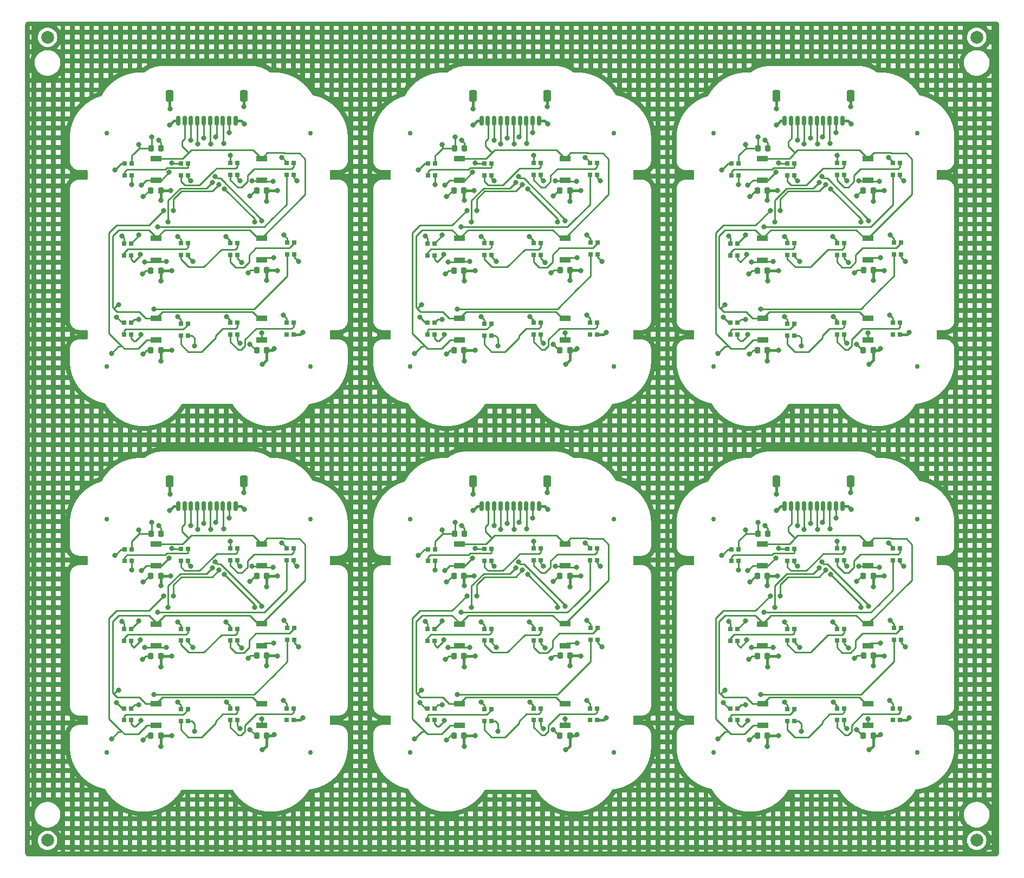
<source format=gtl>
G04 #@! TF.GenerationSoftware,KiCad,Pcbnew,6.0.0-d3dd2cf0fa~116~ubuntu20.04.1*
G04 #@! TF.CreationDate,2023-02-13T12:44:02+00:00*
G04 #@! TF.ProjectId,pixel-pump-ui-board-panel,70697865-6c2d-4707-956d-702d75692d62,rev?*
G04 #@! TF.SameCoordinates,Original*
G04 #@! TF.FileFunction,Copper,L1,Top*
G04 #@! TF.FilePolarity,Positive*
%FSLAX46Y46*%
G04 Gerber Fmt 4.6, Leading zero omitted, Abs format (unit mm)*
G04 Created by KiCad (PCBNEW 6.0.0-d3dd2cf0fa~116~ubuntu20.04.1) date 2023-02-13 12:44:02*
%MOMM*%
%LPD*%
G01*
G04 APERTURE LIST*
G04 Aperture macros list*
%AMRoundRect*
0 Rectangle with rounded corners*
0 $1 Rounding radius*
0 $2 $3 $4 $5 $6 $7 $8 $9 X,Y pos of 4 corners*
0 Add a 4 corners polygon primitive as box body*
4,1,4,$2,$3,$4,$5,$6,$7,$8,$9,$2,$3,0*
0 Add four circle primitives for the rounded corners*
1,1,$1+$1,$2,$3*
1,1,$1+$1,$4,$5*
1,1,$1+$1,$6,$7*
1,1,$1+$1,$8,$9*
0 Add four rect primitives between the rounded corners*
20,1,$1+$1,$2,$3,$4,$5,0*
20,1,$1+$1,$4,$5,$6,$7,0*
20,1,$1+$1,$6,$7,$8,$9,0*
20,1,$1+$1,$8,$9,$2,$3,0*%
G04 Aperture macros list end*
G04 #@! TA.AperFunction,SMDPad,CuDef*
%ADD10RoundRect,0.225000X-0.225000X-0.250000X0.225000X-0.250000X0.225000X0.250000X-0.225000X0.250000X0*%
G04 #@! TD*
G04 #@! TA.AperFunction,SMDPad,CuDef*
%ADD11R,0.700000X0.700000*%
G04 #@! TD*
G04 #@! TA.AperFunction,SMDPad,CuDef*
%ADD12R,1.700000X0.900000*%
G04 #@! TD*
G04 #@! TA.AperFunction,SMDPad,CuDef*
%ADD13C,0.750000*%
G04 #@! TD*
G04 #@! TA.AperFunction,SMDPad,CuDef*
%ADD14RoundRect,0.150000X0.150000X0.625000X-0.150000X0.625000X-0.150000X-0.625000X0.150000X-0.625000X0*%
G04 #@! TD*
G04 #@! TA.AperFunction,SMDPad,CuDef*
%ADD15RoundRect,0.250000X0.350000X0.650000X-0.350000X0.650000X-0.350000X-0.650000X0.350000X-0.650000X0*%
G04 #@! TD*
G04 #@! TA.AperFunction,SMDPad,CuDef*
%ADD16C,2.000000*%
G04 #@! TD*
G04 #@! TA.AperFunction,ViaPad*
%ADD17C,0.800000*%
G04 #@! TD*
G04 #@! TA.AperFunction,Conductor*
%ADD18C,0.250000*%
G04 #@! TD*
G04 #@! TA.AperFunction,Conductor*
%ADD19C,0.400000*%
G04 #@! TD*
G04 APERTURE END LIST*
D10*
G04 #@! TO.P,C7,1*
G04 #@! TO.N,Board_5-LED_DATA*
X114985400Y-80629751D03*
G04 #@! TO.P,C7,2*
G04 #@! TO.N,Board_5-GND*
X116535400Y-80629751D03*
G04 #@! TD*
D11*
G04 #@! TO.P,U7,1,DO*
G04 #@! TO.N,Board_2-Net-(U10-Pad3)*
X127377000Y-24470555D03*
G04 #@! TO.P,U7,2,GND*
G04 #@! TO.N,Board_2-GND*
X128477000Y-24470555D03*
G04 #@! TO.P,U7,3,DI*
G04 #@! TO.N,Board_2-DO_LIFT*
X128477000Y-22640555D03*
G04 #@! TO.P,U7,4,VDD*
G04 #@! TO.N,Board_2-+5V*
X127377000Y-22640555D03*
G04 #@! TD*
G04 #@! TO.P,U6,1,DO*
G04 #@! TO.N,Board_4-DO_REV*
X72230000Y-109916551D03*
G04 #@! TO.P,U6,2,GND*
G04 #@! TO.N,Board_4-GND*
X73330000Y-109916551D03*
G04 #@! TO.P,U6,3,DI*
G04 #@! TO.N,Board_4-Net-(U3-Pad1)*
X73330000Y-108086551D03*
G04 #@! TO.P,U6,4,VDD*
G04 #@! TO.N,Board_4-+5V*
X72230000Y-108086551D03*
G04 #@! TD*
D12*
G04 #@! TO.P,SW1,1,A*
G04 #@! TO.N,Board_1-LIFT_BTN*
X68335000Y-25331755D03*
G04 #@! TO.P,SW1,2,B*
G04 #@! TO.N,Board_1-+3V3*
X68335000Y-21931755D03*
G04 #@! TD*
D10*
G04 #@! TO.P,C6,1*
G04 #@! TO.N,Board_4-+5V*
X67534600Y-112252751D03*
G04 #@! TO.P,C6,2*
G04 #@! TO.N,Board_4-GND*
X69084600Y-112252751D03*
G04 #@! TD*
D13*
G04 #@! TO.P,FID4,*
G04 #@! TO.N,*
X92475000Y-114814551D03*
G04 #@! TD*
D10*
G04 #@! TO.P,C6,1*
G04 #@! TO.N,Board_3-+5V*
X20134600Y-112252751D03*
G04 #@! TO.P,C6,2*
G04 #@! TO.N,Board_3-GND*
X21684600Y-112252751D03*
G04 #@! TD*
D11*
G04 #@! TO.P,U10,1,DO*
G04 #@! TO.N,Board_3-DO_DROP*
X41340000Y-84770551D03*
G04 #@! TO.P,U10,2,GND*
G04 #@! TO.N,Board_3-GND*
X42440000Y-84770551D03*
G04 #@! TO.P,U10,3,DI*
G04 #@! TO.N,Board_3-Net-(U10-Pad3)*
X42440000Y-82940551D03*
G04 #@! TO.P,U10,4,VDD*
G04 #@! TO.N,Board_3-+5V*
X41340000Y-82940551D03*
G04 #@! TD*
D10*
G04 #@! TO.P,C4,1*
G04 #@! TO.N,Board_5-+5V*
X114934600Y-99781351D03*
G04 #@! TO.P,C4,2*
G04 #@! TO.N,Board_5-GND*
X116484600Y-99781351D03*
G04 #@! TD*
D12*
G04 #@! TO.P,SW2,1,A*
G04 #@! TO.N,Board_0-LOW_BTN*
X20935000Y-37853955D03*
G04 #@! TO.P,SW2,2,B*
G04 #@! TO.N,Board_0-+3V3*
X20935000Y-34453955D03*
G04 #@! TD*
G04 #@! TO.P,SW2,1,A*
G04 #@! TO.N,Board_3-LOW_BTN*
X20935000Y-98153951D03*
G04 #@! TO.P,SW2,2,B*
G04 #@! TO.N,Board_3-+3V3*
X20935000Y-94753951D03*
G04 #@! TD*
G04 #@! TO.P,SW6,1,A*
G04 #@! TO.N,Board_0-HIGH_BTN*
X37445000Y-37828555D03*
G04 #@! TO.P,SW6,2,B*
G04 #@! TO.N,Board_0-+3V3*
X37445000Y-34428555D03*
G04 #@! TD*
D13*
G04 #@! TO.P,FID2,*
G04 #@! TO.N,*
X13275000Y-18014555D03*
G04 #@! TD*
D11*
G04 #@! TO.P,U9,1,DO*
G04 #@! TO.N,Board_0-Net-(U12-Pad3)*
X32577000Y-49489555D03*
G04 #@! TO.P,U9,2,GND*
G04 #@! TO.N,Board_0-GND*
X33677000Y-49489555D03*
G04 #@! TO.P,U9,3,DI*
G04 #@! TO.N,Board_0-DO_REV*
X33677000Y-47659555D03*
G04 #@! TO.P,U9,4,VDD*
G04 #@! TO.N,Board_0-+5V*
X32577000Y-47659555D03*
G04 #@! TD*
G04 #@! TO.P,U5,1,DO*
G04 #@! TO.N,Board_2-DO_LOW*
X119630000Y-37043555D03*
G04 #@! TO.P,U5,2,GND*
G04 #@! TO.N,Board_2-GND*
X120730000Y-37043555D03*
G04 #@! TO.P,U5,3,DI*
G04 #@! TO.N,Board_2-Net-(U2-Pad1)*
X120730000Y-35213555D03*
G04 #@! TO.P,U5,4,VDD*
G04 #@! TO.N,Board_2-+5V*
X119630000Y-35213555D03*
G04 #@! TD*
D12*
G04 #@! TO.P,SW4,1,A*
G04 #@! TO.N,Board_5-TRIGGER_BTN*
X132245000Y-110650751D03*
G04 #@! TO.P,SW4,2,B*
G04 #@! TO.N,Board_5-+3V3*
X132245000Y-107250751D03*
G04 #@! TD*
D11*
G04 #@! TO.P,U12,1,DO*
G04 #@! TO.N,Board_2-unconnected-(U12-Pad1)*
X136140000Y-49489555D03*
G04 #@! TO.P,U12,2,GND*
G04 #@! TO.N,Board_2-GND*
X137240000Y-49489555D03*
G04 #@! TO.P,U12,3,DI*
G04 #@! TO.N,Board_2-Net-(U12-Pad3)*
X137240000Y-47659555D03*
G04 #@! TO.P,U12,4,VDD*
G04 #@! TO.N,Board_2-+5V*
X136140000Y-47659555D03*
G04 #@! TD*
D10*
G04 #@! TO.P,C7,1*
G04 #@! TO.N,Board_3-LED_DATA*
X20185400Y-80629751D03*
G04 #@! TO.P,C7,2*
G04 #@! TO.N,Board_3-GND*
X21735400Y-80629751D03*
G04 #@! TD*
D11*
G04 #@! TO.P,U6,1,DO*
G04 #@! TO.N,Board_3-DO_REV*
X24830000Y-109916551D03*
G04 #@! TO.P,U6,2,GND*
G04 #@! TO.N,Board_3-GND*
X25930000Y-109916551D03*
G04 #@! TO.P,U6,3,DI*
G04 #@! TO.N,Board_3-Net-(U3-Pad1)*
X25930000Y-108086551D03*
G04 #@! TO.P,U6,4,VDD*
G04 #@! TO.N,Board_3-+5V*
X24830000Y-108086551D03*
G04 #@! TD*
G04 #@! TO.P,U2,1,DO*
G04 #@! TO.N,Board_2-Net-(U2-Pad1)*
X110740000Y-37081077D03*
G04 #@! TO.P,U2,2,GND*
G04 #@! TO.N,Board_2-GND*
X111840000Y-37081077D03*
G04 #@! TO.P,U2,3,DI*
G04 #@! TO.N,Board_2-DO_DROP*
X111840000Y-35251077D03*
G04 #@! TO.P,U2,4,VDD*
G04 #@! TO.N,Board_2-+5V*
X110740000Y-35251077D03*
G04 #@! TD*
D12*
G04 #@! TO.P,SW4,1,A*
G04 #@! TO.N,Board_0-TRIGGER_BTN*
X37445000Y-50350755D03*
G04 #@! TO.P,SW4,2,B*
G04 #@! TO.N,Board_0-+3V3*
X37445000Y-46950755D03*
G04 #@! TD*
G04 #@! TO.P,SW6,1,A*
G04 #@! TO.N,Board_3-HIGH_BTN*
X37445000Y-98128551D03*
G04 #@! TO.P,SW6,2,B*
G04 #@! TO.N,Board_3-+3V3*
X37445000Y-94728551D03*
G04 #@! TD*
G04 #@! TO.P,SW5,1,A*
G04 #@! TO.N,Board_0-DROP_BTN*
X37445000Y-25357155D03*
G04 #@! TO.P,SW5,2,B*
G04 #@! TO.N,Board_0-+3V3*
X37445000Y-21957155D03*
G04 #@! TD*
D10*
G04 #@! TO.P,C7,1*
G04 #@! TO.N,Board_2-LED_DATA*
X114985400Y-20329755D03*
G04 #@! TO.P,C7,2*
G04 #@! TO.N,Board_2-GND*
X116535400Y-20329755D03*
G04 #@! TD*
G04 #@! TO.P,C3,1*
G04 #@! TO.N,Board_3-+5V*
X36670000Y-87259151D03*
G04 #@! TO.P,C3,2*
G04 #@! TO.N,Board_3-GND*
X38220000Y-87259151D03*
G04 #@! TD*
D11*
G04 #@! TO.P,U8,1,DO*
G04 #@! TO.N,Board_3-Net-(U11-Pad3)*
X32577000Y-97343551D03*
G04 #@! TO.P,U8,2,GND*
G04 #@! TO.N,Board_3-GND*
X33677000Y-97343551D03*
G04 #@! TO.P,U8,3,DI*
G04 #@! TO.N,Board_3-DO_LOW*
X33677000Y-95513551D03*
G04 #@! TO.P,U8,4,VDD*
G04 #@! TO.N,Board_3-+5V*
X32577000Y-95513551D03*
G04 #@! TD*
G04 #@! TO.P,U8,1,DO*
G04 #@! TO.N,Board_2-Net-(U11-Pad3)*
X127377000Y-37043555D03*
G04 #@! TO.P,U8,2,GND*
G04 #@! TO.N,Board_2-GND*
X128477000Y-37043555D03*
G04 #@! TO.P,U8,3,DI*
G04 #@! TO.N,Board_2-DO_LOW*
X128477000Y-35213555D03*
G04 #@! TO.P,U8,4,VDD*
G04 #@! TO.N,Board_2-+5V*
X127377000Y-35213555D03*
G04 #@! TD*
G04 #@! TO.P,U12,1,DO*
G04 #@! TO.N,Board_0-unconnected-(U12-Pad1)*
X41340000Y-49489555D03*
G04 #@! TO.P,U12,2,GND*
G04 #@! TO.N,Board_0-GND*
X42440000Y-49489555D03*
G04 #@! TO.P,U12,3,DI*
G04 #@! TO.N,Board_0-Net-(U12-Pad3)*
X42440000Y-47659555D03*
G04 #@! TO.P,U12,4,VDD*
G04 #@! TO.N,Board_0-+5V*
X41340000Y-47659555D03*
G04 #@! TD*
D10*
G04 #@! TO.P,C3,1*
G04 #@! TO.N,Board_5-+5V*
X131470000Y-87259151D03*
G04 #@! TO.P,C3,2*
G04 #@! TO.N,Board_5-GND*
X133020000Y-87259151D03*
G04 #@! TD*
D13*
G04 #@! TO.P,FID2,*
G04 #@! TO.N,*
X108075000Y-78314551D03*
G04 #@! TD*
G04 #@! TO.P,FID4,*
G04 #@! TO.N,*
X92475000Y-54514555D03*
G04 #@! TD*
D11*
G04 #@! TO.P,U9,1,DO*
G04 #@! TO.N,Board_5-Net-(U12-Pad3)*
X127377000Y-109789551D03*
G04 #@! TO.P,U9,2,GND*
G04 #@! TO.N,Board_5-GND*
X128477000Y-109789551D03*
G04 #@! TO.P,U9,3,DI*
G04 #@! TO.N,Board_5-DO_REV*
X128477000Y-107959551D03*
G04 #@! TO.P,U9,4,VDD*
G04 #@! TO.N,Board_5-+5V*
X127377000Y-107959551D03*
G04 #@! TD*
D10*
G04 #@! TO.P,C1,1*
G04 #@! TO.N,Board_2-+5V*
X131495400Y-39430555D03*
G04 #@! TO.P,C1,2*
G04 #@! TO.N,Board_2-GND*
X133045400Y-39430555D03*
G04 #@! TD*
D12*
G04 #@! TO.P,SW6,1,A*
G04 #@! TO.N,Board_1-HIGH_BTN*
X84845000Y-37828555D03*
G04 #@! TO.P,SW6,2,B*
G04 #@! TO.N,Board_1-+3V3*
X84845000Y-34428555D03*
G04 #@! TD*
D11*
G04 #@! TO.P,U9,1,DO*
G04 #@! TO.N,Board_1-Net-(U12-Pad3)*
X79977000Y-49489555D03*
G04 #@! TO.P,U9,2,GND*
G04 #@! TO.N,Board_1-GND*
X81077000Y-49489555D03*
G04 #@! TO.P,U9,3,DI*
G04 #@! TO.N,Board_1-DO_REV*
X81077000Y-47659555D03*
G04 #@! TO.P,U9,4,VDD*
G04 #@! TO.N,Board_1-+5V*
X79977000Y-47659555D03*
G04 #@! TD*
D10*
G04 #@! TO.P,C5,1*
G04 #@! TO.N,Board_3-+5V*
X36670000Y-112252751D03*
G04 #@! TO.P,C5,2*
G04 #@! TO.N,Board_3-GND*
X38220000Y-112252751D03*
G04 #@! TD*
D11*
G04 #@! TO.P,U5,1,DO*
G04 #@! TO.N,Board_3-DO_LOW*
X24830000Y-97343551D03*
G04 #@! TO.P,U5,2,GND*
G04 #@! TO.N,Board_3-GND*
X25930000Y-97343551D03*
G04 #@! TO.P,U5,3,DI*
G04 #@! TO.N,Board_3-Net-(U2-Pad1)*
X25930000Y-95513551D03*
G04 #@! TO.P,U5,4,VDD*
G04 #@! TO.N,Board_3-+5V*
X24830000Y-95513551D03*
G04 #@! TD*
D10*
G04 #@! TO.P,C2,1*
G04 #@! TO.N,Board_4-+5V*
X67534600Y-87233751D03*
G04 #@! TO.P,C2,2*
G04 #@! TO.N,Board_4-GND*
X69084600Y-87233751D03*
G04 #@! TD*
D14*
G04 #@! TO.P,J1,1,Pin_1*
G04 #@! TO.N,Board_2-GND*
X128210600Y-16030555D03*
G04 #@! TO.P,J1,2,Pin_2*
G04 #@! TO.N,Board_2-LED_DATA*
X127210600Y-16030555D03*
G04 #@! TO.P,J1,3,Pin_3*
G04 #@! TO.N,Board_2-TRIGGER_BTN*
X126210600Y-16030555D03*
G04 #@! TO.P,J1,4,Pin_4*
G04 #@! TO.N,Board_2-REVERSE_BTN*
X125210600Y-16030555D03*
G04 #@! TO.P,J1,5,Pin_5*
G04 #@! TO.N,Board_2-HIGH_BTN*
X124210600Y-16030555D03*
G04 #@! TO.P,J1,6,Pin_6*
G04 #@! TO.N,Board_2-LOW_BTN*
X123210600Y-16030555D03*
G04 #@! TO.P,J1,7,Pin_7*
G04 #@! TO.N,Board_2-DROP_BTN*
X122210600Y-16030555D03*
G04 #@! TO.P,J1,8,Pin_8*
G04 #@! TO.N,Board_2-LIFT_BTN*
X121210600Y-16030555D03*
G04 #@! TO.P,J1,9,Pin_9*
G04 #@! TO.N,Board_2-+3V3*
X120210600Y-16030555D03*
G04 #@! TO.P,J1,10,Pin_10*
G04 #@! TO.N,Board_2-+5V*
X119210600Y-16030555D03*
D15*
G04 #@! TO.P,J1,MP,MountPin*
G04 #@! TO.N,Board_2-GND*
X129510600Y-12155555D03*
X117910600Y-12155555D03*
G04 #@! TD*
D11*
G04 #@! TO.P,U5,1,DO*
G04 #@! TO.N,Board_0-DO_LOW*
X24830000Y-37043555D03*
G04 #@! TO.P,U5,2,GND*
G04 #@! TO.N,Board_0-GND*
X25930000Y-37043555D03*
G04 #@! TO.P,U5,3,DI*
G04 #@! TO.N,Board_0-Net-(U2-Pad1)*
X25930000Y-35213555D03*
G04 #@! TO.P,U5,4,VDD*
G04 #@! TO.N,Board_0-+5V*
X24830000Y-35213555D03*
G04 #@! TD*
G04 #@! TO.P,U1,1,DO*
G04 #@! TO.N,Board_4-Net-(U1-Pad1)*
X63467000Y-84897551D03*
G04 #@! TO.P,U1,2,GND*
G04 #@! TO.N,Board_4-GND*
X64567000Y-84897551D03*
G04 #@! TO.P,U1,3,DI*
G04 #@! TO.N,Board_4-LED_DATA*
X64567000Y-83067551D03*
G04 #@! TO.P,U1,4,VDD*
G04 #@! TO.N,Board_4-+5V*
X63467000Y-83067551D03*
G04 #@! TD*
D10*
G04 #@! TO.P,C6,1*
G04 #@! TO.N,Board_2-+5V*
X114934600Y-51952755D03*
G04 #@! TO.P,C6,2*
G04 #@! TO.N,Board_2-GND*
X116484600Y-51952755D03*
G04 #@! TD*
D12*
G04 #@! TO.P,SW1,1,A*
G04 #@! TO.N,Board_0-LIFT_BTN*
X20935000Y-25331755D03*
G04 #@! TO.P,SW1,2,B*
G04 #@! TO.N,Board_0-+3V3*
X20935000Y-21931755D03*
G04 #@! TD*
D11*
G04 #@! TO.P,U1,1,DO*
G04 #@! TO.N,Board_2-Net-(U1-Pad1)*
X110867000Y-24597555D03*
G04 #@! TO.P,U1,2,GND*
G04 #@! TO.N,Board_2-GND*
X111967000Y-24597555D03*
G04 #@! TO.P,U1,3,DI*
G04 #@! TO.N,Board_2-LED_DATA*
X111967000Y-22767555D03*
G04 #@! TO.P,U1,4,VDD*
G04 #@! TO.N,Board_2-+5V*
X110867000Y-22767555D03*
G04 #@! TD*
G04 #@! TO.P,U3,1,DO*
G04 #@! TO.N,Board_4-Net-(U3-Pad1)*
X63340000Y-109789551D03*
G04 #@! TO.P,U3,2,GND*
G04 #@! TO.N,Board_4-GND*
X64440000Y-109789551D03*
G04 #@! TO.P,U3,3,DI*
G04 #@! TO.N,Board_4-DO_HIGH*
X64440000Y-107959551D03*
G04 #@! TO.P,U3,4,VDD*
G04 #@! TO.N,Board_4-+5V*
X63340000Y-107959551D03*
G04 #@! TD*
G04 #@! TO.P,U3,1,DO*
G04 #@! TO.N,Board_5-Net-(U3-Pad1)*
X110740000Y-109789551D03*
G04 #@! TO.P,U3,2,GND*
G04 #@! TO.N,Board_5-GND*
X111840000Y-109789551D03*
G04 #@! TO.P,U3,3,DI*
G04 #@! TO.N,Board_5-DO_HIGH*
X111840000Y-107959551D03*
G04 #@! TO.P,U3,4,VDD*
G04 #@! TO.N,Board_5-+5V*
X110740000Y-107959551D03*
G04 #@! TD*
D12*
G04 #@! TO.P,SW2,1,A*
G04 #@! TO.N,Board_4-LOW_BTN*
X68335000Y-98153951D03*
G04 #@! TO.P,SW2,2,B*
G04 #@! TO.N,Board_4-+3V3*
X68335000Y-94753951D03*
G04 #@! TD*
G04 #@! TO.P,SW2,1,A*
G04 #@! TO.N,Board_5-LOW_BTN*
X115735000Y-98153951D03*
G04 #@! TO.P,SW2,2,B*
G04 #@! TO.N,Board_5-+3V3*
X115735000Y-94753951D03*
G04 #@! TD*
D10*
G04 #@! TO.P,C5,1*
G04 #@! TO.N,Board_0-+5V*
X36670000Y-51952755D03*
G04 #@! TO.P,C5,2*
G04 #@! TO.N,Board_0-GND*
X38220000Y-51952755D03*
G04 #@! TD*
G04 #@! TO.P,C3,1*
G04 #@! TO.N,Board_1-+5V*
X84070000Y-26959155D03*
G04 #@! TO.P,C3,2*
G04 #@! TO.N,Board_1-GND*
X85620000Y-26959155D03*
G04 #@! TD*
D11*
G04 #@! TO.P,U10,1,DO*
G04 #@! TO.N,Board_4-DO_DROP*
X88740000Y-84770551D03*
G04 #@! TO.P,U10,2,GND*
G04 #@! TO.N,Board_4-GND*
X89840000Y-84770551D03*
G04 #@! TO.P,U10,3,DI*
G04 #@! TO.N,Board_4-Net-(U10-Pad3)*
X89840000Y-82940551D03*
G04 #@! TO.P,U10,4,VDD*
G04 #@! TO.N,Board_4-+5V*
X88740000Y-82940551D03*
G04 #@! TD*
D10*
G04 #@! TO.P,C5,1*
G04 #@! TO.N,Board_2-+5V*
X131470000Y-51952755D03*
G04 #@! TO.P,C5,2*
G04 #@! TO.N,Board_2-GND*
X133020000Y-51952755D03*
G04 #@! TD*
D11*
G04 #@! TO.P,U4,1,DO*
G04 #@! TO.N,Board_5-DO_LIFT*
X119630000Y-84860029D03*
G04 #@! TO.P,U4,2,GND*
G04 #@! TO.N,Board_5-GND*
X120730000Y-84860029D03*
G04 #@! TO.P,U4,3,DI*
G04 #@! TO.N,Board_5-Net-(U1-Pad1)*
X120730000Y-83030029D03*
G04 #@! TO.P,U4,4,VDD*
G04 #@! TO.N,Board_5-+5V*
X119630000Y-83030029D03*
G04 #@! TD*
G04 #@! TO.P,U6,1,DO*
G04 #@! TO.N,Board_0-DO_REV*
X24830000Y-49616555D03*
G04 #@! TO.P,U6,2,GND*
G04 #@! TO.N,Board_0-GND*
X25930000Y-49616555D03*
G04 #@! TO.P,U6,3,DI*
G04 #@! TO.N,Board_0-Net-(U3-Pad1)*
X25930000Y-47786555D03*
G04 #@! TO.P,U6,4,VDD*
G04 #@! TO.N,Board_0-+5V*
X24830000Y-47786555D03*
G04 #@! TD*
D14*
G04 #@! TO.P,J1,1,Pin_1*
G04 #@! TO.N,Board_5-GND*
X128210600Y-76330551D03*
G04 #@! TO.P,J1,2,Pin_2*
G04 #@! TO.N,Board_5-LED_DATA*
X127210600Y-76330551D03*
G04 #@! TO.P,J1,3,Pin_3*
G04 #@! TO.N,Board_5-TRIGGER_BTN*
X126210600Y-76330551D03*
G04 #@! TO.P,J1,4,Pin_4*
G04 #@! TO.N,Board_5-REVERSE_BTN*
X125210600Y-76330551D03*
G04 #@! TO.P,J1,5,Pin_5*
G04 #@! TO.N,Board_5-HIGH_BTN*
X124210600Y-76330551D03*
G04 #@! TO.P,J1,6,Pin_6*
G04 #@! TO.N,Board_5-LOW_BTN*
X123210600Y-76330551D03*
G04 #@! TO.P,J1,7,Pin_7*
G04 #@! TO.N,Board_5-DROP_BTN*
X122210600Y-76330551D03*
G04 #@! TO.P,J1,8,Pin_8*
G04 #@! TO.N,Board_5-LIFT_BTN*
X121210600Y-76330551D03*
G04 #@! TO.P,J1,9,Pin_9*
G04 #@! TO.N,Board_5-+3V3*
X120210600Y-76330551D03*
G04 #@! TO.P,J1,10,Pin_10*
G04 #@! TO.N,Board_5-+5V*
X119210600Y-76330551D03*
D15*
G04 #@! TO.P,J1,MP,MountPin*
G04 #@! TO.N,Board_5-GND*
X117910600Y-72455551D03*
X129510600Y-72455551D03*
G04 #@! TD*
D10*
G04 #@! TO.P,C4,1*
G04 #@! TO.N,Board_3-+5V*
X20134600Y-99781351D03*
G04 #@! TO.P,C4,2*
G04 #@! TO.N,Board_3-GND*
X21684600Y-99781351D03*
G04 #@! TD*
G04 #@! TO.P,C4,1*
G04 #@! TO.N,Board_1-+5V*
X67534600Y-39481355D03*
G04 #@! TO.P,C4,2*
G04 #@! TO.N,Board_1-GND*
X69084600Y-39481355D03*
G04 #@! TD*
D11*
G04 #@! TO.P,U6,1,DO*
G04 #@! TO.N,Board_1-DO_REV*
X72230000Y-49616555D03*
G04 #@! TO.P,U6,2,GND*
G04 #@! TO.N,Board_1-GND*
X73330000Y-49616555D03*
G04 #@! TO.P,U6,3,DI*
G04 #@! TO.N,Board_1-Net-(U3-Pad1)*
X73330000Y-47786555D03*
G04 #@! TO.P,U6,4,VDD*
G04 #@! TO.N,Board_1-+5V*
X72230000Y-47786555D03*
G04 #@! TD*
G04 #@! TO.P,U10,1,DO*
G04 #@! TO.N,Board_1-DO_DROP*
X88740000Y-24470555D03*
G04 #@! TO.P,U10,2,GND*
G04 #@! TO.N,Board_1-GND*
X89840000Y-24470555D03*
G04 #@! TO.P,U10,3,DI*
G04 #@! TO.N,Board_1-Net-(U10-Pad3)*
X89840000Y-22640555D03*
G04 #@! TO.P,U10,4,VDD*
G04 #@! TO.N,Board_1-+5V*
X88740000Y-22640555D03*
G04 #@! TD*
D13*
G04 #@! TO.P,FID4,*
G04 #@! TO.N,*
X45075000Y-54514555D03*
G04 #@! TD*
D11*
G04 #@! TO.P,U8,1,DO*
G04 #@! TO.N,Board_1-Net-(U11-Pad3)*
X79977000Y-37043555D03*
G04 #@! TO.P,U8,2,GND*
G04 #@! TO.N,Board_1-GND*
X81077000Y-37043555D03*
G04 #@! TO.P,U8,3,DI*
G04 #@! TO.N,Board_1-DO_LOW*
X81077000Y-35213555D03*
G04 #@! TO.P,U8,4,VDD*
G04 #@! TO.N,Board_1-+5V*
X79977000Y-35213555D03*
G04 #@! TD*
D12*
G04 #@! TO.P,SW2,1,A*
G04 #@! TO.N,Board_1-LOW_BTN*
X68335000Y-37853955D03*
G04 #@! TO.P,SW2,2,B*
G04 #@! TO.N,Board_1-+3V3*
X68335000Y-34453955D03*
G04 #@! TD*
G04 #@! TO.P,SW5,1,A*
G04 #@! TO.N,Board_2-DROP_BTN*
X132245000Y-25357155D03*
G04 #@! TO.P,SW5,2,B*
G04 #@! TO.N,Board_2-+3V3*
X132245000Y-21957155D03*
G04 #@! TD*
D11*
G04 #@! TO.P,U12,1,DO*
G04 #@! TO.N,Board_5-unconnected-(U12-Pad1)*
X136140000Y-109789551D03*
G04 #@! TO.P,U12,2,GND*
G04 #@! TO.N,Board_5-GND*
X137240000Y-109789551D03*
G04 #@! TO.P,U12,3,DI*
G04 #@! TO.N,Board_5-Net-(U12-Pad3)*
X137240000Y-107959551D03*
G04 #@! TO.P,U12,4,VDD*
G04 #@! TO.N,Board_5-+5V*
X136140000Y-107959551D03*
G04 #@! TD*
D10*
G04 #@! TO.P,C7,1*
G04 #@! TO.N,Board_0-LED_DATA*
X20185400Y-20329755D03*
G04 #@! TO.P,C7,2*
G04 #@! TO.N,Board_0-GND*
X21735400Y-20329755D03*
G04 #@! TD*
D13*
G04 #@! TO.P,FID3,*
G04 #@! TO.N,*
X45075000Y-18014555D03*
G04 #@! TD*
D11*
G04 #@! TO.P,U6,1,DO*
G04 #@! TO.N,Board_2-DO_REV*
X119630000Y-49616555D03*
G04 #@! TO.P,U6,2,GND*
G04 #@! TO.N,Board_2-GND*
X120730000Y-49616555D03*
G04 #@! TO.P,U6,3,DI*
G04 #@! TO.N,Board_2-Net-(U3-Pad1)*
X120730000Y-47786555D03*
G04 #@! TO.P,U6,4,VDD*
G04 #@! TO.N,Board_2-+5V*
X119630000Y-47786555D03*
G04 #@! TD*
D13*
G04 #@! TO.P,FID3,*
G04 #@! TO.N,*
X45075000Y-78314551D03*
G04 #@! TD*
D11*
G04 #@! TO.P,U1,1,DO*
G04 #@! TO.N,Board_0-Net-(U1-Pad1)*
X16067000Y-24597555D03*
G04 #@! TO.P,U1,2,GND*
G04 #@! TO.N,Board_0-GND*
X17167000Y-24597555D03*
G04 #@! TO.P,U1,3,DI*
G04 #@! TO.N,Board_0-LED_DATA*
X17167000Y-22767555D03*
G04 #@! TO.P,U1,4,VDD*
G04 #@! TO.N,Board_0-+5V*
X16067000Y-22767555D03*
G04 #@! TD*
G04 #@! TO.P,U3,1,DO*
G04 #@! TO.N,Board_2-Net-(U3-Pad1)*
X110740000Y-49489555D03*
G04 #@! TO.P,U3,2,GND*
G04 #@! TO.N,Board_2-GND*
X111840000Y-49489555D03*
G04 #@! TO.P,U3,3,DI*
G04 #@! TO.N,Board_2-DO_HIGH*
X111840000Y-47659555D03*
G04 #@! TO.P,U3,4,VDD*
G04 #@! TO.N,Board_2-+5V*
X110740000Y-47659555D03*
G04 #@! TD*
G04 #@! TO.P,U11,1,DO*
G04 #@! TO.N,Board_0-DO_HIGH*
X41467000Y-36916555D03*
G04 #@! TO.P,U11,2,GND*
G04 #@! TO.N,Board_0-GND*
X42567000Y-36916555D03*
G04 #@! TO.P,U11,3,DI*
G04 #@! TO.N,Board_0-Net-(U11-Pad3)*
X42567000Y-35086555D03*
G04 #@! TO.P,U11,4,VDD*
G04 #@! TO.N,Board_0-+5V*
X41467000Y-35086555D03*
G04 #@! TD*
D13*
G04 #@! TO.P,FID1,*
G04 #@! TO.N,*
X108075000Y-54514555D03*
G04 #@! TD*
D11*
G04 #@! TO.P,U2,1,DO*
G04 #@! TO.N,Board_4-Net-(U2-Pad1)*
X63340000Y-97381073D03*
G04 #@! TO.P,U2,2,GND*
G04 #@! TO.N,Board_4-GND*
X64440000Y-97381073D03*
G04 #@! TO.P,U2,3,DI*
G04 #@! TO.N,Board_4-DO_DROP*
X64440000Y-95551073D03*
G04 #@! TO.P,U2,4,VDD*
G04 #@! TO.N,Board_4-+5V*
X63340000Y-95551073D03*
G04 #@! TD*
D10*
G04 #@! TO.P,C6,1*
G04 #@! TO.N,Board_0-+5V*
X20134600Y-51952755D03*
G04 #@! TO.P,C6,2*
G04 #@! TO.N,Board_0-GND*
X21684600Y-51952755D03*
G04 #@! TD*
D11*
G04 #@! TO.P,U3,1,DO*
G04 #@! TO.N,Board_3-Net-(U3-Pad1)*
X15940000Y-109789551D03*
G04 #@! TO.P,U3,2,GND*
G04 #@! TO.N,Board_3-GND*
X17040000Y-109789551D03*
G04 #@! TO.P,U3,3,DI*
G04 #@! TO.N,Board_3-DO_HIGH*
X17040000Y-107959551D03*
G04 #@! TO.P,U3,4,VDD*
G04 #@! TO.N,Board_3-+5V*
X15940000Y-107959551D03*
G04 #@! TD*
G04 #@! TO.P,U10,1,DO*
G04 #@! TO.N,Board_2-DO_DROP*
X136140000Y-24470555D03*
G04 #@! TO.P,U10,2,GND*
G04 #@! TO.N,Board_2-GND*
X137240000Y-24470555D03*
G04 #@! TO.P,U10,3,DI*
G04 #@! TO.N,Board_2-Net-(U10-Pad3)*
X137240000Y-22640555D03*
G04 #@! TO.P,U10,4,VDD*
G04 #@! TO.N,Board_2-+5V*
X136140000Y-22640555D03*
G04 #@! TD*
G04 #@! TO.P,U1,1,DO*
G04 #@! TO.N,Board_5-Net-(U1-Pad1)*
X110867000Y-84897551D03*
G04 #@! TO.P,U1,2,GND*
G04 #@! TO.N,Board_5-GND*
X111967000Y-84897551D03*
G04 #@! TO.P,U1,3,DI*
G04 #@! TO.N,Board_5-LED_DATA*
X111967000Y-83067551D03*
G04 #@! TO.P,U1,4,VDD*
G04 #@! TO.N,Board_5-+5V*
X110867000Y-83067551D03*
G04 #@! TD*
D13*
G04 #@! TO.P,FID1,*
G04 #@! TO.N,*
X13275000Y-54514555D03*
G04 #@! TD*
D11*
G04 #@! TO.P,U10,1,DO*
G04 #@! TO.N,Board_5-DO_DROP*
X136140000Y-84770551D03*
G04 #@! TO.P,U10,2,GND*
G04 #@! TO.N,Board_5-GND*
X137240000Y-84770551D03*
G04 #@! TO.P,U10,3,DI*
G04 #@! TO.N,Board_5-Net-(U10-Pad3)*
X137240000Y-82940551D03*
G04 #@! TO.P,U10,4,VDD*
G04 #@! TO.N,Board_5-+5V*
X136140000Y-82940551D03*
G04 #@! TD*
D10*
G04 #@! TO.P,C4,1*
G04 #@! TO.N,Board_2-+5V*
X114934600Y-39481355D03*
G04 #@! TO.P,C4,2*
G04 #@! TO.N,Board_2-GND*
X116484600Y-39481355D03*
G04 #@! TD*
D11*
G04 #@! TO.P,U1,1,DO*
G04 #@! TO.N,Board_1-Net-(U1-Pad1)*
X63467000Y-24597555D03*
G04 #@! TO.P,U1,2,GND*
G04 #@! TO.N,Board_1-GND*
X64567000Y-24597555D03*
G04 #@! TO.P,U1,3,DI*
G04 #@! TO.N,Board_1-LED_DATA*
X64567000Y-22767555D03*
G04 #@! TO.P,U1,4,VDD*
G04 #@! TO.N,Board_1-+5V*
X63467000Y-22767555D03*
G04 #@! TD*
D13*
G04 #@! TO.P,FID2,*
G04 #@! TO.N,*
X13275000Y-78314551D03*
G04 #@! TD*
D11*
G04 #@! TO.P,U8,1,DO*
G04 #@! TO.N,Board_4-Net-(U11-Pad3)*
X79977000Y-97343551D03*
G04 #@! TO.P,U8,2,GND*
G04 #@! TO.N,Board_4-GND*
X81077000Y-97343551D03*
G04 #@! TO.P,U8,3,DI*
G04 #@! TO.N,Board_4-DO_LOW*
X81077000Y-95513551D03*
G04 #@! TO.P,U8,4,VDD*
G04 #@! TO.N,Board_4-+5V*
X79977000Y-95513551D03*
G04 #@! TD*
G04 #@! TO.P,U7,1,DO*
G04 #@! TO.N,Board_1-Net-(U10-Pad3)*
X79977000Y-24470555D03*
G04 #@! TO.P,U7,2,GND*
G04 #@! TO.N,Board_1-GND*
X81077000Y-24470555D03*
G04 #@! TO.P,U7,3,DI*
G04 #@! TO.N,Board_1-DO_LIFT*
X81077000Y-22640555D03*
G04 #@! TO.P,U7,4,VDD*
G04 #@! TO.N,Board_1-+5V*
X79977000Y-22640555D03*
G04 #@! TD*
D10*
G04 #@! TO.P,C1,1*
G04 #@! TO.N,Board_3-+5V*
X36695400Y-99730551D03*
G04 #@! TO.P,C1,2*
G04 #@! TO.N,Board_3-GND*
X38245400Y-99730551D03*
G04 #@! TD*
D12*
G04 #@! TO.P,SW5,1,A*
G04 #@! TO.N,Board_3-DROP_BTN*
X37445000Y-85657151D03*
G04 #@! TO.P,SW5,2,B*
G04 #@! TO.N,Board_3-+3V3*
X37445000Y-82257151D03*
G04 #@! TD*
D11*
G04 #@! TO.P,U1,1,DO*
G04 #@! TO.N,Board_3-Net-(U1-Pad1)*
X16067000Y-84897551D03*
G04 #@! TO.P,U1,2,GND*
G04 #@! TO.N,Board_3-GND*
X17167000Y-84897551D03*
G04 #@! TO.P,U1,3,DI*
G04 #@! TO.N,Board_3-LED_DATA*
X17167000Y-83067551D03*
G04 #@! TO.P,U1,4,VDD*
G04 #@! TO.N,Board_3-+5V*
X16067000Y-83067551D03*
G04 #@! TD*
D12*
G04 #@! TO.P,SW1,1,A*
G04 #@! TO.N,Board_4-LIFT_BTN*
X68335000Y-85631751D03*
G04 #@! TO.P,SW1,2,B*
G04 #@! TO.N,Board_4-+3V3*
X68335000Y-82231751D03*
G04 #@! TD*
D14*
G04 #@! TO.P,J1,1,Pin_1*
G04 #@! TO.N,Board_0-GND*
X33410600Y-16030555D03*
G04 #@! TO.P,J1,2,Pin_2*
G04 #@! TO.N,Board_0-LED_DATA*
X32410600Y-16030555D03*
G04 #@! TO.P,J1,3,Pin_3*
G04 #@! TO.N,Board_0-TRIGGER_BTN*
X31410600Y-16030555D03*
G04 #@! TO.P,J1,4,Pin_4*
G04 #@! TO.N,Board_0-REVERSE_BTN*
X30410600Y-16030555D03*
G04 #@! TO.P,J1,5,Pin_5*
G04 #@! TO.N,Board_0-HIGH_BTN*
X29410600Y-16030555D03*
G04 #@! TO.P,J1,6,Pin_6*
G04 #@! TO.N,Board_0-LOW_BTN*
X28410600Y-16030555D03*
G04 #@! TO.P,J1,7,Pin_7*
G04 #@! TO.N,Board_0-DROP_BTN*
X27410600Y-16030555D03*
G04 #@! TO.P,J1,8,Pin_8*
G04 #@! TO.N,Board_0-LIFT_BTN*
X26410600Y-16030555D03*
G04 #@! TO.P,J1,9,Pin_9*
G04 #@! TO.N,Board_0-+3V3*
X25410600Y-16030555D03*
G04 #@! TO.P,J1,10,Pin_10*
G04 #@! TO.N,Board_0-+5V*
X24410600Y-16030555D03*
D15*
G04 #@! TO.P,J1,MP,MountPin*
G04 #@! TO.N,Board_0-GND*
X23110600Y-12155555D03*
X34710600Y-12155555D03*
G04 #@! TD*
D10*
G04 #@! TO.P,C6,1*
G04 #@! TO.N,Board_1-+5V*
X67534600Y-51952755D03*
G04 #@! TO.P,C6,2*
G04 #@! TO.N,Board_1-GND*
X69084600Y-51952755D03*
G04 #@! TD*
D11*
G04 #@! TO.P,U7,1,DO*
G04 #@! TO.N,Board_4-Net-(U10-Pad3)*
X79977000Y-84770551D03*
G04 #@! TO.P,U7,2,GND*
G04 #@! TO.N,Board_4-GND*
X81077000Y-84770551D03*
G04 #@! TO.P,U7,3,DI*
G04 #@! TO.N,Board_4-DO_LIFT*
X81077000Y-82940551D03*
G04 #@! TO.P,U7,4,VDD*
G04 #@! TO.N,Board_4-+5V*
X79977000Y-82940551D03*
G04 #@! TD*
D13*
G04 #@! TO.P,FID4,*
G04 #@! TO.N,*
X139875000Y-54514555D03*
G04 #@! TD*
D10*
G04 #@! TO.P,C7,1*
G04 #@! TO.N,Board_1-LED_DATA*
X67585400Y-20329755D03*
G04 #@! TO.P,C7,2*
G04 #@! TO.N,Board_1-GND*
X69135400Y-20329755D03*
G04 #@! TD*
D11*
G04 #@! TO.P,U5,1,DO*
G04 #@! TO.N,Board_5-DO_LOW*
X119630000Y-97343551D03*
G04 #@! TO.P,U5,2,GND*
G04 #@! TO.N,Board_5-GND*
X120730000Y-97343551D03*
G04 #@! TO.P,U5,3,DI*
G04 #@! TO.N,Board_5-Net-(U2-Pad1)*
X120730000Y-95513551D03*
G04 #@! TO.P,U5,4,VDD*
G04 #@! TO.N,Board_5-+5V*
X119630000Y-95513551D03*
G04 #@! TD*
D13*
G04 #@! TO.P,FID2,*
G04 #@! TO.N,*
X108075000Y-18014555D03*
G04 #@! TD*
D12*
G04 #@! TO.P,SW6,1,A*
G04 #@! TO.N,Board_4-HIGH_BTN*
X84845000Y-98128551D03*
G04 #@! TO.P,SW6,2,B*
G04 #@! TO.N,Board_4-+3V3*
X84845000Y-94728551D03*
G04 #@! TD*
D13*
G04 #@! TO.P,FID1,*
G04 #@! TO.N,*
X13275000Y-114814551D03*
G04 #@! TD*
G04 #@! TO.P,FID1,*
G04 #@! TO.N,*
X108075000Y-114814551D03*
G04 #@! TD*
D10*
G04 #@! TO.P,C6,1*
G04 #@! TO.N,Board_5-+5V*
X114934600Y-112252751D03*
G04 #@! TO.P,C6,2*
G04 #@! TO.N,Board_5-GND*
X116484600Y-112252751D03*
G04 #@! TD*
D11*
G04 #@! TO.P,U12,1,DO*
G04 #@! TO.N,Board_4-unconnected-(U12-Pad1)*
X88740000Y-109789551D03*
G04 #@! TO.P,U12,2,GND*
G04 #@! TO.N,Board_4-GND*
X89840000Y-109789551D03*
G04 #@! TO.P,U12,3,DI*
G04 #@! TO.N,Board_4-Net-(U12-Pad3)*
X89840000Y-107959551D03*
G04 #@! TO.P,U12,4,VDD*
G04 #@! TO.N,Board_4-+5V*
X88740000Y-107959551D03*
G04 #@! TD*
G04 #@! TO.P,U9,1,DO*
G04 #@! TO.N,Board_4-Net-(U12-Pad3)*
X79977000Y-109789551D03*
G04 #@! TO.P,U9,2,GND*
G04 #@! TO.N,Board_4-GND*
X81077000Y-109789551D03*
G04 #@! TO.P,U9,3,DI*
G04 #@! TO.N,Board_4-DO_REV*
X81077000Y-107959551D03*
G04 #@! TO.P,U9,4,VDD*
G04 #@! TO.N,Board_4-+5V*
X79977000Y-107959551D03*
G04 #@! TD*
G04 #@! TO.P,U5,1,DO*
G04 #@! TO.N,Board_1-DO_LOW*
X72230000Y-37043555D03*
G04 #@! TO.P,U5,2,GND*
G04 #@! TO.N,Board_1-GND*
X73330000Y-37043555D03*
G04 #@! TO.P,U5,3,DI*
G04 #@! TO.N,Board_1-Net-(U2-Pad1)*
X73330000Y-35213555D03*
G04 #@! TO.P,U5,4,VDD*
G04 #@! TO.N,Board_1-+5V*
X72230000Y-35213555D03*
G04 #@! TD*
G04 #@! TO.P,U8,1,DO*
G04 #@! TO.N,Board_5-Net-(U11-Pad3)*
X127377000Y-97343551D03*
G04 #@! TO.P,U8,2,GND*
G04 #@! TO.N,Board_5-GND*
X128477000Y-97343551D03*
G04 #@! TO.P,U8,3,DI*
G04 #@! TO.N,Board_5-DO_LOW*
X128477000Y-95513551D03*
G04 #@! TO.P,U8,4,VDD*
G04 #@! TO.N,Board_5-+5V*
X127377000Y-95513551D03*
G04 #@! TD*
G04 #@! TO.P,U4,1,DO*
G04 #@! TO.N,Board_2-DO_LIFT*
X119630000Y-24560033D03*
G04 #@! TO.P,U4,2,GND*
G04 #@! TO.N,Board_2-GND*
X120730000Y-24560033D03*
G04 #@! TO.P,U4,3,DI*
G04 #@! TO.N,Board_2-Net-(U1-Pad1)*
X120730000Y-22730033D03*
G04 #@! TO.P,U4,4,VDD*
G04 #@! TO.N,Board_2-+5V*
X119630000Y-22730033D03*
G04 #@! TD*
D10*
G04 #@! TO.P,C3,1*
G04 #@! TO.N,Board_2-+5V*
X131470000Y-26959155D03*
G04 #@! TO.P,C3,2*
G04 #@! TO.N,Board_2-GND*
X133020000Y-26959155D03*
G04 #@! TD*
G04 #@! TO.P,C3,1*
G04 #@! TO.N,Board_4-+5V*
X84070000Y-87259151D03*
G04 #@! TO.P,C3,2*
G04 #@! TO.N,Board_4-GND*
X85620000Y-87259151D03*
G04 #@! TD*
D12*
G04 #@! TO.P,SW4,1,A*
G04 #@! TO.N,Board_4-TRIGGER_BTN*
X84845000Y-110650751D03*
G04 #@! TO.P,SW4,2,B*
G04 #@! TO.N,Board_4-+3V3*
X84845000Y-107250751D03*
G04 #@! TD*
G04 #@! TO.P,SW3,1,A*
G04 #@! TO.N,Board_1-REVERSE_BTN*
X68360400Y-50350755D03*
G04 #@! TO.P,SW3,2,B*
G04 #@! TO.N,Board_1-+3V3*
X68360400Y-46950755D03*
G04 #@! TD*
D10*
G04 #@! TO.P,C1,1*
G04 #@! TO.N,Board_0-+5V*
X36695400Y-39430555D03*
G04 #@! TO.P,C1,2*
G04 #@! TO.N,Board_0-GND*
X38245400Y-39430555D03*
G04 #@! TD*
D11*
G04 #@! TO.P,U2,1,DO*
G04 #@! TO.N,Board_3-Net-(U2-Pad1)*
X15940000Y-97381073D03*
G04 #@! TO.P,U2,2,GND*
G04 #@! TO.N,Board_3-GND*
X17040000Y-97381073D03*
G04 #@! TO.P,U2,3,DI*
G04 #@! TO.N,Board_3-DO_DROP*
X17040000Y-95551073D03*
G04 #@! TO.P,U2,4,VDD*
G04 #@! TO.N,Board_3-+5V*
X15940000Y-95551073D03*
G04 #@! TD*
G04 #@! TO.P,U4,1,DO*
G04 #@! TO.N,Board_3-DO_LIFT*
X24830000Y-84860029D03*
G04 #@! TO.P,U4,2,GND*
G04 #@! TO.N,Board_3-GND*
X25930000Y-84860029D03*
G04 #@! TO.P,U4,3,DI*
G04 #@! TO.N,Board_3-Net-(U1-Pad1)*
X25930000Y-83030029D03*
G04 #@! TO.P,U4,4,VDD*
G04 #@! TO.N,Board_3-+5V*
X24830000Y-83030029D03*
G04 #@! TD*
G04 #@! TO.P,U11,1,DO*
G04 #@! TO.N,Board_3-DO_HIGH*
X41467000Y-97216551D03*
G04 #@! TO.P,U11,2,GND*
G04 #@! TO.N,Board_3-GND*
X42567000Y-97216551D03*
G04 #@! TO.P,U11,3,DI*
G04 #@! TO.N,Board_3-Net-(U11-Pad3)*
X42567000Y-95386551D03*
G04 #@! TO.P,U11,4,VDD*
G04 #@! TO.N,Board_3-+5V*
X41467000Y-95386551D03*
G04 #@! TD*
G04 #@! TO.P,U6,1,DO*
G04 #@! TO.N,Board_5-DO_REV*
X119630000Y-109916551D03*
G04 #@! TO.P,U6,2,GND*
G04 #@! TO.N,Board_5-GND*
X120730000Y-109916551D03*
G04 #@! TO.P,U6,3,DI*
G04 #@! TO.N,Board_5-Net-(U3-Pad1)*
X120730000Y-108086551D03*
G04 #@! TO.P,U6,4,VDD*
G04 #@! TO.N,Board_5-+5V*
X119630000Y-108086551D03*
G04 #@! TD*
D12*
G04 #@! TO.P,SW5,1,A*
G04 #@! TO.N,Board_1-DROP_BTN*
X84845000Y-25357155D03*
G04 #@! TO.P,SW5,2,B*
G04 #@! TO.N,Board_1-+3V3*
X84845000Y-21957155D03*
G04 #@! TD*
D11*
G04 #@! TO.P,U7,1,DO*
G04 #@! TO.N,Board_3-Net-(U10-Pad3)*
X32577000Y-84770551D03*
G04 #@! TO.P,U7,2,GND*
G04 #@! TO.N,Board_3-GND*
X33677000Y-84770551D03*
G04 #@! TO.P,U7,3,DI*
G04 #@! TO.N,Board_3-DO_LIFT*
X33677000Y-82940551D03*
G04 #@! TO.P,U7,4,VDD*
G04 #@! TO.N,Board_3-+5V*
X32577000Y-82940551D03*
G04 #@! TD*
D10*
G04 #@! TO.P,C1,1*
G04 #@! TO.N,Board_4-+5V*
X84095400Y-99730551D03*
G04 #@! TO.P,C1,2*
G04 #@! TO.N,Board_4-GND*
X85645400Y-99730551D03*
G04 #@! TD*
D12*
G04 #@! TO.P,SW3,1,A*
G04 #@! TO.N,Board_3-REVERSE_BTN*
X20960400Y-110650751D03*
G04 #@! TO.P,SW3,2,B*
G04 #@! TO.N,Board_3-+3V3*
X20960400Y-107250751D03*
G04 #@! TD*
D11*
G04 #@! TO.P,U2,1,DO*
G04 #@! TO.N,Board_0-Net-(U2-Pad1)*
X15940000Y-37081077D03*
G04 #@! TO.P,U2,2,GND*
G04 #@! TO.N,Board_0-GND*
X17040000Y-37081077D03*
G04 #@! TO.P,U2,3,DI*
G04 #@! TO.N,Board_0-DO_DROP*
X17040000Y-35251077D03*
G04 #@! TO.P,U2,4,VDD*
G04 #@! TO.N,Board_0-+5V*
X15940000Y-35251077D03*
G04 #@! TD*
G04 #@! TO.P,U2,1,DO*
G04 #@! TO.N,Board_1-Net-(U2-Pad1)*
X63340000Y-37081077D03*
G04 #@! TO.P,U2,2,GND*
G04 #@! TO.N,Board_1-GND*
X64440000Y-37081077D03*
G04 #@! TO.P,U2,3,DI*
G04 #@! TO.N,Board_1-DO_DROP*
X64440000Y-35251077D03*
G04 #@! TO.P,U2,4,VDD*
G04 #@! TO.N,Board_1-+5V*
X63340000Y-35251077D03*
G04 #@! TD*
D13*
G04 #@! TO.P,FID4,*
G04 #@! TO.N,*
X139875000Y-114814551D03*
G04 #@! TD*
D12*
G04 #@! TO.P,SW1,1,A*
G04 #@! TO.N,Board_5-LIFT_BTN*
X115735000Y-85631751D03*
G04 #@! TO.P,SW1,2,B*
G04 #@! TO.N,Board_5-+3V3*
X115735000Y-82231751D03*
G04 #@! TD*
D13*
G04 #@! TO.P,FID4,*
G04 #@! TO.N,*
X45075000Y-114814551D03*
G04 #@! TD*
D16*
G04 #@! TO.P,REF\u002A\u002A,*
G04 #@! TO.N,*
X149200000Y-128599990D03*
G04 #@! TD*
D11*
G04 #@! TO.P,U4,1,DO*
G04 #@! TO.N,Board_0-DO_LIFT*
X24830000Y-24560033D03*
G04 #@! TO.P,U4,2,GND*
G04 #@! TO.N,Board_0-GND*
X25930000Y-24560033D03*
G04 #@! TO.P,U4,3,DI*
G04 #@! TO.N,Board_0-Net-(U1-Pad1)*
X25930000Y-22730033D03*
G04 #@! TO.P,U4,4,VDD*
G04 #@! TO.N,Board_0-+5V*
X24830000Y-22730033D03*
G04 #@! TD*
D13*
G04 #@! TO.P,FID2,*
G04 #@! TO.N,*
X60675000Y-18014555D03*
G04 #@! TD*
G04 #@! TO.P,FID2,*
G04 #@! TO.N,*
X60675000Y-78314551D03*
G04 #@! TD*
D11*
G04 #@! TO.P,U11,1,DO*
G04 #@! TO.N,Board_1-DO_HIGH*
X88867000Y-36916555D03*
G04 #@! TO.P,U11,2,GND*
G04 #@! TO.N,Board_1-GND*
X89967000Y-36916555D03*
G04 #@! TO.P,U11,3,DI*
G04 #@! TO.N,Board_1-Net-(U11-Pad3)*
X89967000Y-35086555D03*
G04 #@! TO.P,U11,4,VDD*
G04 #@! TO.N,Board_1-+5V*
X88867000Y-35086555D03*
G04 #@! TD*
D13*
G04 #@! TO.P,FID3,*
G04 #@! TO.N,*
X139875000Y-18014555D03*
G04 #@! TD*
D11*
G04 #@! TO.P,U9,1,DO*
G04 #@! TO.N,Board_3-Net-(U12-Pad3)*
X32577000Y-109789551D03*
G04 #@! TO.P,U9,2,GND*
G04 #@! TO.N,Board_3-GND*
X33677000Y-109789551D03*
G04 #@! TO.P,U9,3,DI*
G04 #@! TO.N,Board_3-DO_REV*
X33677000Y-107959551D03*
G04 #@! TO.P,U9,4,VDD*
G04 #@! TO.N,Board_3-+5V*
X32577000Y-107959551D03*
G04 #@! TD*
D12*
G04 #@! TO.P,SW3,1,A*
G04 #@! TO.N,Board_2-REVERSE_BTN*
X115760400Y-50350755D03*
G04 #@! TO.P,SW3,2,B*
G04 #@! TO.N,Board_2-+3V3*
X115760400Y-46950755D03*
G04 #@! TD*
D11*
G04 #@! TO.P,U9,1,DO*
G04 #@! TO.N,Board_2-Net-(U12-Pad3)*
X127377000Y-49489555D03*
G04 #@! TO.P,U9,2,GND*
G04 #@! TO.N,Board_2-GND*
X128477000Y-49489555D03*
G04 #@! TO.P,U9,3,DI*
G04 #@! TO.N,Board_2-DO_REV*
X128477000Y-47659555D03*
G04 #@! TO.P,U9,4,VDD*
G04 #@! TO.N,Board_2-+5V*
X127377000Y-47659555D03*
G04 #@! TD*
G04 #@! TO.P,U3,1,DO*
G04 #@! TO.N,Board_1-Net-(U3-Pad1)*
X63340000Y-49489555D03*
G04 #@! TO.P,U3,2,GND*
G04 #@! TO.N,Board_1-GND*
X64440000Y-49489555D03*
G04 #@! TO.P,U3,3,DI*
G04 #@! TO.N,Board_1-DO_HIGH*
X64440000Y-47659555D03*
G04 #@! TO.P,U3,4,VDD*
G04 #@! TO.N,Board_1-+5V*
X63340000Y-47659555D03*
G04 #@! TD*
D12*
G04 #@! TO.P,SW2,1,A*
G04 #@! TO.N,Board_2-LOW_BTN*
X115735000Y-37853955D03*
G04 #@! TO.P,SW2,2,B*
G04 #@! TO.N,Board_2-+3V3*
X115735000Y-34453955D03*
G04 #@! TD*
D10*
G04 #@! TO.P,C5,1*
G04 #@! TO.N,Board_4-+5V*
X84070000Y-112252751D03*
G04 #@! TO.P,C5,2*
G04 #@! TO.N,Board_4-GND*
X85620000Y-112252751D03*
G04 #@! TD*
G04 #@! TO.P,C2,1*
G04 #@! TO.N,Board_3-+5V*
X20134600Y-87233751D03*
G04 #@! TO.P,C2,2*
G04 #@! TO.N,Board_3-GND*
X21684600Y-87233751D03*
G04 #@! TD*
D11*
G04 #@! TO.P,U3,1,DO*
G04 #@! TO.N,Board_0-Net-(U3-Pad1)*
X15940000Y-49489555D03*
G04 #@! TO.P,U3,2,GND*
G04 #@! TO.N,Board_0-GND*
X17040000Y-49489555D03*
G04 #@! TO.P,U3,3,DI*
G04 #@! TO.N,Board_0-DO_HIGH*
X17040000Y-47659555D03*
G04 #@! TO.P,U3,4,VDD*
G04 #@! TO.N,Board_0-+5V*
X15940000Y-47659555D03*
G04 #@! TD*
D10*
G04 #@! TO.P,C5,1*
G04 #@! TO.N,Board_5-+5V*
X131470000Y-112252751D03*
G04 #@! TO.P,C5,2*
G04 #@! TO.N,Board_5-GND*
X133020000Y-112252751D03*
G04 #@! TD*
G04 #@! TO.P,C2,1*
G04 #@! TO.N,Board_1-+5V*
X67534600Y-26933755D03*
G04 #@! TO.P,C2,2*
G04 #@! TO.N,Board_1-GND*
X69084600Y-26933755D03*
G04 #@! TD*
D12*
G04 #@! TO.P,SW3,1,A*
G04 #@! TO.N,Board_4-REVERSE_BTN*
X68360400Y-110650751D03*
G04 #@! TO.P,SW3,2,B*
G04 #@! TO.N,Board_4-+3V3*
X68360400Y-107250751D03*
G04 #@! TD*
D11*
G04 #@! TO.P,U4,1,DO*
G04 #@! TO.N,Board_1-DO_LIFT*
X72230000Y-24560033D03*
G04 #@! TO.P,U4,2,GND*
G04 #@! TO.N,Board_1-GND*
X73330000Y-24560033D03*
G04 #@! TO.P,U4,3,DI*
G04 #@! TO.N,Board_1-Net-(U1-Pad1)*
X73330000Y-22730033D03*
G04 #@! TO.P,U4,4,VDD*
G04 #@! TO.N,Board_1-+5V*
X72230000Y-22730033D03*
G04 #@! TD*
G04 #@! TO.P,U8,1,DO*
G04 #@! TO.N,Board_0-Net-(U11-Pad3)*
X32577000Y-37043555D03*
G04 #@! TO.P,U8,2,GND*
G04 #@! TO.N,Board_0-GND*
X33677000Y-37043555D03*
G04 #@! TO.P,U8,3,DI*
G04 #@! TO.N,Board_0-DO_LOW*
X33677000Y-35213555D03*
G04 #@! TO.P,U8,4,VDD*
G04 #@! TO.N,Board_0-+5V*
X32577000Y-35213555D03*
G04 #@! TD*
D14*
G04 #@! TO.P,J1,1,Pin_1*
G04 #@! TO.N,Board_4-GND*
X80810600Y-76330551D03*
G04 #@! TO.P,J1,2,Pin_2*
G04 #@! TO.N,Board_4-LED_DATA*
X79810600Y-76330551D03*
G04 #@! TO.P,J1,3,Pin_3*
G04 #@! TO.N,Board_4-TRIGGER_BTN*
X78810600Y-76330551D03*
G04 #@! TO.P,J1,4,Pin_4*
G04 #@! TO.N,Board_4-REVERSE_BTN*
X77810600Y-76330551D03*
G04 #@! TO.P,J1,5,Pin_5*
G04 #@! TO.N,Board_4-HIGH_BTN*
X76810600Y-76330551D03*
G04 #@! TO.P,J1,6,Pin_6*
G04 #@! TO.N,Board_4-LOW_BTN*
X75810600Y-76330551D03*
G04 #@! TO.P,J1,7,Pin_7*
G04 #@! TO.N,Board_4-DROP_BTN*
X74810600Y-76330551D03*
G04 #@! TO.P,J1,8,Pin_8*
G04 #@! TO.N,Board_4-LIFT_BTN*
X73810600Y-76330551D03*
G04 #@! TO.P,J1,9,Pin_9*
G04 #@! TO.N,Board_4-+3V3*
X72810600Y-76330551D03*
G04 #@! TO.P,J1,10,Pin_10*
G04 #@! TO.N,Board_4-+5V*
X71810600Y-76330551D03*
D15*
G04 #@! TO.P,J1,MP,MountPin*
G04 #@! TO.N,Board_4-GND*
X70510600Y-72455551D03*
X82110600Y-72455551D03*
G04 #@! TD*
D10*
G04 #@! TO.P,C1,1*
G04 #@! TO.N,Board_1-+5V*
X84095400Y-39430555D03*
G04 #@! TO.P,C1,2*
G04 #@! TO.N,Board_1-GND*
X85645400Y-39430555D03*
G04 #@! TD*
D13*
G04 #@! TO.P,FID1,*
G04 #@! TO.N,*
X60675000Y-114814551D03*
G04 #@! TD*
D10*
G04 #@! TO.P,C1,1*
G04 #@! TO.N,Board_5-+5V*
X131495400Y-99730551D03*
G04 #@! TO.P,C1,2*
G04 #@! TO.N,Board_5-GND*
X133045400Y-99730551D03*
G04 #@! TD*
D11*
G04 #@! TO.P,U2,1,DO*
G04 #@! TO.N,Board_5-Net-(U2-Pad1)*
X110740000Y-97381073D03*
G04 #@! TO.P,U2,2,GND*
G04 #@! TO.N,Board_5-GND*
X111840000Y-97381073D03*
G04 #@! TO.P,U2,3,DI*
G04 #@! TO.N,Board_5-DO_DROP*
X111840000Y-95551073D03*
G04 #@! TO.P,U2,4,VDD*
G04 #@! TO.N,Board_5-+5V*
X110740000Y-95551073D03*
G04 #@! TD*
G04 #@! TO.P,U11,1,DO*
G04 #@! TO.N,Board_5-DO_HIGH*
X136267000Y-97216551D03*
G04 #@! TO.P,U11,2,GND*
G04 #@! TO.N,Board_5-GND*
X137367000Y-97216551D03*
G04 #@! TO.P,U11,3,DI*
G04 #@! TO.N,Board_5-Net-(U11-Pad3)*
X137367000Y-95386551D03*
G04 #@! TO.P,U11,4,VDD*
G04 #@! TO.N,Board_5-+5V*
X136267000Y-95386551D03*
G04 #@! TD*
D14*
G04 #@! TO.P,J1,1,Pin_1*
G04 #@! TO.N,Board_3-GND*
X33410600Y-76330551D03*
G04 #@! TO.P,J1,2,Pin_2*
G04 #@! TO.N,Board_3-LED_DATA*
X32410600Y-76330551D03*
G04 #@! TO.P,J1,3,Pin_3*
G04 #@! TO.N,Board_3-TRIGGER_BTN*
X31410600Y-76330551D03*
G04 #@! TO.P,J1,4,Pin_4*
G04 #@! TO.N,Board_3-REVERSE_BTN*
X30410600Y-76330551D03*
G04 #@! TO.P,J1,5,Pin_5*
G04 #@! TO.N,Board_3-HIGH_BTN*
X29410600Y-76330551D03*
G04 #@! TO.P,J1,6,Pin_6*
G04 #@! TO.N,Board_3-LOW_BTN*
X28410600Y-76330551D03*
G04 #@! TO.P,J1,7,Pin_7*
G04 #@! TO.N,Board_3-DROP_BTN*
X27410600Y-76330551D03*
G04 #@! TO.P,J1,8,Pin_8*
G04 #@! TO.N,Board_3-LIFT_BTN*
X26410600Y-76330551D03*
G04 #@! TO.P,J1,9,Pin_9*
G04 #@! TO.N,Board_3-+3V3*
X25410600Y-76330551D03*
G04 #@! TO.P,J1,10,Pin_10*
G04 #@! TO.N,Board_3-+5V*
X24410600Y-76330551D03*
D15*
G04 #@! TO.P,J1,MP,MountPin*
G04 #@! TO.N,Board_3-GND*
X34710600Y-72455551D03*
X23110600Y-72455551D03*
G04 #@! TD*
D10*
G04 #@! TO.P,C2,1*
G04 #@! TO.N,Board_5-+5V*
X114934600Y-87233751D03*
G04 #@! TO.P,C2,2*
G04 #@! TO.N,Board_5-GND*
X116484600Y-87233751D03*
G04 #@! TD*
D12*
G04 #@! TO.P,SW1,1,A*
G04 #@! TO.N,Board_2-LIFT_BTN*
X115735000Y-25331755D03*
G04 #@! TO.P,SW1,2,B*
G04 #@! TO.N,Board_2-+3V3*
X115735000Y-21931755D03*
G04 #@! TD*
D10*
G04 #@! TO.P,C2,1*
G04 #@! TO.N,Board_2-+5V*
X114934600Y-26933755D03*
G04 #@! TO.P,C2,2*
G04 #@! TO.N,Board_2-GND*
X116484600Y-26933755D03*
G04 #@! TD*
D12*
G04 #@! TO.P,SW6,1,A*
G04 #@! TO.N,Board_5-HIGH_BTN*
X132245000Y-98128551D03*
G04 #@! TO.P,SW6,2,B*
G04 #@! TO.N,Board_5-+3V3*
X132245000Y-94728551D03*
G04 #@! TD*
D16*
G04 #@! TO.P,REF\u002A\u002A,*
G04 #@! TO.N,*
X149200000Y-3000000D03*
G04 #@! TD*
D11*
G04 #@! TO.P,U7,1,DO*
G04 #@! TO.N,Board_5-Net-(U10-Pad3)*
X127377000Y-84770551D03*
G04 #@! TO.P,U7,2,GND*
G04 #@! TO.N,Board_5-GND*
X128477000Y-84770551D03*
G04 #@! TO.P,U7,3,DI*
G04 #@! TO.N,Board_5-DO_LIFT*
X128477000Y-82940551D03*
G04 #@! TO.P,U7,4,VDD*
G04 #@! TO.N,Board_5-+5V*
X127377000Y-82940551D03*
G04 #@! TD*
G04 #@! TO.P,U5,1,DO*
G04 #@! TO.N,Board_4-DO_LOW*
X72230000Y-97343551D03*
G04 #@! TO.P,U5,2,GND*
G04 #@! TO.N,Board_4-GND*
X73330000Y-97343551D03*
G04 #@! TO.P,U5,3,DI*
G04 #@! TO.N,Board_4-Net-(U2-Pad1)*
X73330000Y-95513551D03*
G04 #@! TO.P,U5,4,VDD*
G04 #@! TO.N,Board_4-+5V*
X72230000Y-95513551D03*
G04 #@! TD*
D12*
G04 #@! TO.P,SW3,1,A*
G04 #@! TO.N,Board_0-REVERSE_BTN*
X20960400Y-50350755D03*
G04 #@! TO.P,SW3,2,B*
G04 #@! TO.N,Board_0-+3V3*
X20960400Y-46950755D03*
G04 #@! TD*
G04 #@! TO.P,SW4,1,A*
G04 #@! TO.N,Board_1-TRIGGER_BTN*
X84845000Y-50350755D03*
G04 #@! TO.P,SW4,2,B*
G04 #@! TO.N,Board_1-+3V3*
X84845000Y-46950755D03*
G04 #@! TD*
D13*
G04 #@! TO.P,FID3,*
G04 #@! TO.N,*
X139875000Y-78314551D03*
G04 #@! TD*
D14*
G04 #@! TO.P,J1,1,Pin_1*
G04 #@! TO.N,Board_1-GND*
X80810600Y-16030555D03*
G04 #@! TO.P,J1,2,Pin_2*
G04 #@! TO.N,Board_1-LED_DATA*
X79810600Y-16030555D03*
G04 #@! TO.P,J1,3,Pin_3*
G04 #@! TO.N,Board_1-TRIGGER_BTN*
X78810600Y-16030555D03*
G04 #@! TO.P,J1,4,Pin_4*
G04 #@! TO.N,Board_1-REVERSE_BTN*
X77810600Y-16030555D03*
G04 #@! TO.P,J1,5,Pin_5*
G04 #@! TO.N,Board_1-HIGH_BTN*
X76810600Y-16030555D03*
G04 #@! TO.P,J1,6,Pin_6*
G04 #@! TO.N,Board_1-LOW_BTN*
X75810600Y-16030555D03*
G04 #@! TO.P,J1,7,Pin_7*
G04 #@! TO.N,Board_1-DROP_BTN*
X74810600Y-16030555D03*
G04 #@! TO.P,J1,8,Pin_8*
G04 #@! TO.N,Board_1-LIFT_BTN*
X73810600Y-16030555D03*
G04 #@! TO.P,J1,9,Pin_9*
G04 #@! TO.N,Board_1-+3V3*
X72810600Y-16030555D03*
G04 #@! TO.P,J1,10,Pin_10*
G04 #@! TO.N,Board_1-+5V*
X71810600Y-16030555D03*
D15*
G04 #@! TO.P,J1,MP,MountPin*
G04 #@! TO.N,Board_1-GND*
X70510600Y-12155555D03*
X82110600Y-12155555D03*
G04 #@! TD*
D13*
G04 #@! TO.P,FID1,*
G04 #@! TO.N,*
X60675000Y-54514555D03*
G04 #@! TD*
D10*
G04 #@! TO.P,C7,1*
G04 #@! TO.N,Board_4-LED_DATA*
X67585400Y-80629751D03*
G04 #@! TO.P,C7,2*
G04 #@! TO.N,Board_4-GND*
X69135400Y-80629751D03*
G04 #@! TD*
D12*
G04 #@! TO.P,SW6,1,A*
G04 #@! TO.N,Board_2-HIGH_BTN*
X132245000Y-37828555D03*
G04 #@! TO.P,SW6,2,B*
G04 #@! TO.N,Board_2-+3V3*
X132245000Y-34428555D03*
G04 #@! TD*
D11*
G04 #@! TO.P,U4,1,DO*
G04 #@! TO.N,Board_4-DO_LIFT*
X72230000Y-84860029D03*
G04 #@! TO.P,U4,2,GND*
G04 #@! TO.N,Board_4-GND*
X73330000Y-84860029D03*
G04 #@! TO.P,U4,3,DI*
G04 #@! TO.N,Board_4-Net-(U1-Pad1)*
X73330000Y-83030029D03*
G04 #@! TO.P,U4,4,VDD*
G04 #@! TO.N,Board_4-+5V*
X72230000Y-83030029D03*
G04 #@! TD*
G04 #@! TO.P,U12,1,DO*
G04 #@! TO.N,Board_3-unconnected-(U12-Pad1)*
X41340000Y-109789551D03*
G04 #@! TO.P,U12,2,GND*
G04 #@! TO.N,Board_3-GND*
X42440000Y-109789551D03*
G04 #@! TO.P,U12,3,DI*
G04 #@! TO.N,Board_3-Net-(U12-Pad3)*
X42440000Y-107959551D03*
G04 #@! TO.P,U12,4,VDD*
G04 #@! TO.N,Board_3-+5V*
X41340000Y-107959551D03*
G04 #@! TD*
G04 #@! TO.P,U11,1,DO*
G04 #@! TO.N,Board_2-DO_HIGH*
X136267000Y-36916555D03*
G04 #@! TO.P,U11,2,GND*
G04 #@! TO.N,Board_2-GND*
X137367000Y-36916555D03*
G04 #@! TO.P,U11,3,DI*
G04 #@! TO.N,Board_2-Net-(U11-Pad3)*
X137367000Y-35086555D03*
G04 #@! TO.P,U11,4,VDD*
G04 #@! TO.N,Board_2-+5V*
X136267000Y-35086555D03*
G04 #@! TD*
D12*
G04 #@! TO.P,SW1,1,A*
G04 #@! TO.N,Board_3-LIFT_BTN*
X20935000Y-85631751D03*
G04 #@! TO.P,SW1,2,B*
G04 #@! TO.N,Board_3-+3V3*
X20935000Y-82231751D03*
G04 #@! TD*
G04 #@! TO.P,SW5,1,A*
G04 #@! TO.N,Board_4-DROP_BTN*
X84845000Y-85657151D03*
G04 #@! TO.P,SW5,2,B*
G04 #@! TO.N,Board_4-+3V3*
X84845000Y-82257151D03*
G04 #@! TD*
D16*
G04 #@! TO.P,REF\u002A\u002A,*
G04 #@! TO.N,*
X4000000Y-128599990D03*
G04 #@! TD*
D11*
G04 #@! TO.P,U11,1,DO*
G04 #@! TO.N,Board_4-DO_HIGH*
X88867000Y-97216551D03*
G04 #@! TO.P,U11,2,GND*
G04 #@! TO.N,Board_4-GND*
X89967000Y-97216551D03*
G04 #@! TO.P,U11,3,DI*
G04 #@! TO.N,Board_4-Net-(U11-Pad3)*
X89967000Y-95386551D03*
G04 #@! TO.P,U11,4,VDD*
G04 #@! TO.N,Board_4-+5V*
X88867000Y-95386551D03*
G04 #@! TD*
D16*
G04 #@! TO.P,REF\u002A\u002A,*
G04 #@! TO.N,*
X4000000Y-3000000D03*
G04 #@! TD*
D11*
G04 #@! TO.P,U12,1,DO*
G04 #@! TO.N,Board_1-unconnected-(U12-Pad1)*
X88740000Y-49489555D03*
G04 #@! TO.P,U12,2,GND*
G04 #@! TO.N,Board_1-GND*
X89840000Y-49489555D03*
G04 #@! TO.P,U12,3,DI*
G04 #@! TO.N,Board_1-Net-(U12-Pad3)*
X89840000Y-47659555D03*
G04 #@! TO.P,U12,4,VDD*
G04 #@! TO.N,Board_1-+5V*
X88740000Y-47659555D03*
G04 #@! TD*
D10*
G04 #@! TO.P,C4,1*
G04 #@! TO.N,Board_4-+5V*
X67534600Y-99781351D03*
G04 #@! TO.P,C4,2*
G04 #@! TO.N,Board_4-GND*
X69084600Y-99781351D03*
G04 #@! TD*
G04 #@! TO.P,C4,1*
G04 #@! TO.N,Board_0-+5V*
X20134600Y-39481355D03*
G04 #@! TO.P,C4,2*
G04 #@! TO.N,Board_0-GND*
X21684600Y-39481355D03*
G04 #@! TD*
D12*
G04 #@! TO.P,SW4,1,A*
G04 #@! TO.N,Board_2-TRIGGER_BTN*
X132245000Y-50350755D03*
G04 #@! TO.P,SW4,2,B*
G04 #@! TO.N,Board_2-+3V3*
X132245000Y-46950755D03*
G04 #@! TD*
D13*
G04 #@! TO.P,FID3,*
G04 #@! TO.N,*
X92475000Y-78314551D03*
G04 #@! TD*
D10*
G04 #@! TO.P,C2,1*
G04 #@! TO.N,Board_0-+5V*
X20134600Y-26933755D03*
G04 #@! TO.P,C2,2*
G04 #@! TO.N,Board_0-GND*
X21684600Y-26933755D03*
G04 #@! TD*
D12*
G04 #@! TO.P,SW3,1,A*
G04 #@! TO.N,Board_5-REVERSE_BTN*
X115760400Y-110650751D03*
G04 #@! TO.P,SW3,2,B*
G04 #@! TO.N,Board_5-+3V3*
X115760400Y-107250751D03*
G04 #@! TD*
D10*
G04 #@! TO.P,C5,1*
G04 #@! TO.N,Board_1-+5V*
X84070000Y-51952755D03*
G04 #@! TO.P,C5,2*
G04 #@! TO.N,Board_1-GND*
X85620000Y-51952755D03*
G04 #@! TD*
G04 #@! TO.P,C3,1*
G04 #@! TO.N,Board_0-+5V*
X36670000Y-26959155D03*
G04 #@! TO.P,C3,2*
G04 #@! TO.N,Board_0-GND*
X38220000Y-26959155D03*
G04 #@! TD*
D12*
G04 #@! TO.P,SW5,1,A*
G04 #@! TO.N,Board_5-DROP_BTN*
X132245000Y-85657151D03*
G04 #@! TO.P,SW5,2,B*
G04 #@! TO.N,Board_5-+3V3*
X132245000Y-82257151D03*
G04 #@! TD*
D13*
G04 #@! TO.P,FID3,*
G04 #@! TO.N,*
X92475000Y-18014555D03*
G04 #@! TD*
D12*
G04 #@! TO.P,SW4,1,A*
G04 #@! TO.N,Board_3-TRIGGER_BTN*
X37445000Y-110650751D03*
G04 #@! TO.P,SW4,2,B*
G04 #@! TO.N,Board_3-+3V3*
X37445000Y-107250751D03*
G04 #@! TD*
D11*
G04 #@! TO.P,U10,1,DO*
G04 #@! TO.N,Board_0-DO_DROP*
X41340000Y-24470555D03*
G04 #@! TO.P,U10,2,GND*
G04 #@! TO.N,Board_0-GND*
X42440000Y-24470555D03*
G04 #@! TO.P,U10,3,DI*
G04 #@! TO.N,Board_0-Net-(U10-Pad3)*
X42440000Y-22640555D03*
G04 #@! TO.P,U10,4,VDD*
G04 #@! TO.N,Board_0-+5V*
X41340000Y-22640555D03*
G04 #@! TD*
G04 #@! TO.P,U7,1,DO*
G04 #@! TO.N,Board_0-Net-(U10-Pad3)*
X32577000Y-24470555D03*
G04 #@! TO.P,U7,2,GND*
G04 #@! TO.N,Board_0-GND*
X33677000Y-24470555D03*
G04 #@! TO.P,U7,3,DI*
G04 #@! TO.N,Board_0-DO_LIFT*
X33677000Y-22640555D03*
G04 #@! TO.P,U7,4,VDD*
G04 #@! TO.N,Board_0-+5V*
X32577000Y-22640555D03*
G04 #@! TD*
D17*
G04 #@! TO.N,Board_0-+3V3*
X15075000Y-44814555D03*
G04 #@! TO.N,Board_0-+5V*
X31958600Y-46669555D03*
X35311400Y-39811555D03*
X18903000Y-52562355D03*
X18953800Y-27898955D03*
X18801400Y-39989355D03*
X31882400Y-34147355D03*
X15626400Y-34096555D03*
X40899400Y-33918755D03*
X35616200Y-50987555D03*
X23094000Y-16697555D03*
X32568200Y-21498155D03*
X23398800Y-22666555D03*
X35616200Y-27771955D03*
X40823200Y-46440955D03*
X24364000Y-34147355D03*
X14525000Y-23764555D03*
X24338600Y-46669555D03*
X40620000Y-21777555D03*
X14762800Y-46745755D03*
G04 #@! TO.N,Board_0-DO_DROP*
X18268000Y-33944155D03*
X21189000Y-32623355D03*
G04 #@! TO.N,Board_0-DO_HIGH*
X20655600Y-45475755D03*
X18268000Y-47101355D03*
G04 #@! TO.N,Board_0-DROP_BTN*
X35946400Y-25409755D03*
X27437400Y-19669355D03*
X39223000Y-25562155D03*
G04 #@! TO.N,Board_0-GND*
X34117600Y-25435155D03*
X34778000Y-16570555D03*
X21722400Y-41132355D03*
X21341400Y-19110555D03*
X23398800Y-39481355D03*
X37546600Y-54162555D03*
X39934200Y-26959155D03*
X21697000Y-53603755D03*
X21697000Y-28508555D03*
X23246400Y-26933755D03*
X26954800Y-51241555D03*
X26361158Y-25411833D03*
X43875000Y-49114555D03*
X26700800Y-38084355D03*
X42982200Y-25460555D03*
X23449600Y-51952755D03*
X39375000Y-51714555D03*
X39959600Y-39455955D03*
X23119400Y-14182955D03*
X43236200Y-38058955D03*
X34320800Y-38211355D03*
X34066800Y-50809755D03*
X34701800Y-13878155D03*
X38232400Y-28660955D03*
X17175800Y-26044755D03*
X38232400Y-41005355D03*
X18575000Y-49514555D03*
X18475000Y-36914555D03*
G04 #@! TO.N,Board_0-HIGH_BTN*
X37495800Y-31708955D03*
X29520200Y-19669355D03*
X39324600Y-37423955D03*
X30206000Y-24774755D03*
G04 #@! TO.N,Board_0-LED_DATA*
X18275000Y-19764555D03*
X32415800Y-17891355D03*
X20249200Y-18602555D03*
G04 #@! TO.N,Board_0-LIFT_BTN*
X26396000Y-19110555D03*
X22992400Y-24114355D03*
X18649000Y-26120955D03*
G04 #@! TO.N,Board_0-LOW_BTN*
X22560600Y-38084355D03*
X19182400Y-38135155D03*
X28402600Y-18754955D03*
X29762984Y-25694088D03*
X22814600Y-31886755D03*
G04 #@! TO.N,Board_0-REVERSE_BTN*
X23652800Y-30108755D03*
X30282200Y-18602555D03*
X13975000Y-52414555D03*
X22128800Y-30083355D03*
X30815600Y-26044755D03*
G04 #@! TO.N,Board_0-TRIGGER_BTN*
X37445000Y-49260355D03*
X36327400Y-31886755D03*
X31603000Y-26679755D03*
X31501400Y-19567755D03*
G04 #@! TO.N,Board_1-+3V3*
X62475000Y-44814555D03*
G04 #@! TO.N,Board_1-+5V*
X79358600Y-46669555D03*
X82711400Y-39811555D03*
X66303000Y-52562355D03*
X66353800Y-27898955D03*
X66201400Y-39989355D03*
X79282400Y-34147355D03*
X63026400Y-34096555D03*
X88299400Y-33918755D03*
X83016200Y-50987555D03*
X70494000Y-16697555D03*
X79968200Y-21498155D03*
X70798800Y-22666555D03*
X83016200Y-27771955D03*
X88223200Y-46440955D03*
X71764000Y-34147355D03*
X61925000Y-23764555D03*
X71738600Y-46669555D03*
X88020000Y-21777555D03*
X62162800Y-46745755D03*
G04 #@! TO.N,Board_1-DO_DROP*
X65668000Y-33944155D03*
X68589000Y-32623355D03*
G04 #@! TO.N,Board_1-DO_HIGH*
X68055600Y-45475755D03*
X65668000Y-47101355D03*
G04 #@! TO.N,Board_1-DROP_BTN*
X83346400Y-25409755D03*
X74837400Y-19669355D03*
X86623000Y-25562155D03*
G04 #@! TO.N,Board_1-GND*
X81517600Y-25435155D03*
X82178000Y-16570555D03*
X69122400Y-41132355D03*
X68741400Y-19110555D03*
X70798800Y-39481355D03*
X84946600Y-54162555D03*
X87334200Y-26959155D03*
X69097000Y-53603755D03*
X69097000Y-28508555D03*
X70646400Y-26933755D03*
X74354800Y-51241555D03*
X73761158Y-25411833D03*
X91275000Y-49114555D03*
X74100800Y-38084355D03*
X90382200Y-25460555D03*
X70849600Y-51952755D03*
X86775000Y-51714555D03*
X87359600Y-39455955D03*
X70519400Y-14182955D03*
X90636200Y-38058955D03*
X81720800Y-38211355D03*
X81466800Y-50809755D03*
X82101800Y-13878155D03*
X85632400Y-28660955D03*
X64575800Y-26044755D03*
X85632400Y-41005355D03*
X65975000Y-49514555D03*
X65875000Y-36914555D03*
G04 #@! TO.N,Board_1-HIGH_BTN*
X84895800Y-31708955D03*
X76920200Y-19669355D03*
X86724600Y-37423955D03*
X77606000Y-24774755D03*
G04 #@! TO.N,Board_1-LED_DATA*
X65675000Y-19764555D03*
X79815800Y-17891355D03*
X67649200Y-18602555D03*
G04 #@! TO.N,Board_1-LIFT_BTN*
X73796000Y-19110555D03*
X70392400Y-24114355D03*
X66049000Y-26120955D03*
G04 #@! TO.N,Board_1-LOW_BTN*
X69960600Y-38084355D03*
X66582400Y-38135155D03*
X75802600Y-18754955D03*
X77162984Y-25694088D03*
X70214600Y-31886755D03*
G04 #@! TO.N,Board_1-REVERSE_BTN*
X71052800Y-30108755D03*
X77682200Y-18602555D03*
X61375000Y-52414555D03*
X69528800Y-30083355D03*
X78215600Y-26044755D03*
G04 #@! TO.N,Board_1-TRIGGER_BTN*
X84845000Y-49260355D03*
X83727400Y-31886755D03*
X79003000Y-26679755D03*
X78901400Y-19567755D03*
G04 #@! TO.N,Board_2-+3V3*
X109875000Y-44814555D03*
G04 #@! TO.N,Board_2-+5V*
X126758600Y-46669555D03*
X130111400Y-39811555D03*
X113703000Y-52562355D03*
X113753800Y-27898955D03*
X113601400Y-39989355D03*
X126682400Y-34147355D03*
X110426400Y-34096555D03*
X135699400Y-33918755D03*
X130416200Y-50987555D03*
X117894000Y-16697555D03*
X127368200Y-21498155D03*
X118198800Y-22666555D03*
X130416200Y-27771955D03*
X135623200Y-46440955D03*
X119164000Y-34147355D03*
X109325000Y-23764555D03*
X119138600Y-46669555D03*
X135420000Y-21777555D03*
X109562800Y-46745755D03*
G04 #@! TO.N,Board_2-DO_DROP*
X113068000Y-33944155D03*
X115989000Y-32623355D03*
G04 #@! TO.N,Board_2-DO_HIGH*
X115455600Y-45475755D03*
X113068000Y-47101355D03*
G04 #@! TO.N,Board_2-DROP_BTN*
X130746400Y-25409755D03*
X122237400Y-19669355D03*
X134023000Y-25562155D03*
G04 #@! TO.N,Board_2-GND*
X128917600Y-25435155D03*
X129578000Y-16570555D03*
X116522400Y-41132355D03*
X116141400Y-19110555D03*
X118198800Y-39481355D03*
X132346600Y-54162555D03*
X134734200Y-26959155D03*
X116497000Y-53603755D03*
X116497000Y-28508555D03*
X118046400Y-26933755D03*
X121754800Y-51241555D03*
X121161158Y-25411833D03*
X138675000Y-49114555D03*
X121500800Y-38084355D03*
X137782200Y-25460555D03*
X118249600Y-51952755D03*
X134175000Y-51714555D03*
X134759600Y-39455955D03*
X117919400Y-14182955D03*
X138036200Y-38058955D03*
X129120800Y-38211355D03*
X128866800Y-50809755D03*
X129501800Y-13878155D03*
X133032400Y-28660955D03*
X111975800Y-26044755D03*
X133032400Y-41005355D03*
X113375000Y-49514555D03*
X113275000Y-36914555D03*
G04 #@! TO.N,Board_2-HIGH_BTN*
X132295800Y-31708955D03*
X124320200Y-19669355D03*
X134124600Y-37423955D03*
X125006000Y-24774755D03*
G04 #@! TO.N,Board_2-LED_DATA*
X113075000Y-19764555D03*
X127215800Y-17891355D03*
X115049200Y-18602555D03*
G04 #@! TO.N,Board_2-LIFT_BTN*
X121196000Y-19110555D03*
X117792400Y-24114355D03*
X113449000Y-26120955D03*
G04 #@! TO.N,Board_2-LOW_BTN*
X117360600Y-38084355D03*
X113982400Y-38135155D03*
X123202600Y-18754955D03*
X124562984Y-25694088D03*
X117614600Y-31886755D03*
G04 #@! TO.N,Board_2-REVERSE_BTN*
X118452800Y-30108755D03*
X125082200Y-18602555D03*
X108775000Y-52414555D03*
X116928800Y-30083355D03*
X125615600Y-26044755D03*
G04 #@! TO.N,Board_2-TRIGGER_BTN*
X132245000Y-49260355D03*
X131127400Y-31886755D03*
X126403000Y-26679755D03*
X126301400Y-19567755D03*
G04 #@! TO.N,Board_3-+3V3*
X15075000Y-105114551D03*
G04 #@! TO.N,Board_3-+5V*
X31958600Y-106969551D03*
X35311400Y-100111551D03*
X18903000Y-112862351D03*
X18953800Y-88198951D03*
X18801400Y-100289351D03*
X31882400Y-94447351D03*
X15626400Y-94396551D03*
X40899400Y-94218751D03*
X35616200Y-111287551D03*
X23094000Y-76997551D03*
X32568200Y-81798151D03*
X23398800Y-82966551D03*
X35616200Y-88071951D03*
X40823200Y-106740951D03*
X24364000Y-94447351D03*
X14525000Y-84064551D03*
X24338600Y-106969551D03*
X40620000Y-82077551D03*
X14762800Y-107045751D03*
G04 #@! TO.N,Board_3-DO_DROP*
X18268000Y-94244151D03*
X21189000Y-92923351D03*
G04 #@! TO.N,Board_3-DO_HIGH*
X20655600Y-105775751D03*
X18268000Y-107401351D03*
G04 #@! TO.N,Board_3-DROP_BTN*
X35946400Y-85709751D03*
X27437400Y-79969351D03*
X39223000Y-85862151D03*
G04 #@! TO.N,Board_3-GND*
X34117600Y-85735151D03*
X34778000Y-76870551D03*
X21722400Y-101432351D03*
X21341400Y-79410551D03*
X23398800Y-99781351D03*
X37546600Y-114462551D03*
X39934200Y-87259151D03*
X21697000Y-113903751D03*
X21697000Y-88808551D03*
X23246400Y-87233751D03*
X26954800Y-111541551D03*
X26361158Y-85711829D03*
X43875000Y-109414551D03*
X26700800Y-98384351D03*
X42982200Y-85760551D03*
X23449600Y-112252751D03*
X39375000Y-112014551D03*
X39959600Y-99755951D03*
X23119400Y-74482951D03*
X43236200Y-98358951D03*
X34320800Y-98511351D03*
X34066800Y-111109751D03*
X34701800Y-74178151D03*
X38232400Y-88960951D03*
X17175800Y-86344751D03*
X38232400Y-101305351D03*
X18575000Y-109814551D03*
X18475000Y-97214551D03*
G04 #@! TO.N,Board_3-HIGH_BTN*
X37495800Y-92008951D03*
X29520200Y-79969351D03*
X39324600Y-97723951D03*
X30206000Y-85074751D03*
G04 #@! TO.N,Board_3-LED_DATA*
X18275000Y-80064551D03*
X32415800Y-78191351D03*
X20249200Y-78902551D03*
G04 #@! TO.N,Board_3-LIFT_BTN*
X26396000Y-79410551D03*
X22992400Y-84414351D03*
X18649000Y-86420951D03*
G04 #@! TO.N,Board_3-LOW_BTN*
X22560600Y-98384351D03*
X19182400Y-98435151D03*
X28402600Y-79054951D03*
X29762984Y-85994084D03*
X22814600Y-92186751D03*
G04 #@! TO.N,Board_3-REVERSE_BTN*
X23652800Y-90408751D03*
X30282200Y-78902551D03*
X13975000Y-112714551D03*
X22128800Y-90383351D03*
X30815600Y-86344751D03*
G04 #@! TO.N,Board_3-TRIGGER_BTN*
X37445000Y-109560351D03*
X36327400Y-92186751D03*
X31603000Y-86979751D03*
X31501400Y-79867751D03*
G04 #@! TO.N,Board_4-+3V3*
X62475000Y-105114551D03*
G04 #@! TO.N,Board_4-+5V*
X79358600Y-106969551D03*
X82711400Y-100111551D03*
X66303000Y-112862351D03*
X66353800Y-88198951D03*
X66201400Y-100289351D03*
X79282400Y-94447351D03*
X63026400Y-94396551D03*
X88299400Y-94218751D03*
X83016200Y-111287551D03*
X70494000Y-76997551D03*
X79968200Y-81798151D03*
X70798800Y-82966551D03*
X83016200Y-88071951D03*
X88223200Y-106740951D03*
X71764000Y-94447351D03*
X61925000Y-84064551D03*
X71738600Y-106969551D03*
X88020000Y-82077551D03*
X62162800Y-107045751D03*
G04 #@! TO.N,Board_4-DO_DROP*
X65668000Y-94244151D03*
X68589000Y-92923351D03*
G04 #@! TO.N,Board_4-DO_HIGH*
X68055600Y-105775751D03*
X65668000Y-107401351D03*
G04 #@! TO.N,Board_4-DROP_BTN*
X83346400Y-85709751D03*
X74837400Y-79969351D03*
X86623000Y-85862151D03*
G04 #@! TO.N,Board_4-GND*
X81517600Y-85735151D03*
X82178000Y-76870551D03*
X69122400Y-101432351D03*
X68741400Y-79410551D03*
X70798800Y-99781351D03*
X84946600Y-114462551D03*
X87334200Y-87259151D03*
X69097000Y-113903751D03*
X69097000Y-88808551D03*
X70646400Y-87233751D03*
X74354800Y-111541551D03*
X73761158Y-85711829D03*
X91275000Y-109414551D03*
X74100800Y-98384351D03*
X90382200Y-85760551D03*
X70849600Y-112252751D03*
X86775000Y-112014551D03*
X87359600Y-99755951D03*
X70519400Y-74482951D03*
X90636200Y-98358951D03*
X81720800Y-98511351D03*
X81466800Y-111109751D03*
X82101800Y-74178151D03*
X85632400Y-88960951D03*
X64575800Y-86344751D03*
X85632400Y-101305351D03*
X65975000Y-109814551D03*
X65875000Y-97214551D03*
G04 #@! TO.N,Board_4-HIGH_BTN*
X84895800Y-92008951D03*
X76920200Y-79969351D03*
X86724600Y-97723951D03*
X77606000Y-85074751D03*
G04 #@! TO.N,Board_4-LED_DATA*
X65675000Y-80064551D03*
X79815800Y-78191351D03*
X67649200Y-78902551D03*
G04 #@! TO.N,Board_4-LIFT_BTN*
X73796000Y-79410551D03*
X70392400Y-84414351D03*
X66049000Y-86420951D03*
G04 #@! TO.N,Board_4-LOW_BTN*
X69960600Y-98384351D03*
X66582400Y-98435151D03*
X75802600Y-79054951D03*
X77162984Y-85994084D03*
X70214600Y-92186751D03*
G04 #@! TO.N,Board_4-REVERSE_BTN*
X71052800Y-90408751D03*
X77682200Y-78902551D03*
X61375000Y-112714551D03*
X69528800Y-90383351D03*
X78215600Y-86344751D03*
G04 #@! TO.N,Board_4-TRIGGER_BTN*
X84845000Y-109560351D03*
X83727400Y-92186751D03*
X79003000Y-86979751D03*
X78901400Y-79867751D03*
G04 #@! TO.N,Board_5-+3V3*
X109875000Y-105114551D03*
G04 #@! TO.N,Board_5-+5V*
X126758600Y-106969551D03*
X130111400Y-100111551D03*
X113703000Y-112862351D03*
X113753800Y-88198951D03*
X113601400Y-100289351D03*
X126682400Y-94447351D03*
X110426400Y-94396551D03*
X135699400Y-94218751D03*
X130416200Y-111287551D03*
X117894000Y-76997551D03*
X127368200Y-81798151D03*
X118198800Y-82966551D03*
X130416200Y-88071951D03*
X135623200Y-106740951D03*
X119164000Y-94447351D03*
X109325000Y-84064551D03*
X119138600Y-106969551D03*
X135420000Y-82077551D03*
X109562800Y-107045751D03*
G04 #@! TO.N,Board_5-DO_DROP*
X113068000Y-94244151D03*
X115989000Y-92923351D03*
G04 #@! TO.N,Board_5-DO_HIGH*
X115455600Y-105775751D03*
X113068000Y-107401351D03*
G04 #@! TO.N,Board_5-DROP_BTN*
X130746400Y-85709751D03*
X122237400Y-79969351D03*
X134023000Y-85862151D03*
G04 #@! TO.N,Board_5-GND*
X128917600Y-85735151D03*
X129578000Y-76870551D03*
X116522400Y-101432351D03*
X116141400Y-79410551D03*
X118198800Y-99781351D03*
X132346600Y-114462551D03*
X134734200Y-87259151D03*
X116497000Y-113903751D03*
X116497000Y-88808551D03*
X118046400Y-87233751D03*
X121754800Y-111541551D03*
X121161158Y-85711829D03*
X138675000Y-109414551D03*
X121500800Y-98384351D03*
X137782200Y-85760551D03*
X118249600Y-112252751D03*
X134175000Y-112014551D03*
X134759600Y-99755951D03*
X117919400Y-74482951D03*
X138036200Y-98358951D03*
X129120800Y-98511351D03*
X128866800Y-111109751D03*
X129501800Y-74178151D03*
X133032400Y-88960951D03*
X111975800Y-86344751D03*
X133032400Y-101305351D03*
X113375000Y-109814551D03*
X113275000Y-97214551D03*
G04 #@! TO.N,Board_5-HIGH_BTN*
X132295800Y-92008951D03*
X124320200Y-79969351D03*
X134124600Y-97723951D03*
X125006000Y-85074751D03*
G04 #@! TO.N,Board_5-LED_DATA*
X113075000Y-80064551D03*
X127215800Y-78191351D03*
X115049200Y-78902551D03*
G04 #@! TO.N,Board_5-LIFT_BTN*
X121196000Y-79410551D03*
X117792400Y-84414351D03*
X113449000Y-86420951D03*
G04 #@! TO.N,Board_5-LOW_BTN*
X117360600Y-98384351D03*
X113982400Y-98435151D03*
X123202600Y-79054951D03*
X124562984Y-85994084D03*
X117614600Y-92186751D03*
G04 #@! TO.N,Board_5-REVERSE_BTN*
X118452800Y-90408751D03*
X125082200Y-78902551D03*
X108775000Y-112714551D03*
X116928800Y-90383351D03*
X125615600Y-86344751D03*
G04 #@! TO.N,Board_5-TRIGGER_BTN*
X132245000Y-109560351D03*
X131127400Y-92186751D03*
X126403000Y-86979751D03*
X126301400Y-79867751D03*
G04 #@! TD*
D18*
G04 #@! TO.N,Board_0-+3V3*
X25429200Y-18807355D02*
X24999000Y-19237555D01*
X14153200Y-34071155D02*
X14153200Y-45196355D01*
X37445000Y-21957155D02*
X36083699Y-20595854D01*
X36888000Y-34428555D02*
X35565400Y-33105955D01*
X24999000Y-19237555D02*
X24999000Y-19999555D01*
X37445000Y-21957155D02*
X38349101Y-21053054D01*
X40967761Y-21053054D02*
X41057262Y-21142555D01*
X36083699Y-20595854D02*
X26434701Y-20595854D01*
X26015000Y-21015555D02*
X25608600Y-21421955D01*
X19362000Y-46950755D02*
X20960400Y-46950755D01*
X22283000Y-33105955D02*
X20935000Y-34453955D01*
X14975000Y-44814555D02*
X14373200Y-45416355D01*
X15075000Y-44814555D02*
X14975000Y-44814555D01*
X20960400Y-46950755D02*
X21966101Y-45945054D01*
X18344200Y-45932955D02*
X19362000Y-46950755D01*
X37445000Y-34428555D02*
X36888000Y-34428555D01*
X24999000Y-19999555D02*
X26015000Y-21015555D01*
X14153200Y-45196355D02*
X14373200Y-45416355D01*
X36039299Y-45945054D02*
X37045000Y-46950755D01*
X20935000Y-34248955D02*
X19817400Y-33131355D01*
X21966101Y-45945054D02*
X36039299Y-45945054D01*
X37045000Y-46950755D02*
X37445000Y-46950755D01*
X25098800Y-21931755D02*
X25608600Y-21421955D01*
X44277600Y-27595955D02*
X37445000Y-34428555D01*
X38349101Y-21053054D02*
X40967761Y-21053054D01*
X26434701Y-20595854D02*
X26015000Y-21015555D01*
X41057262Y-21142555D02*
X43388600Y-21142555D01*
X15093000Y-33131355D02*
X14153200Y-34071155D01*
X16159800Y-45932955D02*
X18344200Y-45932955D01*
X19817400Y-33131355D02*
X15093000Y-33131355D01*
X14889800Y-45932955D02*
X16159800Y-45932955D01*
X25429200Y-16038955D02*
X25429200Y-18807355D01*
X35565400Y-33105955D02*
X22283000Y-33105955D01*
X20935000Y-21931755D02*
X25098800Y-21931755D01*
X14373200Y-45416355D02*
X14889800Y-45932955D01*
X20935000Y-34453955D02*
X20935000Y-34248955D01*
X43388600Y-21142555D02*
X44277600Y-22031555D01*
X44277600Y-22031555D02*
X44277600Y-27595955D01*
G04 #@! TO.N,Board_0-+5V*
X36670000Y-51952755D02*
X36581400Y-51952755D01*
X20134600Y-26933755D02*
X19919000Y-26933755D01*
X15940000Y-34410155D02*
X15626400Y-34096555D01*
X41340000Y-22497555D02*
X40620000Y-21777555D01*
X24830000Y-47160955D02*
X24338600Y-46669555D01*
X32577000Y-34841955D02*
X31882400Y-34147355D01*
X36695400Y-39430555D02*
X35692400Y-39430555D01*
X16067000Y-22767555D02*
X15522000Y-22767555D01*
X36581400Y-51952755D02*
X35616200Y-50987555D01*
X19919000Y-26933755D02*
X18953800Y-27898955D01*
X24830000Y-47786555D02*
X24830000Y-47160955D01*
X32577000Y-47659555D02*
X32577000Y-47287955D01*
X32577000Y-47287955D02*
X31958600Y-46669555D01*
D19*
X24429200Y-16038955D02*
X23752600Y-16038955D01*
D18*
X41467000Y-35086555D02*
X41467000Y-34486355D01*
X41467000Y-34486355D02*
X40899400Y-33918755D01*
X15940000Y-47659555D02*
X15676600Y-47659555D01*
X24830000Y-34613355D02*
X24364000Y-34147355D01*
X20134600Y-39481355D02*
X19309400Y-39481355D01*
X15522000Y-22767555D02*
X14525000Y-23764555D01*
X41340000Y-46957755D02*
X40823200Y-46440955D01*
X32577000Y-21506955D02*
X32568200Y-21498155D01*
X19309400Y-39481355D02*
X18801400Y-39989355D01*
X41340000Y-47659555D02*
X41340000Y-46957755D01*
X32577000Y-22640555D02*
X32577000Y-21506955D01*
X35692400Y-39430555D02*
X35311400Y-39811555D01*
X15940000Y-35251077D02*
X15940000Y-34410155D01*
X15676600Y-47659555D02*
X14762800Y-46745755D01*
D19*
X23752600Y-16038955D02*
X23094000Y-16697555D01*
D18*
X41340000Y-22640555D02*
X41340000Y-22497555D01*
X32577000Y-35213555D02*
X32577000Y-34841955D01*
X20134600Y-51952755D02*
X19512600Y-51952755D01*
X19512600Y-51952755D02*
X18903000Y-52562355D01*
X24830000Y-35213555D02*
X24830000Y-34613355D01*
X24830000Y-22730033D02*
X23462278Y-22730033D01*
X23462278Y-22730033D02*
X23398800Y-22666555D01*
X36429000Y-26959155D02*
X35616200Y-27771955D01*
X36670000Y-26959155D02*
X36429000Y-26959155D01*
G04 #@! TO.N,Board_0-DO_DROP*
X18268000Y-33944155D02*
X18268000Y-34023077D01*
X18268000Y-34023077D02*
X17040000Y-35251077D01*
X41340000Y-29134755D02*
X38994400Y-31480355D01*
X37851400Y-32623355D02*
X21189000Y-32623355D01*
X41340000Y-24470555D02*
X41340000Y-29134755D01*
X38994400Y-31480355D02*
X37851400Y-32623355D01*
G04 #@! TO.N,Board_0-DO_HIGH*
X41467000Y-40310755D02*
X39375400Y-42402355D01*
X18268000Y-47101355D02*
X17598200Y-47101355D01*
X41467000Y-36916555D02*
X41467000Y-40310755D01*
X36302000Y-45475755D02*
X20655600Y-45475755D01*
X17598200Y-47101355D02*
X17040000Y-47659555D01*
X39375400Y-42402355D02*
X36302000Y-45475755D01*
G04 #@! TO.N,Board_0-DO_LIFT*
X24830000Y-24560033D02*
X24830000Y-25552319D01*
X25414014Y-26136333D02*
X27743622Y-26136333D01*
X29880501Y-24024854D02*
X30400600Y-23504755D01*
X33677000Y-23240555D02*
X33677000Y-22640555D01*
X27743622Y-26136333D02*
X29855101Y-24024854D01*
X29855101Y-24024854D02*
X29880501Y-24024854D01*
X33412800Y-23504755D02*
X33677000Y-23240555D01*
X24830000Y-25552319D02*
X25414014Y-26136333D01*
X30400600Y-23504755D02*
X33412800Y-23504755D01*
G04 #@! TO.N,Board_0-DO_LOW*
X26040400Y-38922555D02*
X28402600Y-38922555D01*
X33677000Y-35813555D02*
X33677000Y-35213555D01*
X28402600Y-38922555D02*
X31171200Y-36153955D01*
X33336600Y-36153955D02*
X33677000Y-35813555D01*
X24830000Y-37043555D02*
X24830000Y-37712155D01*
X24830000Y-37712155D02*
X26040400Y-38922555D01*
X31171200Y-36153955D02*
X33336600Y-36153955D01*
G04 #@! TO.N,Board_0-DO_REV*
X25989600Y-52181355D02*
X28097800Y-52181355D01*
X30282200Y-49692155D02*
X31399800Y-48574555D01*
X30282200Y-49996955D02*
X30282200Y-49692155D01*
X33677000Y-48259555D02*
X33677000Y-47659555D01*
X28097800Y-52181355D02*
X30282200Y-49996955D01*
X24830000Y-49616555D02*
X24830000Y-51021755D01*
X24830000Y-51021755D02*
X25989600Y-52181355D01*
X31399800Y-48574555D02*
X33362000Y-48574555D01*
X33362000Y-48574555D02*
X33677000Y-48259555D01*
G04 #@! TO.N,Board_0-DROP_BTN*
X27429200Y-19661155D02*
X27437400Y-19669355D01*
X37392400Y-25409755D02*
X37445000Y-25357155D01*
X37650000Y-25562155D02*
X37445000Y-25357155D01*
X35946400Y-25409755D02*
X37392400Y-25409755D01*
X27429200Y-16038955D02*
X27429200Y-19661155D01*
X39223000Y-25562155D02*
X37650000Y-25562155D01*
D19*
G04 #@! TO.N,Board_0-GND*
X21684600Y-53591355D02*
X21697000Y-53603755D01*
D18*
X26549000Y-49616555D02*
X26954800Y-50022355D01*
X18575000Y-49714555D02*
X18575000Y-49514555D01*
X17040000Y-50079555D02*
X17475000Y-50514555D01*
D19*
X38220000Y-51952755D02*
X38220000Y-53489155D01*
X21684600Y-39481355D02*
X21684600Y-41094555D01*
D18*
X17167000Y-26035955D02*
X17175800Y-26044755D01*
D19*
X39136800Y-51952755D02*
X39375000Y-51714555D01*
D18*
X42567000Y-37389755D02*
X43236200Y-38058955D01*
X26954800Y-50022355D02*
X26954800Y-51241555D01*
D19*
X38220000Y-26959155D02*
X38220000Y-28648555D01*
D18*
X21735400Y-20329755D02*
X21735400Y-19504555D01*
X25930000Y-49616555D02*
X26549000Y-49616555D01*
X17475000Y-50514555D02*
X17775000Y-50514555D01*
X33677000Y-24994555D02*
X34117600Y-25435155D01*
X25930000Y-24980675D02*
X26361158Y-25411833D01*
D19*
X38220000Y-26959155D02*
X39934200Y-26959155D01*
X39934200Y-39430555D02*
X39959600Y-39455955D01*
X38689600Y-51952755D02*
X39136800Y-51952755D01*
X21684600Y-26933755D02*
X23246400Y-26933755D01*
X23110600Y-12155555D02*
X23110600Y-14174155D01*
X21684600Y-41094555D02*
X21722400Y-41132355D01*
D18*
X33677000Y-24470555D02*
X33677000Y-24994555D01*
D19*
X43500000Y-49489555D02*
X43875000Y-49114555D01*
D18*
X42440000Y-24470555D02*
X42440000Y-24918355D01*
X25930000Y-24560033D02*
X25930000Y-24980675D01*
X33677000Y-50419955D02*
X34066800Y-50809755D01*
X33677000Y-49489555D02*
X33677000Y-50419955D01*
D19*
X38245400Y-39430555D02*
X39934200Y-39430555D01*
D18*
X17040000Y-37081077D02*
X17040000Y-37567555D01*
X42440000Y-24918355D02*
X42982200Y-25460555D01*
X25930000Y-37043555D02*
X25930000Y-37313555D01*
D19*
X38245400Y-40992355D02*
X38232400Y-41005355D01*
D18*
X18275000Y-50014555D02*
X18575000Y-49714555D01*
D19*
X21684600Y-39481355D02*
X23398800Y-39481355D01*
X34710600Y-12155555D02*
X34710600Y-13869355D01*
X21684600Y-28496155D02*
X21697000Y-28508555D01*
X23110600Y-14174155D02*
X23119400Y-14182955D01*
X38220000Y-53489155D02*
X37546600Y-54162555D01*
X38245400Y-39430555D02*
X38245400Y-40992355D01*
X34710600Y-13869355D02*
X34701800Y-13878155D01*
X38220000Y-28648555D02*
X38232400Y-28660955D01*
D18*
X21735400Y-19504555D02*
X21341400Y-19110555D01*
X17040000Y-37567555D02*
X17040000Y-37679555D01*
X25930000Y-37313555D02*
X26700800Y-38084355D01*
X33677000Y-37043555D02*
X33677000Y-37567555D01*
D19*
X21684600Y-51952755D02*
X21684600Y-53591355D01*
D18*
X33677000Y-37567555D02*
X34320800Y-38211355D01*
D19*
X38220000Y-51952755D02*
X38689600Y-51952755D01*
D18*
X17475000Y-38114555D02*
X18475000Y-37114555D01*
X17040000Y-37679555D02*
X17475000Y-38114555D01*
D19*
X34246400Y-16038955D02*
X34778000Y-16570555D01*
D18*
X17775000Y-50514555D02*
X18275000Y-50014555D01*
X18475000Y-37114555D02*
X18475000Y-36914555D01*
D19*
X21684600Y-26933755D02*
X21684600Y-28496155D01*
X42440000Y-49489555D02*
X43500000Y-49489555D01*
D18*
X17040000Y-50038955D02*
X17040000Y-50079555D01*
X17040000Y-49489555D02*
X17040000Y-50038955D01*
X17167000Y-24597555D02*
X17167000Y-26035955D01*
D19*
X33429200Y-16038955D02*
X34246400Y-16038955D01*
X21684600Y-51952755D02*
X23449600Y-51952755D01*
D18*
X42567000Y-36916555D02*
X42567000Y-37389755D01*
G04 #@! TO.N,Board_0-HIGH_BTN*
X30484611Y-25053366D02*
X30206000Y-24774755D01*
X29429200Y-16038955D02*
X29429200Y-19578355D01*
X29429200Y-19578355D02*
X29520200Y-19669355D01*
X37495800Y-31708955D02*
X37495800Y-31500293D01*
X37849600Y-37423955D02*
X37445000Y-37828555D01*
X39324600Y-37423955D02*
X37849600Y-37423955D01*
X31048873Y-25053366D02*
X30484611Y-25053366D01*
X37495800Y-31500293D02*
X31048873Y-25053366D01*
G04 #@! TO.N,Board_0-LED_DATA*
X20249200Y-18602555D02*
X20249200Y-20265955D01*
X32415800Y-17891355D02*
X32415800Y-16052355D01*
X18318800Y-19808355D02*
X18275000Y-19764555D01*
X17455200Y-21193355D02*
X17150400Y-21498155D01*
X32415800Y-16052355D02*
X32429200Y-16038955D01*
X20249200Y-20265955D02*
X20185400Y-20329755D01*
X17150400Y-22750955D02*
X17167000Y-22767555D01*
X18318800Y-20329755D02*
X17455200Y-21193355D01*
X17150400Y-21498155D02*
X17150400Y-22750955D01*
X20185400Y-20329755D02*
X18318800Y-20329755D01*
X18318800Y-20329755D02*
X18318800Y-19808355D01*
G04 #@! TO.N,Board_0-LIFT_BTN*
X19438200Y-25331755D02*
X20935000Y-25331755D01*
X26396000Y-19110555D02*
X26396000Y-16072155D01*
X18649000Y-26120955D02*
X19438200Y-25331755D01*
X26396000Y-16072155D02*
X26429200Y-16038955D01*
X22992400Y-24114355D02*
X21775000Y-25331755D01*
X21775000Y-25331755D02*
X20935000Y-25331755D01*
G04 #@! TO.N,Board_0-LOW_BTN*
X22853301Y-28494550D02*
X24736607Y-26611244D01*
X20653800Y-38135155D02*
X20935000Y-37853955D01*
X21165400Y-38084355D02*
X20935000Y-37853955D01*
X22560600Y-38084355D02*
X21165400Y-38084355D01*
X19182400Y-38135155D02*
X20653800Y-38135155D01*
X28402600Y-16065555D02*
X28429200Y-16038955D01*
X24736607Y-26611244D02*
X28845828Y-26611244D01*
X28402600Y-18754955D02*
X28402600Y-16065555D01*
X22853301Y-31848054D02*
X22853301Y-28494550D01*
X22814600Y-31886755D02*
X22853301Y-31848054D01*
X28845828Y-26611244D02*
X29762984Y-25694088D01*
G04 #@! TO.N,Board_0-Net-(U1-Pad1)*
X16067000Y-24597555D02*
X16067000Y-23997555D01*
X16432800Y-23631755D02*
X22402738Y-23631755D01*
X22644639Y-23389854D02*
X23340161Y-23389854D01*
X23340161Y-23389854D02*
X23365561Y-23415254D01*
X23365561Y-23415254D02*
X25844779Y-23415254D01*
X25930000Y-23330033D02*
X25930000Y-22730033D01*
X25844779Y-23415254D02*
X25930000Y-23330033D01*
X16067000Y-23997555D02*
X16432800Y-23631755D01*
X22402738Y-23631755D02*
X22644639Y-23389854D01*
G04 #@! TO.N,Board_0-Net-(U10-Pad3)*
X35221899Y-24584856D02*
X36251200Y-23555555D01*
X34320800Y-26451155D02*
X35221899Y-25550056D01*
X32577000Y-24470555D02*
X32577000Y-25316955D01*
X33711200Y-26451155D02*
X34320800Y-26451155D01*
X42440000Y-23240555D02*
X42440000Y-22640555D01*
X36251200Y-23555555D02*
X42125000Y-23555555D01*
X35221899Y-25550056D02*
X35221899Y-24584856D01*
X32577000Y-25316955D02*
X33711200Y-26451155D01*
X42125000Y-23555555D02*
X42440000Y-23240555D01*
G04 #@! TO.N,Board_0-Net-(U11-Pad3)*
X33381000Y-38947955D02*
X34701800Y-38947955D01*
X41813800Y-35950755D02*
X42567000Y-35197555D01*
X32577000Y-38143955D02*
X33381000Y-38947955D01*
X32577000Y-37043555D02*
X32577000Y-38143955D01*
X34701800Y-38947955D02*
X35489200Y-38160555D01*
X36556000Y-35950755D02*
X41813800Y-35950755D01*
X42567000Y-35197555D02*
X42567000Y-35086555D01*
X35489200Y-38160555D02*
X35489200Y-37017555D01*
X35489200Y-37017555D02*
X36556000Y-35950755D01*
G04 #@! TO.N,Board_0-Net-(U12-Pad3)*
X33812800Y-51876555D02*
X34244600Y-51876555D01*
X34854200Y-50276355D02*
X36594701Y-48535854D01*
X34854200Y-51266955D02*
X34854200Y-50276355D01*
X42163701Y-48535854D02*
X42440000Y-48259555D01*
X34244600Y-51876555D02*
X34854200Y-51266955D01*
X32577000Y-50640755D02*
X33812800Y-51876555D01*
X32577000Y-49489555D02*
X32577000Y-50640755D01*
X42440000Y-48259555D02*
X42440000Y-47659555D01*
X36594701Y-48535854D02*
X42163701Y-48535854D01*
G04 #@! TO.N,Board_0-Net-(U2-Pad1)*
X25640400Y-36103155D02*
X25930000Y-35813555D01*
X16515400Y-36103155D02*
X25640400Y-36103155D01*
X15940000Y-36678555D02*
X16515400Y-36103155D01*
X25930000Y-35813555D02*
X25930000Y-35213555D01*
X15940000Y-37081077D02*
X15940000Y-36678555D01*
G04 #@! TO.N,Board_0-Net-(U3-Pad1)*
X25930000Y-47922955D02*
X25930000Y-47786555D01*
X15940000Y-49489555D02*
X15940000Y-48889555D01*
X25202200Y-48650755D02*
X25930000Y-47922955D01*
X15940000Y-48889555D02*
X16178800Y-48650755D01*
X16178800Y-48650755D02*
X25202200Y-48650755D01*
G04 #@! TO.N,Board_0-REVERSE_BTN*
X13619800Y-49311155D02*
X15359700Y-51051055D01*
X29774200Y-27086155D02*
X24897400Y-27086155D01*
X19489000Y-50350755D02*
X20960400Y-50350755D01*
X15359700Y-51330455D02*
X15059100Y-51330455D01*
X24897400Y-27086155D02*
X23652800Y-28330755D01*
X16007400Y-51698755D02*
X18141000Y-51698755D01*
X23652800Y-28330755D02*
X23652800Y-30108755D01*
X15359700Y-51330455D02*
X15359700Y-51051055D01*
X13619800Y-33588555D02*
X13619800Y-49311155D01*
X30282200Y-18602555D02*
X30429200Y-18455555D01*
X15359700Y-51051055D02*
X16007400Y-51698755D01*
X15059100Y-51330455D02*
X13975000Y-52414555D01*
X18141000Y-51698755D02*
X19489000Y-50350755D01*
X22128800Y-30083355D02*
X19817400Y-32394755D01*
X14813600Y-32394755D02*
X13619800Y-33588555D01*
X30429200Y-18455555D02*
X30429200Y-16038955D01*
X30815600Y-26044755D02*
X29774200Y-27086155D01*
X19817400Y-32394755D02*
X14813600Y-32394755D01*
G04 #@! TO.N,Board_0-TRIGGER_BTN*
X37445000Y-49260355D02*
X37445000Y-50350755D01*
X31603000Y-26679755D02*
X36327400Y-31404155D01*
X31429200Y-19495555D02*
X31501400Y-19567755D01*
X31429200Y-16038955D02*
X31429200Y-19495555D01*
X36327400Y-31404155D02*
X36327400Y-31886755D01*
G04 #@! TO.N,Board_1-+3V3*
X72829200Y-18807355D02*
X72399000Y-19237555D01*
X61553200Y-34071155D02*
X61553200Y-45196355D01*
X84845000Y-21957155D02*
X83483699Y-20595854D01*
X84288000Y-34428555D02*
X82965400Y-33105955D01*
X72399000Y-19237555D02*
X72399000Y-19999555D01*
X84845000Y-21957155D02*
X85749101Y-21053054D01*
X88367761Y-21053054D02*
X88457262Y-21142555D01*
X83483699Y-20595854D02*
X73834701Y-20595854D01*
X73415000Y-21015555D02*
X73008600Y-21421955D01*
X66762000Y-46950755D02*
X68360400Y-46950755D01*
X69683000Y-33105955D02*
X68335000Y-34453955D01*
X62375000Y-44814555D02*
X61773200Y-45416355D01*
X62475000Y-44814555D02*
X62375000Y-44814555D01*
X68360400Y-46950755D02*
X69366101Y-45945054D01*
X65744200Y-45932955D02*
X66762000Y-46950755D01*
X84845000Y-34428555D02*
X84288000Y-34428555D01*
X72399000Y-19999555D02*
X73415000Y-21015555D01*
X61553200Y-45196355D02*
X61773200Y-45416355D01*
X83439299Y-45945054D02*
X84445000Y-46950755D01*
X68335000Y-34248955D02*
X67217400Y-33131355D01*
X69366101Y-45945054D02*
X83439299Y-45945054D01*
X84445000Y-46950755D02*
X84845000Y-46950755D01*
X72498800Y-21931755D02*
X73008600Y-21421955D01*
X91677600Y-27595955D02*
X84845000Y-34428555D01*
X85749101Y-21053054D02*
X88367761Y-21053054D01*
X73834701Y-20595854D02*
X73415000Y-21015555D01*
X88457262Y-21142555D02*
X90788600Y-21142555D01*
X62493000Y-33131355D02*
X61553200Y-34071155D01*
X63559800Y-45932955D02*
X65744200Y-45932955D01*
X67217400Y-33131355D02*
X62493000Y-33131355D01*
X62289800Y-45932955D02*
X63559800Y-45932955D01*
X72829200Y-16038955D02*
X72829200Y-18807355D01*
X82965400Y-33105955D02*
X69683000Y-33105955D01*
X68335000Y-21931755D02*
X72498800Y-21931755D01*
X61773200Y-45416355D02*
X62289800Y-45932955D01*
X68335000Y-34453955D02*
X68335000Y-34248955D01*
X90788600Y-21142555D02*
X91677600Y-22031555D01*
X91677600Y-22031555D02*
X91677600Y-27595955D01*
G04 #@! TO.N,Board_1-+5V*
X84070000Y-51952755D02*
X83981400Y-51952755D01*
X67534600Y-26933755D02*
X67319000Y-26933755D01*
X63340000Y-34410155D02*
X63026400Y-34096555D01*
X88740000Y-22497555D02*
X88020000Y-21777555D01*
X72230000Y-47160955D02*
X71738600Y-46669555D01*
X79977000Y-34841955D02*
X79282400Y-34147355D01*
X84095400Y-39430555D02*
X83092400Y-39430555D01*
X63467000Y-22767555D02*
X62922000Y-22767555D01*
X83981400Y-51952755D02*
X83016200Y-50987555D01*
X67319000Y-26933755D02*
X66353800Y-27898955D01*
X72230000Y-47786555D02*
X72230000Y-47160955D01*
X79977000Y-47659555D02*
X79977000Y-47287955D01*
X79977000Y-47287955D02*
X79358600Y-46669555D01*
D19*
X71829200Y-16038955D02*
X71152600Y-16038955D01*
D18*
X88867000Y-35086555D02*
X88867000Y-34486355D01*
X88867000Y-34486355D02*
X88299400Y-33918755D01*
X63340000Y-47659555D02*
X63076600Y-47659555D01*
X72230000Y-34613355D02*
X71764000Y-34147355D01*
X67534600Y-39481355D02*
X66709400Y-39481355D01*
X62922000Y-22767555D02*
X61925000Y-23764555D01*
X88740000Y-46957755D02*
X88223200Y-46440955D01*
X79977000Y-21506955D02*
X79968200Y-21498155D01*
X66709400Y-39481355D02*
X66201400Y-39989355D01*
X88740000Y-47659555D02*
X88740000Y-46957755D01*
X79977000Y-22640555D02*
X79977000Y-21506955D01*
X83092400Y-39430555D02*
X82711400Y-39811555D01*
X63340000Y-35251077D02*
X63340000Y-34410155D01*
X63076600Y-47659555D02*
X62162800Y-46745755D01*
D19*
X71152600Y-16038955D02*
X70494000Y-16697555D01*
D18*
X88740000Y-22640555D02*
X88740000Y-22497555D01*
X79977000Y-35213555D02*
X79977000Y-34841955D01*
X67534600Y-51952755D02*
X66912600Y-51952755D01*
X66912600Y-51952755D02*
X66303000Y-52562355D01*
X72230000Y-35213555D02*
X72230000Y-34613355D01*
X72230000Y-22730033D02*
X70862278Y-22730033D01*
X70862278Y-22730033D02*
X70798800Y-22666555D01*
X83829000Y-26959155D02*
X83016200Y-27771955D01*
X84070000Y-26959155D02*
X83829000Y-26959155D01*
G04 #@! TO.N,Board_1-DO_DROP*
X65668000Y-33944155D02*
X65668000Y-34023077D01*
X65668000Y-34023077D02*
X64440000Y-35251077D01*
X88740000Y-29134755D02*
X86394400Y-31480355D01*
X85251400Y-32623355D02*
X68589000Y-32623355D01*
X88740000Y-24470555D02*
X88740000Y-29134755D01*
X86394400Y-31480355D02*
X85251400Y-32623355D01*
G04 #@! TO.N,Board_1-DO_HIGH*
X88867000Y-40310755D02*
X86775400Y-42402355D01*
X65668000Y-47101355D02*
X64998200Y-47101355D01*
X88867000Y-36916555D02*
X88867000Y-40310755D01*
X83702000Y-45475755D02*
X68055600Y-45475755D01*
X64998200Y-47101355D02*
X64440000Y-47659555D01*
X86775400Y-42402355D02*
X83702000Y-45475755D01*
G04 #@! TO.N,Board_1-DO_LIFT*
X72230000Y-24560033D02*
X72230000Y-25552319D01*
X72814014Y-26136333D02*
X75143622Y-26136333D01*
X77280501Y-24024854D02*
X77800600Y-23504755D01*
X81077000Y-23240555D02*
X81077000Y-22640555D01*
X75143622Y-26136333D02*
X77255101Y-24024854D01*
X77255101Y-24024854D02*
X77280501Y-24024854D01*
X80812800Y-23504755D02*
X81077000Y-23240555D01*
X72230000Y-25552319D02*
X72814014Y-26136333D01*
X77800600Y-23504755D02*
X80812800Y-23504755D01*
G04 #@! TO.N,Board_1-DO_LOW*
X73440400Y-38922555D02*
X75802600Y-38922555D01*
X81077000Y-35813555D02*
X81077000Y-35213555D01*
X75802600Y-38922555D02*
X78571200Y-36153955D01*
X80736600Y-36153955D02*
X81077000Y-35813555D01*
X72230000Y-37043555D02*
X72230000Y-37712155D01*
X72230000Y-37712155D02*
X73440400Y-38922555D01*
X78571200Y-36153955D02*
X80736600Y-36153955D01*
G04 #@! TO.N,Board_1-DO_REV*
X73389600Y-52181355D02*
X75497800Y-52181355D01*
X77682200Y-49692155D02*
X78799800Y-48574555D01*
X77682200Y-49996955D02*
X77682200Y-49692155D01*
X81077000Y-48259555D02*
X81077000Y-47659555D01*
X75497800Y-52181355D02*
X77682200Y-49996955D01*
X72230000Y-49616555D02*
X72230000Y-51021755D01*
X72230000Y-51021755D02*
X73389600Y-52181355D01*
X78799800Y-48574555D02*
X80762000Y-48574555D01*
X80762000Y-48574555D02*
X81077000Y-48259555D01*
G04 #@! TO.N,Board_1-DROP_BTN*
X74829200Y-19661155D02*
X74837400Y-19669355D01*
X84792400Y-25409755D02*
X84845000Y-25357155D01*
X85050000Y-25562155D02*
X84845000Y-25357155D01*
X83346400Y-25409755D02*
X84792400Y-25409755D01*
X74829200Y-16038955D02*
X74829200Y-19661155D01*
X86623000Y-25562155D02*
X85050000Y-25562155D01*
D19*
G04 #@! TO.N,Board_1-GND*
X69084600Y-53591355D02*
X69097000Y-53603755D01*
D18*
X73949000Y-49616555D02*
X74354800Y-50022355D01*
X65975000Y-49714555D02*
X65975000Y-49514555D01*
X64440000Y-50079555D02*
X64875000Y-50514555D01*
D19*
X85620000Y-51952755D02*
X85620000Y-53489155D01*
X69084600Y-39481355D02*
X69084600Y-41094555D01*
D18*
X64567000Y-26035955D02*
X64575800Y-26044755D01*
D19*
X86536800Y-51952755D02*
X86775000Y-51714555D01*
D18*
X89967000Y-37389755D02*
X90636200Y-38058955D01*
X74354800Y-50022355D02*
X74354800Y-51241555D01*
D19*
X85620000Y-26959155D02*
X85620000Y-28648555D01*
D18*
X69135400Y-20329755D02*
X69135400Y-19504555D01*
X73330000Y-49616555D02*
X73949000Y-49616555D01*
X64875000Y-50514555D02*
X65175000Y-50514555D01*
X81077000Y-24994555D02*
X81517600Y-25435155D01*
X73330000Y-24980675D02*
X73761158Y-25411833D01*
D19*
X85620000Y-26959155D02*
X87334200Y-26959155D01*
X87334200Y-39430555D02*
X87359600Y-39455955D01*
X86089600Y-51952755D02*
X86536800Y-51952755D01*
X69084600Y-26933755D02*
X70646400Y-26933755D01*
X70510600Y-12155555D02*
X70510600Y-14174155D01*
X69084600Y-41094555D02*
X69122400Y-41132355D01*
D18*
X81077000Y-24470555D02*
X81077000Y-24994555D01*
D19*
X90900000Y-49489555D02*
X91275000Y-49114555D01*
D18*
X89840000Y-24470555D02*
X89840000Y-24918355D01*
X73330000Y-24560033D02*
X73330000Y-24980675D01*
X81077000Y-50419955D02*
X81466800Y-50809755D01*
X81077000Y-49489555D02*
X81077000Y-50419955D01*
D19*
X85645400Y-39430555D02*
X87334200Y-39430555D01*
D18*
X64440000Y-37081077D02*
X64440000Y-37567555D01*
X89840000Y-24918355D02*
X90382200Y-25460555D01*
X73330000Y-37043555D02*
X73330000Y-37313555D01*
D19*
X85645400Y-40992355D02*
X85632400Y-41005355D01*
D18*
X65675000Y-50014555D02*
X65975000Y-49714555D01*
D19*
X69084600Y-39481355D02*
X70798800Y-39481355D01*
X82110600Y-12155555D02*
X82110600Y-13869355D01*
X69084600Y-28496155D02*
X69097000Y-28508555D01*
X70510600Y-14174155D02*
X70519400Y-14182955D01*
X85620000Y-53489155D02*
X84946600Y-54162555D01*
X85645400Y-39430555D02*
X85645400Y-40992355D01*
X82110600Y-13869355D02*
X82101800Y-13878155D01*
X85620000Y-28648555D02*
X85632400Y-28660955D01*
D18*
X69135400Y-19504555D02*
X68741400Y-19110555D01*
X64440000Y-37567555D02*
X64440000Y-37679555D01*
X73330000Y-37313555D02*
X74100800Y-38084355D01*
X81077000Y-37043555D02*
X81077000Y-37567555D01*
D19*
X69084600Y-51952755D02*
X69084600Y-53591355D01*
D18*
X81077000Y-37567555D02*
X81720800Y-38211355D01*
D19*
X85620000Y-51952755D02*
X86089600Y-51952755D01*
D18*
X64875000Y-38114555D02*
X65875000Y-37114555D01*
X64440000Y-37679555D02*
X64875000Y-38114555D01*
D19*
X81646400Y-16038955D02*
X82178000Y-16570555D01*
D18*
X65175000Y-50514555D02*
X65675000Y-50014555D01*
X65875000Y-37114555D02*
X65875000Y-36914555D01*
D19*
X69084600Y-26933755D02*
X69084600Y-28496155D01*
X89840000Y-49489555D02*
X90900000Y-49489555D01*
D18*
X64440000Y-50038955D02*
X64440000Y-50079555D01*
X64440000Y-49489555D02*
X64440000Y-50038955D01*
X64567000Y-24597555D02*
X64567000Y-26035955D01*
D19*
X80829200Y-16038955D02*
X81646400Y-16038955D01*
X69084600Y-51952755D02*
X70849600Y-51952755D01*
D18*
X89967000Y-36916555D02*
X89967000Y-37389755D01*
G04 #@! TO.N,Board_1-HIGH_BTN*
X77884611Y-25053366D02*
X77606000Y-24774755D01*
X76829200Y-16038955D02*
X76829200Y-19578355D01*
X76829200Y-19578355D02*
X76920200Y-19669355D01*
X84895800Y-31708955D02*
X84895800Y-31500293D01*
X85249600Y-37423955D02*
X84845000Y-37828555D01*
X86724600Y-37423955D02*
X85249600Y-37423955D01*
X78448873Y-25053366D02*
X77884611Y-25053366D01*
X84895800Y-31500293D02*
X78448873Y-25053366D01*
G04 #@! TO.N,Board_1-LED_DATA*
X67649200Y-18602555D02*
X67649200Y-20265955D01*
X79815800Y-17891355D02*
X79815800Y-16052355D01*
X65718800Y-19808355D02*
X65675000Y-19764555D01*
X64855200Y-21193355D02*
X64550400Y-21498155D01*
X79815800Y-16052355D02*
X79829200Y-16038955D01*
X67649200Y-20265955D02*
X67585400Y-20329755D01*
X64550400Y-22750955D02*
X64567000Y-22767555D01*
X65718800Y-20329755D02*
X64855200Y-21193355D01*
X64550400Y-21498155D02*
X64550400Y-22750955D01*
X67585400Y-20329755D02*
X65718800Y-20329755D01*
X65718800Y-20329755D02*
X65718800Y-19808355D01*
G04 #@! TO.N,Board_1-LIFT_BTN*
X66838200Y-25331755D02*
X68335000Y-25331755D01*
X73796000Y-19110555D02*
X73796000Y-16072155D01*
X66049000Y-26120955D02*
X66838200Y-25331755D01*
X73796000Y-16072155D02*
X73829200Y-16038955D01*
X70392400Y-24114355D02*
X69175000Y-25331755D01*
X69175000Y-25331755D02*
X68335000Y-25331755D01*
G04 #@! TO.N,Board_1-LOW_BTN*
X70253301Y-28494550D02*
X72136607Y-26611244D01*
X68053800Y-38135155D02*
X68335000Y-37853955D01*
X68565400Y-38084355D02*
X68335000Y-37853955D01*
X69960600Y-38084355D02*
X68565400Y-38084355D01*
X66582400Y-38135155D02*
X68053800Y-38135155D01*
X75802600Y-16065555D02*
X75829200Y-16038955D01*
X72136607Y-26611244D02*
X76245828Y-26611244D01*
X75802600Y-18754955D02*
X75802600Y-16065555D01*
X70253301Y-31848054D02*
X70253301Y-28494550D01*
X70214600Y-31886755D02*
X70253301Y-31848054D01*
X76245828Y-26611244D02*
X77162984Y-25694088D01*
G04 #@! TO.N,Board_1-Net-(U1-Pad1)*
X63467000Y-24597555D02*
X63467000Y-23997555D01*
X63832800Y-23631755D02*
X69802738Y-23631755D01*
X70044639Y-23389854D02*
X70740161Y-23389854D01*
X70740161Y-23389854D02*
X70765561Y-23415254D01*
X70765561Y-23415254D02*
X73244779Y-23415254D01*
X73330000Y-23330033D02*
X73330000Y-22730033D01*
X73244779Y-23415254D02*
X73330000Y-23330033D01*
X63467000Y-23997555D02*
X63832800Y-23631755D01*
X69802738Y-23631755D02*
X70044639Y-23389854D01*
G04 #@! TO.N,Board_1-Net-(U10-Pad3)*
X82621899Y-24584856D02*
X83651200Y-23555555D01*
X81720800Y-26451155D02*
X82621899Y-25550056D01*
X79977000Y-24470555D02*
X79977000Y-25316955D01*
X81111200Y-26451155D02*
X81720800Y-26451155D01*
X89840000Y-23240555D02*
X89840000Y-22640555D01*
X83651200Y-23555555D02*
X89525000Y-23555555D01*
X82621899Y-25550056D02*
X82621899Y-24584856D01*
X79977000Y-25316955D02*
X81111200Y-26451155D01*
X89525000Y-23555555D02*
X89840000Y-23240555D01*
G04 #@! TO.N,Board_1-Net-(U11-Pad3)*
X80781000Y-38947955D02*
X82101800Y-38947955D01*
X89213800Y-35950755D02*
X89967000Y-35197555D01*
X79977000Y-38143955D02*
X80781000Y-38947955D01*
X79977000Y-37043555D02*
X79977000Y-38143955D01*
X82101800Y-38947955D02*
X82889200Y-38160555D01*
X83956000Y-35950755D02*
X89213800Y-35950755D01*
X89967000Y-35197555D02*
X89967000Y-35086555D01*
X82889200Y-38160555D02*
X82889200Y-37017555D01*
X82889200Y-37017555D02*
X83956000Y-35950755D01*
G04 #@! TO.N,Board_1-Net-(U12-Pad3)*
X81212800Y-51876555D02*
X81644600Y-51876555D01*
X82254200Y-50276355D02*
X83994701Y-48535854D01*
X82254200Y-51266955D02*
X82254200Y-50276355D01*
X89563701Y-48535854D02*
X89840000Y-48259555D01*
X81644600Y-51876555D02*
X82254200Y-51266955D01*
X79977000Y-50640755D02*
X81212800Y-51876555D01*
X79977000Y-49489555D02*
X79977000Y-50640755D01*
X89840000Y-48259555D02*
X89840000Y-47659555D01*
X83994701Y-48535854D02*
X89563701Y-48535854D01*
G04 #@! TO.N,Board_1-Net-(U2-Pad1)*
X73040400Y-36103155D02*
X73330000Y-35813555D01*
X63915400Y-36103155D02*
X73040400Y-36103155D01*
X63340000Y-36678555D02*
X63915400Y-36103155D01*
X73330000Y-35813555D02*
X73330000Y-35213555D01*
X63340000Y-37081077D02*
X63340000Y-36678555D01*
G04 #@! TO.N,Board_1-Net-(U3-Pad1)*
X73330000Y-47922955D02*
X73330000Y-47786555D01*
X63340000Y-49489555D02*
X63340000Y-48889555D01*
X72602200Y-48650755D02*
X73330000Y-47922955D01*
X63340000Y-48889555D02*
X63578800Y-48650755D01*
X63578800Y-48650755D02*
X72602200Y-48650755D01*
G04 #@! TO.N,Board_1-REVERSE_BTN*
X61019800Y-49311155D02*
X62759700Y-51051055D01*
X77174200Y-27086155D02*
X72297400Y-27086155D01*
X66889000Y-50350755D02*
X68360400Y-50350755D01*
X62759700Y-51330455D02*
X62459100Y-51330455D01*
X72297400Y-27086155D02*
X71052800Y-28330755D01*
X63407400Y-51698755D02*
X65541000Y-51698755D01*
X71052800Y-28330755D02*
X71052800Y-30108755D01*
X62759700Y-51330455D02*
X62759700Y-51051055D01*
X61019800Y-33588555D02*
X61019800Y-49311155D01*
X77682200Y-18602555D02*
X77829200Y-18455555D01*
X62759700Y-51051055D02*
X63407400Y-51698755D01*
X62459100Y-51330455D02*
X61375000Y-52414555D01*
X65541000Y-51698755D02*
X66889000Y-50350755D01*
X69528800Y-30083355D02*
X67217400Y-32394755D01*
X62213600Y-32394755D02*
X61019800Y-33588555D01*
X77829200Y-18455555D02*
X77829200Y-16038955D01*
X78215600Y-26044755D02*
X77174200Y-27086155D01*
X67217400Y-32394755D02*
X62213600Y-32394755D01*
G04 #@! TO.N,Board_1-TRIGGER_BTN*
X84845000Y-49260355D02*
X84845000Y-50350755D01*
X79003000Y-26679755D02*
X83727400Y-31404155D01*
X78829200Y-19495555D02*
X78901400Y-19567755D01*
X78829200Y-16038955D02*
X78829200Y-19495555D01*
X83727400Y-31404155D02*
X83727400Y-31886755D01*
G04 #@! TO.N,Board_2-+3V3*
X120229200Y-18807355D02*
X119799000Y-19237555D01*
X108953200Y-34071155D02*
X108953200Y-45196355D01*
X132245000Y-21957155D02*
X130883699Y-20595854D01*
X131688000Y-34428555D02*
X130365400Y-33105955D01*
X119799000Y-19237555D02*
X119799000Y-19999555D01*
X132245000Y-21957155D02*
X133149101Y-21053054D01*
X135767761Y-21053054D02*
X135857262Y-21142555D01*
X130883699Y-20595854D02*
X121234701Y-20595854D01*
X120815000Y-21015555D02*
X120408600Y-21421955D01*
X114162000Y-46950755D02*
X115760400Y-46950755D01*
X117083000Y-33105955D02*
X115735000Y-34453955D01*
X109775000Y-44814555D02*
X109173200Y-45416355D01*
X109875000Y-44814555D02*
X109775000Y-44814555D01*
X115760400Y-46950755D02*
X116766101Y-45945054D01*
X113144200Y-45932955D02*
X114162000Y-46950755D01*
X132245000Y-34428555D02*
X131688000Y-34428555D01*
X119799000Y-19999555D02*
X120815000Y-21015555D01*
X108953200Y-45196355D02*
X109173200Y-45416355D01*
X130839299Y-45945054D02*
X131845000Y-46950755D01*
X115735000Y-34248955D02*
X114617400Y-33131355D01*
X116766101Y-45945054D02*
X130839299Y-45945054D01*
X131845000Y-46950755D02*
X132245000Y-46950755D01*
X119898800Y-21931755D02*
X120408600Y-21421955D01*
X139077600Y-27595955D02*
X132245000Y-34428555D01*
X133149101Y-21053054D02*
X135767761Y-21053054D01*
X121234701Y-20595854D02*
X120815000Y-21015555D01*
X135857262Y-21142555D02*
X138188600Y-21142555D01*
X109893000Y-33131355D02*
X108953200Y-34071155D01*
X110959800Y-45932955D02*
X113144200Y-45932955D01*
X114617400Y-33131355D02*
X109893000Y-33131355D01*
X109689800Y-45932955D02*
X110959800Y-45932955D01*
X120229200Y-16038955D02*
X120229200Y-18807355D01*
X130365400Y-33105955D02*
X117083000Y-33105955D01*
X115735000Y-21931755D02*
X119898800Y-21931755D01*
X109173200Y-45416355D02*
X109689800Y-45932955D01*
X115735000Y-34453955D02*
X115735000Y-34248955D01*
X138188600Y-21142555D02*
X139077600Y-22031555D01*
X139077600Y-22031555D02*
X139077600Y-27595955D01*
G04 #@! TO.N,Board_2-+5V*
X131470000Y-51952755D02*
X131381400Y-51952755D01*
X114934600Y-26933755D02*
X114719000Y-26933755D01*
X110740000Y-34410155D02*
X110426400Y-34096555D01*
X136140000Y-22497555D02*
X135420000Y-21777555D01*
X119630000Y-47160955D02*
X119138600Y-46669555D01*
X127377000Y-34841955D02*
X126682400Y-34147355D01*
X131495400Y-39430555D02*
X130492400Y-39430555D01*
X110867000Y-22767555D02*
X110322000Y-22767555D01*
X131381400Y-51952755D02*
X130416200Y-50987555D01*
X114719000Y-26933755D02*
X113753800Y-27898955D01*
X119630000Y-47786555D02*
X119630000Y-47160955D01*
X127377000Y-47659555D02*
X127377000Y-47287955D01*
X127377000Y-47287955D02*
X126758600Y-46669555D01*
D19*
X119229200Y-16038955D02*
X118552600Y-16038955D01*
D18*
X136267000Y-35086555D02*
X136267000Y-34486355D01*
X136267000Y-34486355D02*
X135699400Y-33918755D01*
X110740000Y-47659555D02*
X110476600Y-47659555D01*
X119630000Y-34613355D02*
X119164000Y-34147355D01*
X114934600Y-39481355D02*
X114109400Y-39481355D01*
X110322000Y-22767555D02*
X109325000Y-23764555D01*
X136140000Y-46957755D02*
X135623200Y-46440955D01*
X127377000Y-21506955D02*
X127368200Y-21498155D01*
X114109400Y-39481355D02*
X113601400Y-39989355D01*
X136140000Y-47659555D02*
X136140000Y-46957755D01*
X127377000Y-22640555D02*
X127377000Y-21506955D01*
X130492400Y-39430555D02*
X130111400Y-39811555D01*
X110740000Y-35251077D02*
X110740000Y-34410155D01*
X110476600Y-47659555D02*
X109562800Y-46745755D01*
D19*
X118552600Y-16038955D02*
X117894000Y-16697555D01*
D18*
X136140000Y-22640555D02*
X136140000Y-22497555D01*
X127377000Y-35213555D02*
X127377000Y-34841955D01*
X114934600Y-51952755D02*
X114312600Y-51952755D01*
X114312600Y-51952755D02*
X113703000Y-52562355D01*
X119630000Y-35213555D02*
X119630000Y-34613355D01*
X119630000Y-22730033D02*
X118262278Y-22730033D01*
X118262278Y-22730033D02*
X118198800Y-22666555D01*
X131229000Y-26959155D02*
X130416200Y-27771955D01*
X131470000Y-26959155D02*
X131229000Y-26959155D01*
G04 #@! TO.N,Board_2-DO_DROP*
X113068000Y-33944155D02*
X113068000Y-34023077D01*
X113068000Y-34023077D02*
X111840000Y-35251077D01*
X136140000Y-29134755D02*
X133794400Y-31480355D01*
X132651400Y-32623355D02*
X115989000Y-32623355D01*
X136140000Y-24470555D02*
X136140000Y-29134755D01*
X133794400Y-31480355D02*
X132651400Y-32623355D01*
G04 #@! TO.N,Board_2-DO_HIGH*
X136267000Y-40310755D02*
X134175400Y-42402355D01*
X113068000Y-47101355D02*
X112398200Y-47101355D01*
X136267000Y-36916555D02*
X136267000Y-40310755D01*
X131102000Y-45475755D02*
X115455600Y-45475755D01*
X112398200Y-47101355D02*
X111840000Y-47659555D01*
X134175400Y-42402355D02*
X131102000Y-45475755D01*
G04 #@! TO.N,Board_2-DO_LIFT*
X119630000Y-24560033D02*
X119630000Y-25552319D01*
X120214014Y-26136333D02*
X122543622Y-26136333D01*
X124680501Y-24024854D02*
X125200600Y-23504755D01*
X128477000Y-23240555D02*
X128477000Y-22640555D01*
X122543622Y-26136333D02*
X124655101Y-24024854D01*
X124655101Y-24024854D02*
X124680501Y-24024854D01*
X128212800Y-23504755D02*
X128477000Y-23240555D01*
X119630000Y-25552319D02*
X120214014Y-26136333D01*
X125200600Y-23504755D02*
X128212800Y-23504755D01*
G04 #@! TO.N,Board_2-DO_LOW*
X120840400Y-38922555D02*
X123202600Y-38922555D01*
X128477000Y-35813555D02*
X128477000Y-35213555D01*
X123202600Y-38922555D02*
X125971200Y-36153955D01*
X128136600Y-36153955D02*
X128477000Y-35813555D01*
X119630000Y-37043555D02*
X119630000Y-37712155D01*
X119630000Y-37712155D02*
X120840400Y-38922555D01*
X125971200Y-36153955D02*
X128136600Y-36153955D01*
G04 #@! TO.N,Board_2-DO_REV*
X120789600Y-52181355D02*
X122897800Y-52181355D01*
X125082200Y-49692155D02*
X126199800Y-48574555D01*
X125082200Y-49996955D02*
X125082200Y-49692155D01*
X128477000Y-48259555D02*
X128477000Y-47659555D01*
X122897800Y-52181355D02*
X125082200Y-49996955D01*
X119630000Y-49616555D02*
X119630000Y-51021755D01*
X119630000Y-51021755D02*
X120789600Y-52181355D01*
X126199800Y-48574555D02*
X128162000Y-48574555D01*
X128162000Y-48574555D02*
X128477000Y-48259555D01*
G04 #@! TO.N,Board_2-DROP_BTN*
X122229200Y-19661155D02*
X122237400Y-19669355D01*
X132192400Y-25409755D02*
X132245000Y-25357155D01*
X132450000Y-25562155D02*
X132245000Y-25357155D01*
X130746400Y-25409755D02*
X132192400Y-25409755D01*
X122229200Y-16038955D02*
X122229200Y-19661155D01*
X134023000Y-25562155D02*
X132450000Y-25562155D01*
D19*
G04 #@! TO.N,Board_2-GND*
X116484600Y-53591355D02*
X116497000Y-53603755D01*
D18*
X121349000Y-49616555D02*
X121754800Y-50022355D01*
X113375000Y-49714555D02*
X113375000Y-49514555D01*
X111840000Y-50079555D02*
X112275000Y-50514555D01*
D19*
X133020000Y-51952755D02*
X133020000Y-53489155D01*
X116484600Y-39481355D02*
X116484600Y-41094555D01*
D18*
X111967000Y-26035955D02*
X111975800Y-26044755D01*
D19*
X133936800Y-51952755D02*
X134175000Y-51714555D01*
D18*
X137367000Y-37389755D02*
X138036200Y-38058955D01*
X121754800Y-50022355D02*
X121754800Y-51241555D01*
D19*
X133020000Y-26959155D02*
X133020000Y-28648555D01*
D18*
X116535400Y-20329755D02*
X116535400Y-19504555D01*
X120730000Y-49616555D02*
X121349000Y-49616555D01*
X112275000Y-50514555D02*
X112575000Y-50514555D01*
X128477000Y-24994555D02*
X128917600Y-25435155D01*
X120730000Y-24980675D02*
X121161158Y-25411833D01*
D19*
X133020000Y-26959155D02*
X134734200Y-26959155D01*
X134734200Y-39430555D02*
X134759600Y-39455955D01*
X133489600Y-51952755D02*
X133936800Y-51952755D01*
X116484600Y-26933755D02*
X118046400Y-26933755D01*
X117910600Y-12155555D02*
X117910600Y-14174155D01*
X116484600Y-41094555D02*
X116522400Y-41132355D01*
D18*
X128477000Y-24470555D02*
X128477000Y-24994555D01*
D19*
X138300000Y-49489555D02*
X138675000Y-49114555D01*
D18*
X137240000Y-24470555D02*
X137240000Y-24918355D01*
X120730000Y-24560033D02*
X120730000Y-24980675D01*
X128477000Y-50419955D02*
X128866800Y-50809755D01*
X128477000Y-49489555D02*
X128477000Y-50419955D01*
D19*
X133045400Y-39430555D02*
X134734200Y-39430555D01*
D18*
X111840000Y-37081077D02*
X111840000Y-37567555D01*
X137240000Y-24918355D02*
X137782200Y-25460555D01*
X120730000Y-37043555D02*
X120730000Y-37313555D01*
D19*
X133045400Y-40992355D02*
X133032400Y-41005355D01*
D18*
X113075000Y-50014555D02*
X113375000Y-49714555D01*
D19*
X116484600Y-39481355D02*
X118198800Y-39481355D01*
X129510600Y-12155555D02*
X129510600Y-13869355D01*
X116484600Y-28496155D02*
X116497000Y-28508555D01*
X117910600Y-14174155D02*
X117919400Y-14182955D01*
X133020000Y-53489155D02*
X132346600Y-54162555D01*
X133045400Y-39430555D02*
X133045400Y-40992355D01*
X129510600Y-13869355D02*
X129501800Y-13878155D01*
X133020000Y-28648555D02*
X133032400Y-28660955D01*
D18*
X116535400Y-19504555D02*
X116141400Y-19110555D01*
X111840000Y-37567555D02*
X111840000Y-37679555D01*
X120730000Y-37313555D02*
X121500800Y-38084355D01*
X128477000Y-37043555D02*
X128477000Y-37567555D01*
D19*
X116484600Y-51952755D02*
X116484600Y-53591355D01*
D18*
X128477000Y-37567555D02*
X129120800Y-38211355D01*
D19*
X133020000Y-51952755D02*
X133489600Y-51952755D01*
D18*
X112275000Y-38114555D02*
X113275000Y-37114555D01*
X111840000Y-37679555D02*
X112275000Y-38114555D01*
D19*
X129046400Y-16038955D02*
X129578000Y-16570555D01*
D18*
X112575000Y-50514555D02*
X113075000Y-50014555D01*
X113275000Y-37114555D02*
X113275000Y-36914555D01*
D19*
X116484600Y-26933755D02*
X116484600Y-28496155D01*
X137240000Y-49489555D02*
X138300000Y-49489555D01*
D18*
X111840000Y-50038955D02*
X111840000Y-50079555D01*
X111840000Y-49489555D02*
X111840000Y-50038955D01*
X111967000Y-24597555D02*
X111967000Y-26035955D01*
D19*
X128229200Y-16038955D02*
X129046400Y-16038955D01*
X116484600Y-51952755D02*
X118249600Y-51952755D01*
D18*
X137367000Y-36916555D02*
X137367000Y-37389755D01*
G04 #@! TO.N,Board_2-HIGH_BTN*
X125284611Y-25053366D02*
X125006000Y-24774755D01*
X124229200Y-16038955D02*
X124229200Y-19578355D01*
X124229200Y-19578355D02*
X124320200Y-19669355D01*
X132295800Y-31708955D02*
X132295800Y-31500293D01*
X132649600Y-37423955D02*
X132245000Y-37828555D01*
X134124600Y-37423955D02*
X132649600Y-37423955D01*
X125848873Y-25053366D02*
X125284611Y-25053366D01*
X132295800Y-31500293D02*
X125848873Y-25053366D01*
G04 #@! TO.N,Board_2-LED_DATA*
X115049200Y-18602555D02*
X115049200Y-20265955D01*
X127215800Y-17891355D02*
X127215800Y-16052355D01*
X113118800Y-19808355D02*
X113075000Y-19764555D01*
X112255200Y-21193355D02*
X111950400Y-21498155D01*
X127215800Y-16052355D02*
X127229200Y-16038955D01*
X115049200Y-20265955D02*
X114985400Y-20329755D01*
X111950400Y-22750955D02*
X111967000Y-22767555D01*
X113118800Y-20329755D02*
X112255200Y-21193355D01*
X111950400Y-21498155D02*
X111950400Y-22750955D01*
X114985400Y-20329755D02*
X113118800Y-20329755D01*
X113118800Y-20329755D02*
X113118800Y-19808355D01*
G04 #@! TO.N,Board_2-LIFT_BTN*
X114238200Y-25331755D02*
X115735000Y-25331755D01*
X121196000Y-19110555D02*
X121196000Y-16072155D01*
X113449000Y-26120955D02*
X114238200Y-25331755D01*
X121196000Y-16072155D02*
X121229200Y-16038955D01*
X117792400Y-24114355D02*
X116575000Y-25331755D01*
X116575000Y-25331755D02*
X115735000Y-25331755D01*
G04 #@! TO.N,Board_2-LOW_BTN*
X117653301Y-28494550D02*
X119536607Y-26611244D01*
X115453800Y-38135155D02*
X115735000Y-37853955D01*
X115965400Y-38084355D02*
X115735000Y-37853955D01*
X117360600Y-38084355D02*
X115965400Y-38084355D01*
X113982400Y-38135155D02*
X115453800Y-38135155D01*
X123202600Y-16065555D02*
X123229200Y-16038955D01*
X119536607Y-26611244D02*
X123645828Y-26611244D01*
X123202600Y-18754955D02*
X123202600Y-16065555D01*
X117653301Y-31848054D02*
X117653301Y-28494550D01*
X117614600Y-31886755D02*
X117653301Y-31848054D01*
X123645828Y-26611244D02*
X124562984Y-25694088D01*
G04 #@! TO.N,Board_2-Net-(U1-Pad1)*
X110867000Y-24597555D02*
X110867000Y-23997555D01*
X111232800Y-23631755D02*
X117202738Y-23631755D01*
X117444639Y-23389854D02*
X118140161Y-23389854D01*
X118140161Y-23389854D02*
X118165561Y-23415254D01*
X118165561Y-23415254D02*
X120644779Y-23415254D01*
X120730000Y-23330033D02*
X120730000Y-22730033D01*
X120644779Y-23415254D02*
X120730000Y-23330033D01*
X110867000Y-23997555D02*
X111232800Y-23631755D01*
X117202738Y-23631755D02*
X117444639Y-23389854D01*
G04 #@! TO.N,Board_2-Net-(U10-Pad3)*
X130021899Y-24584856D02*
X131051200Y-23555555D01*
X129120800Y-26451155D02*
X130021899Y-25550056D01*
X127377000Y-24470555D02*
X127377000Y-25316955D01*
X128511200Y-26451155D02*
X129120800Y-26451155D01*
X137240000Y-23240555D02*
X137240000Y-22640555D01*
X131051200Y-23555555D02*
X136925000Y-23555555D01*
X130021899Y-25550056D02*
X130021899Y-24584856D01*
X127377000Y-25316955D02*
X128511200Y-26451155D01*
X136925000Y-23555555D02*
X137240000Y-23240555D01*
G04 #@! TO.N,Board_2-Net-(U11-Pad3)*
X128181000Y-38947955D02*
X129501800Y-38947955D01*
X136613800Y-35950755D02*
X137367000Y-35197555D01*
X127377000Y-38143955D02*
X128181000Y-38947955D01*
X127377000Y-37043555D02*
X127377000Y-38143955D01*
X129501800Y-38947955D02*
X130289200Y-38160555D01*
X131356000Y-35950755D02*
X136613800Y-35950755D01*
X137367000Y-35197555D02*
X137367000Y-35086555D01*
X130289200Y-38160555D02*
X130289200Y-37017555D01*
X130289200Y-37017555D02*
X131356000Y-35950755D01*
G04 #@! TO.N,Board_2-Net-(U12-Pad3)*
X128612800Y-51876555D02*
X129044600Y-51876555D01*
X129654200Y-50276355D02*
X131394701Y-48535854D01*
X129654200Y-51266955D02*
X129654200Y-50276355D01*
X136963701Y-48535854D02*
X137240000Y-48259555D01*
X129044600Y-51876555D02*
X129654200Y-51266955D01*
X127377000Y-50640755D02*
X128612800Y-51876555D01*
X127377000Y-49489555D02*
X127377000Y-50640755D01*
X137240000Y-48259555D02*
X137240000Y-47659555D01*
X131394701Y-48535854D02*
X136963701Y-48535854D01*
G04 #@! TO.N,Board_2-Net-(U2-Pad1)*
X120440400Y-36103155D02*
X120730000Y-35813555D01*
X111315400Y-36103155D02*
X120440400Y-36103155D01*
X110740000Y-36678555D02*
X111315400Y-36103155D01*
X120730000Y-35813555D02*
X120730000Y-35213555D01*
X110740000Y-37081077D02*
X110740000Y-36678555D01*
G04 #@! TO.N,Board_2-Net-(U3-Pad1)*
X120730000Y-47922955D02*
X120730000Y-47786555D01*
X110740000Y-49489555D02*
X110740000Y-48889555D01*
X120002200Y-48650755D02*
X120730000Y-47922955D01*
X110740000Y-48889555D02*
X110978800Y-48650755D01*
X110978800Y-48650755D02*
X120002200Y-48650755D01*
G04 #@! TO.N,Board_2-REVERSE_BTN*
X108419800Y-49311155D02*
X110159700Y-51051055D01*
X124574200Y-27086155D02*
X119697400Y-27086155D01*
X114289000Y-50350755D02*
X115760400Y-50350755D01*
X110159700Y-51330455D02*
X109859100Y-51330455D01*
X119697400Y-27086155D02*
X118452800Y-28330755D01*
X110807400Y-51698755D02*
X112941000Y-51698755D01*
X118452800Y-28330755D02*
X118452800Y-30108755D01*
X110159700Y-51330455D02*
X110159700Y-51051055D01*
X108419800Y-33588555D02*
X108419800Y-49311155D01*
X125082200Y-18602555D02*
X125229200Y-18455555D01*
X110159700Y-51051055D02*
X110807400Y-51698755D01*
X109859100Y-51330455D02*
X108775000Y-52414555D01*
X112941000Y-51698755D02*
X114289000Y-50350755D01*
X116928800Y-30083355D02*
X114617400Y-32394755D01*
X109613600Y-32394755D02*
X108419800Y-33588555D01*
X125229200Y-18455555D02*
X125229200Y-16038955D01*
X125615600Y-26044755D02*
X124574200Y-27086155D01*
X114617400Y-32394755D02*
X109613600Y-32394755D01*
G04 #@! TO.N,Board_2-TRIGGER_BTN*
X132245000Y-49260355D02*
X132245000Y-50350755D01*
X126403000Y-26679755D02*
X131127400Y-31404155D01*
X126229200Y-19495555D02*
X126301400Y-19567755D01*
X126229200Y-16038955D02*
X126229200Y-19495555D01*
X131127400Y-31404155D02*
X131127400Y-31886755D01*
G04 #@! TO.N,Board_3-+3V3*
X25429200Y-79107351D02*
X24999000Y-79537551D01*
X14153200Y-94371151D02*
X14153200Y-105496351D01*
X37445000Y-82257151D02*
X36083699Y-80895850D01*
X36888000Y-94728551D02*
X35565400Y-93405951D01*
X24999000Y-79537551D02*
X24999000Y-80299551D01*
X37445000Y-82257151D02*
X38349101Y-81353050D01*
X40967761Y-81353050D02*
X41057262Y-81442551D01*
X36083699Y-80895850D02*
X26434701Y-80895850D01*
X26015000Y-81315551D02*
X25608600Y-81721951D01*
X19362000Y-107250751D02*
X20960400Y-107250751D01*
X22283000Y-93405951D02*
X20935000Y-94753951D01*
X14975000Y-105114551D02*
X14373200Y-105716351D01*
X15075000Y-105114551D02*
X14975000Y-105114551D01*
X20960400Y-107250751D02*
X21966101Y-106245050D01*
X18344200Y-106232951D02*
X19362000Y-107250751D01*
X37445000Y-94728551D02*
X36888000Y-94728551D01*
X24999000Y-80299551D02*
X26015000Y-81315551D01*
X14153200Y-105496351D02*
X14373200Y-105716351D01*
X36039299Y-106245050D02*
X37045000Y-107250751D01*
X20935000Y-94548951D02*
X19817400Y-93431351D01*
X21966101Y-106245050D02*
X36039299Y-106245050D01*
X37045000Y-107250751D02*
X37445000Y-107250751D01*
X25098800Y-82231751D02*
X25608600Y-81721951D01*
X44277600Y-87895951D02*
X37445000Y-94728551D01*
X38349101Y-81353050D02*
X40967761Y-81353050D01*
X26434701Y-80895850D02*
X26015000Y-81315551D01*
X41057262Y-81442551D02*
X43388600Y-81442551D01*
X15093000Y-93431351D02*
X14153200Y-94371151D01*
X16159800Y-106232951D02*
X18344200Y-106232951D01*
X19817400Y-93431351D02*
X15093000Y-93431351D01*
X14889800Y-106232951D02*
X16159800Y-106232951D01*
X25429200Y-76338951D02*
X25429200Y-79107351D01*
X35565400Y-93405951D02*
X22283000Y-93405951D01*
X20935000Y-82231751D02*
X25098800Y-82231751D01*
X14373200Y-105716351D02*
X14889800Y-106232951D01*
X20935000Y-94753951D02*
X20935000Y-94548951D01*
X43388600Y-81442551D02*
X44277600Y-82331551D01*
X44277600Y-82331551D02*
X44277600Y-87895951D01*
G04 #@! TO.N,Board_3-+5V*
X36670000Y-112252751D02*
X36581400Y-112252751D01*
X20134600Y-87233751D02*
X19919000Y-87233751D01*
X15940000Y-94710151D02*
X15626400Y-94396551D01*
X41340000Y-82797551D02*
X40620000Y-82077551D01*
X24830000Y-107460951D02*
X24338600Y-106969551D01*
X32577000Y-95141951D02*
X31882400Y-94447351D01*
X36695400Y-99730551D02*
X35692400Y-99730551D01*
X16067000Y-83067551D02*
X15522000Y-83067551D01*
X36581400Y-112252751D02*
X35616200Y-111287551D01*
X19919000Y-87233751D02*
X18953800Y-88198951D01*
X24830000Y-108086551D02*
X24830000Y-107460951D01*
X32577000Y-107959551D02*
X32577000Y-107587951D01*
X32577000Y-107587951D02*
X31958600Y-106969551D01*
D19*
X24429200Y-76338951D02*
X23752600Y-76338951D01*
D18*
X41467000Y-95386551D02*
X41467000Y-94786351D01*
X41467000Y-94786351D02*
X40899400Y-94218751D01*
X15940000Y-107959551D02*
X15676600Y-107959551D01*
X24830000Y-94913351D02*
X24364000Y-94447351D01*
X20134600Y-99781351D02*
X19309400Y-99781351D01*
X15522000Y-83067551D02*
X14525000Y-84064551D01*
X41340000Y-107257751D02*
X40823200Y-106740951D01*
X32577000Y-81806951D02*
X32568200Y-81798151D01*
X19309400Y-99781351D02*
X18801400Y-100289351D01*
X41340000Y-107959551D02*
X41340000Y-107257751D01*
X32577000Y-82940551D02*
X32577000Y-81806951D01*
X35692400Y-99730551D02*
X35311400Y-100111551D01*
X15940000Y-95551073D02*
X15940000Y-94710151D01*
X15676600Y-107959551D02*
X14762800Y-107045751D01*
D19*
X23752600Y-76338951D02*
X23094000Y-76997551D01*
D18*
X41340000Y-82940551D02*
X41340000Y-82797551D01*
X32577000Y-95513551D02*
X32577000Y-95141951D01*
X20134600Y-112252751D02*
X19512600Y-112252751D01*
X19512600Y-112252751D02*
X18903000Y-112862351D01*
X24830000Y-95513551D02*
X24830000Y-94913351D01*
X24830000Y-83030029D02*
X23462278Y-83030029D01*
X23462278Y-83030029D02*
X23398800Y-82966551D01*
X36429000Y-87259151D02*
X35616200Y-88071951D01*
X36670000Y-87259151D02*
X36429000Y-87259151D01*
G04 #@! TO.N,Board_3-DO_DROP*
X18268000Y-94244151D02*
X18268000Y-94323073D01*
X18268000Y-94323073D02*
X17040000Y-95551073D01*
X41340000Y-89434751D02*
X38994400Y-91780351D01*
X37851400Y-92923351D02*
X21189000Y-92923351D01*
X41340000Y-84770551D02*
X41340000Y-89434751D01*
X38994400Y-91780351D02*
X37851400Y-92923351D01*
G04 #@! TO.N,Board_3-DO_HIGH*
X41467000Y-100610751D02*
X39375400Y-102702351D01*
X18268000Y-107401351D02*
X17598200Y-107401351D01*
X41467000Y-97216551D02*
X41467000Y-100610751D01*
X36302000Y-105775751D02*
X20655600Y-105775751D01*
X17598200Y-107401351D02*
X17040000Y-107959551D01*
X39375400Y-102702351D02*
X36302000Y-105775751D01*
G04 #@! TO.N,Board_3-DO_LIFT*
X24830000Y-84860029D02*
X24830000Y-85852315D01*
X25414014Y-86436329D02*
X27743622Y-86436329D01*
X29880501Y-84324850D02*
X30400600Y-83804751D01*
X33677000Y-83540551D02*
X33677000Y-82940551D01*
X27743622Y-86436329D02*
X29855101Y-84324850D01*
X29855101Y-84324850D02*
X29880501Y-84324850D01*
X33412800Y-83804751D02*
X33677000Y-83540551D01*
X24830000Y-85852315D02*
X25414014Y-86436329D01*
X30400600Y-83804751D02*
X33412800Y-83804751D01*
G04 #@! TO.N,Board_3-DO_LOW*
X26040400Y-99222551D02*
X28402600Y-99222551D01*
X33677000Y-96113551D02*
X33677000Y-95513551D01*
X28402600Y-99222551D02*
X31171200Y-96453951D01*
X33336600Y-96453951D02*
X33677000Y-96113551D01*
X24830000Y-97343551D02*
X24830000Y-98012151D01*
X24830000Y-98012151D02*
X26040400Y-99222551D01*
X31171200Y-96453951D02*
X33336600Y-96453951D01*
G04 #@! TO.N,Board_3-DO_REV*
X25989600Y-112481351D02*
X28097800Y-112481351D01*
X30282200Y-109992151D02*
X31399800Y-108874551D01*
X30282200Y-110296951D02*
X30282200Y-109992151D01*
X33677000Y-108559551D02*
X33677000Y-107959551D01*
X28097800Y-112481351D02*
X30282200Y-110296951D01*
X24830000Y-109916551D02*
X24830000Y-111321751D01*
X24830000Y-111321751D02*
X25989600Y-112481351D01*
X31399800Y-108874551D02*
X33362000Y-108874551D01*
X33362000Y-108874551D02*
X33677000Y-108559551D01*
G04 #@! TO.N,Board_3-DROP_BTN*
X27429200Y-79961151D02*
X27437400Y-79969351D01*
X37392400Y-85709751D02*
X37445000Y-85657151D01*
X37650000Y-85862151D02*
X37445000Y-85657151D01*
X35946400Y-85709751D02*
X37392400Y-85709751D01*
X27429200Y-76338951D02*
X27429200Y-79961151D01*
X39223000Y-85862151D02*
X37650000Y-85862151D01*
D19*
G04 #@! TO.N,Board_3-GND*
X21684600Y-113891351D02*
X21697000Y-113903751D01*
D18*
X26549000Y-109916551D02*
X26954800Y-110322351D01*
X18575000Y-110014551D02*
X18575000Y-109814551D01*
X17040000Y-110379551D02*
X17475000Y-110814551D01*
D19*
X38220000Y-112252751D02*
X38220000Y-113789151D01*
X21684600Y-99781351D02*
X21684600Y-101394551D01*
D18*
X17167000Y-86335951D02*
X17175800Y-86344751D01*
D19*
X39136800Y-112252751D02*
X39375000Y-112014551D01*
D18*
X42567000Y-97689751D02*
X43236200Y-98358951D01*
X26954800Y-110322351D02*
X26954800Y-111541551D01*
D19*
X38220000Y-87259151D02*
X38220000Y-88948551D01*
D18*
X21735400Y-80629751D02*
X21735400Y-79804551D01*
X25930000Y-109916551D02*
X26549000Y-109916551D01*
X17475000Y-110814551D02*
X17775000Y-110814551D01*
X33677000Y-85294551D02*
X34117600Y-85735151D01*
X25930000Y-85280671D02*
X26361158Y-85711829D01*
D19*
X38220000Y-87259151D02*
X39934200Y-87259151D01*
X39934200Y-99730551D02*
X39959600Y-99755951D01*
X38689600Y-112252751D02*
X39136800Y-112252751D01*
X21684600Y-87233751D02*
X23246400Y-87233751D01*
X23110600Y-72455551D02*
X23110600Y-74474151D01*
X21684600Y-101394551D02*
X21722400Y-101432351D01*
D18*
X33677000Y-84770551D02*
X33677000Y-85294551D01*
D19*
X43500000Y-109789551D02*
X43875000Y-109414551D01*
D18*
X42440000Y-84770551D02*
X42440000Y-85218351D01*
X25930000Y-84860029D02*
X25930000Y-85280671D01*
X33677000Y-110719951D02*
X34066800Y-111109751D01*
X33677000Y-109789551D02*
X33677000Y-110719951D01*
D19*
X38245400Y-99730551D02*
X39934200Y-99730551D01*
D18*
X17040000Y-97381073D02*
X17040000Y-97867551D01*
X42440000Y-85218351D02*
X42982200Y-85760551D01*
X25930000Y-97343551D02*
X25930000Y-97613551D01*
D19*
X38245400Y-101292351D02*
X38232400Y-101305351D01*
D18*
X18275000Y-110314551D02*
X18575000Y-110014551D01*
D19*
X21684600Y-99781351D02*
X23398800Y-99781351D01*
X34710600Y-72455551D02*
X34710600Y-74169351D01*
X21684600Y-88796151D02*
X21697000Y-88808551D01*
X23110600Y-74474151D02*
X23119400Y-74482951D01*
X38220000Y-113789151D02*
X37546600Y-114462551D01*
X38245400Y-99730551D02*
X38245400Y-101292351D01*
X34710600Y-74169351D02*
X34701800Y-74178151D01*
X38220000Y-88948551D02*
X38232400Y-88960951D01*
D18*
X21735400Y-79804551D02*
X21341400Y-79410551D01*
X17040000Y-97867551D02*
X17040000Y-97979551D01*
X25930000Y-97613551D02*
X26700800Y-98384351D01*
X33677000Y-97343551D02*
X33677000Y-97867551D01*
D19*
X21684600Y-112252751D02*
X21684600Y-113891351D01*
D18*
X33677000Y-97867551D02*
X34320800Y-98511351D01*
D19*
X38220000Y-112252751D02*
X38689600Y-112252751D01*
D18*
X17475000Y-98414551D02*
X18475000Y-97414551D01*
X17040000Y-97979551D02*
X17475000Y-98414551D01*
D19*
X34246400Y-76338951D02*
X34778000Y-76870551D01*
D18*
X17775000Y-110814551D02*
X18275000Y-110314551D01*
X18475000Y-97414551D02*
X18475000Y-97214551D01*
D19*
X21684600Y-87233751D02*
X21684600Y-88796151D01*
X42440000Y-109789551D02*
X43500000Y-109789551D01*
D18*
X17040000Y-110338951D02*
X17040000Y-110379551D01*
X17040000Y-109789551D02*
X17040000Y-110338951D01*
X17167000Y-84897551D02*
X17167000Y-86335951D01*
D19*
X33429200Y-76338951D02*
X34246400Y-76338951D01*
X21684600Y-112252751D02*
X23449600Y-112252751D01*
D18*
X42567000Y-97216551D02*
X42567000Y-97689751D01*
G04 #@! TO.N,Board_3-HIGH_BTN*
X30484611Y-85353362D02*
X30206000Y-85074751D01*
X29429200Y-76338951D02*
X29429200Y-79878351D01*
X29429200Y-79878351D02*
X29520200Y-79969351D01*
X37495800Y-92008951D02*
X37495800Y-91800289D01*
X37849600Y-97723951D02*
X37445000Y-98128551D01*
X39324600Y-97723951D02*
X37849600Y-97723951D01*
X31048873Y-85353362D02*
X30484611Y-85353362D01*
X37495800Y-91800289D02*
X31048873Y-85353362D01*
G04 #@! TO.N,Board_3-LED_DATA*
X20249200Y-78902551D02*
X20249200Y-80565951D01*
X32415800Y-78191351D02*
X32415800Y-76352351D01*
X18318800Y-80108351D02*
X18275000Y-80064551D01*
X17455200Y-81493351D02*
X17150400Y-81798151D01*
X32415800Y-76352351D02*
X32429200Y-76338951D01*
X20249200Y-80565951D02*
X20185400Y-80629751D01*
X17150400Y-83050951D02*
X17167000Y-83067551D01*
X18318800Y-80629751D02*
X17455200Y-81493351D01*
X17150400Y-81798151D02*
X17150400Y-83050951D01*
X20185400Y-80629751D02*
X18318800Y-80629751D01*
X18318800Y-80629751D02*
X18318800Y-80108351D01*
G04 #@! TO.N,Board_3-LIFT_BTN*
X19438200Y-85631751D02*
X20935000Y-85631751D01*
X26396000Y-79410551D02*
X26396000Y-76372151D01*
X18649000Y-86420951D02*
X19438200Y-85631751D01*
X26396000Y-76372151D02*
X26429200Y-76338951D01*
X22992400Y-84414351D02*
X21775000Y-85631751D01*
X21775000Y-85631751D02*
X20935000Y-85631751D01*
G04 #@! TO.N,Board_3-LOW_BTN*
X22853301Y-88794546D02*
X24736607Y-86911240D01*
X20653800Y-98435151D02*
X20935000Y-98153951D01*
X21165400Y-98384351D02*
X20935000Y-98153951D01*
X22560600Y-98384351D02*
X21165400Y-98384351D01*
X19182400Y-98435151D02*
X20653800Y-98435151D01*
X28402600Y-76365551D02*
X28429200Y-76338951D01*
X24736607Y-86911240D02*
X28845828Y-86911240D01*
X28402600Y-79054951D02*
X28402600Y-76365551D01*
X22853301Y-92148050D02*
X22853301Y-88794546D01*
X22814600Y-92186751D02*
X22853301Y-92148050D01*
X28845828Y-86911240D02*
X29762984Y-85994084D01*
G04 #@! TO.N,Board_3-Net-(U1-Pad1)*
X16067000Y-84897551D02*
X16067000Y-84297551D01*
X16432800Y-83931751D02*
X22402738Y-83931751D01*
X22644639Y-83689850D02*
X23340161Y-83689850D01*
X23340161Y-83689850D02*
X23365561Y-83715250D01*
X23365561Y-83715250D02*
X25844779Y-83715250D01*
X25930000Y-83630029D02*
X25930000Y-83030029D01*
X25844779Y-83715250D02*
X25930000Y-83630029D01*
X16067000Y-84297551D02*
X16432800Y-83931751D01*
X22402738Y-83931751D02*
X22644639Y-83689850D01*
G04 #@! TO.N,Board_3-Net-(U10-Pad3)*
X35221899Y-84884852D02*
X36251200Y-83855551D01*
X34320800Y-86751151D02*
X35221899Y-85850052D01*
X32577000Y-84770551D02*
X32577000Y-85616951D01*
X33711200Y-86751151D02*
X34320800Y-86751151D01*
X42440000Y-83540551D02*
X42440000Y-82940551D01*
X36251200Y-83855551D02*
X42125000Y-83855551D01*
X35221899Y-85850052D02*
X35221899Y-84884852D01*
X32577000Y-85616951D02*
X33711200Y-86751151D01*
X42125000Y-83855551D02*
X42440000Y-83540551D01*
G04 #@! TO.N,Board_3-Net-(U11-Pad3)*
X33381000Y-99247951D02*
X34701800Y-99247951D01*
X41813800Y-96250751D02*
X42567000Y-95497551D01*
X32577000Y-98443951D02*
X33381000Y-99247951D01*
X32577000Y-97343551D02*
X32577000Y-98443951D01*
X34701800Y-99247951D02*
X35489200Y-98460551D01*
X36556000Y-96250751D02*
X41813800Y-96250751D01*
X42567000Y-95497551D02*
X42567000Y-95386551D01*
X35489200Y-98460551D02*
X35489200Y-97317551D01*
X35489200Y-97317551D02*
X36556000Y-96250751D01*
G04 #@! TO.N,Board_3-Net-(U12-Pad3)*
X33812800Y-112176551D02*
X34244600Y-112176551D01*
X34854200Y-110576351D02*
X36594701Y-108835850D01*
X34854200Y-111566951D02*
X34854200Y-110576351D01*
X42163701Y-108835850D02*
X42440000Y-108559551D01*
X34244600Y-112176551D02*
X34854200Y-111566951D01*
X32577000Y-110940751D02*
X33812800Y-112176551D01*
X32577000Y-109789551D02*
X32577000Y-110940751D01*
X42440000Y-108559551D02*
X42440000Y-107959551D01*
X36594701Y-108835850D02*
X42163701Y-108835850D01*
G04 #@! TO.N,Board_3-Net-(U2-Pad1)*
X25640400Y-96403151D02*
X25930000Y-96113551D01*
X16515400Y-96403151D02*
X25640400Y-96403151D01*
X15940000Y-96978551D02*
X16515400Y-96403151D01*
X25930000Y-96113551D02*
X25930000Y-95513551D01*
X15940000Y-97381073D02*
X15940000Y-96978551D01*
G04 #@! TO.N,Board_3-Net-(U3-Pad1)*
X25930000Y-108222951D02*
X25930000Y-108086551D01*
X15940000Y-109789551D02*
X15940000Y-109189551D01*
X25202200Y-108950751D02*
X25930000Y-108222951D01*
X15940000Y-109189551D02*
X16178800Y-108950751D01*
X16178800Y-108950751D02*
X25202200Y-108950751D01*
G04 #@! TO.N,Board_3-REVERSE_BTN*
X13619800Y-109611151D02*
X15359700Y-111351051D01*
X29774200Y-87386151D02*
X24897400Y-87386151D01*
X19489000Y-110650751D02*
X20960400Y-110650751D01*
X15359700Y-111630451D02*
X15059100Y-111630451D01*
X24897400Y-87386151D02*
X23652800Y-88630751D01*
X16007400Y-111998751D02*
X18141000Y-111998751D01*
X23652800Y-88630751D02*
X23652800Y-90408751D01*
X15359700Y-111630451D02*
X15359700Y-111351051D01*
X13619800Y-93888551D02*
X13619800Y-109611151D01*
X30282200Y-78902551D02*
X30429200Y-78755551D01*
X15359700Y-111351051D02*
X16007400Y-111998751D01*
X15059100Y-111630451D02*
X13975000Y-112714551D01*
X18141000Y-111998751D02*
X19489000Y-110650751D01*
X22128800Y-90383351D02*
X19817400Y-92694751D01*
X14813600Y-92694751D02*
X13619800Y-93888551D01*
X30429200Y-78755551D02*
X30429200Y-76338951D01*
X30815600Y-86344751D02*
X29774200Y-87386151D01*
X19817400Y-92694751D02*
X14813600Y-92694751D01*
G04 #@! TO.N,Board_3-TRIGGER_BTN*
X37445000Y-109560351D02*
X37445000Y-110650751D01*
X31603000Y-86979751D02*
X36327400Y-91704151D01*
X31429200Y-79795551D02*
X31501400Y-79867751D01*
X31429200Y-76338951D02*
X31429200Y-79795551D01*
X36327400Y-91704151D02*
X36327400Y-92186751D01*
G04 #@! TO.N,Board_4-+3V3*
X72829200Y-79107351D02*
X72399000Y-79537551D01*
X61553200Y-94371151D02*
X61553200Y-105496351D01*
X84845000Y-82257151D02*
X83483699Y-80895850D01*
X84288000Y-94728551D02*
X82965400Y-93405951D01*
X72399000Y-79537551D02*
X72399000Y-80299551D01*
X84845000Y-82257151D02*
X85749101Y-81353050D01*
X88367761Y-81353050D02*
X88457262Y-81442551D01*
X83483699Y-80895850D02*
X73834701Y-80895850D01*
X73415000Y-81315551D02*
X73008600Y-81721951D01*
X66762000Y-107250751D02*
X68360400Y-107250751D01*
X69683000Y-93405951D02*
X68335000Y-94753951D01*
X62375000Y-105114551D02*
X61773200Y-105716351D01*
X62475000Y-105114551D02*
X62375000Y-105114551D01*
X68360400Y-107250751D02*
X69366101Y-106245050D01*
X65744200Y-106232951D02*
X66762000Y-107250751D01*
X84845000Y-94728551D02*
X84288000Y-94728551D01*
X72399000Y-80299551D02*
X73415000Y-81315551D01*
X61553200Y-105496351D02*
X61773200Y-105716351D01*
X83439299Y-106245050D02*
X84445000Y-107250751D01*
X68335000Y-94548951D02*
X67217400Y-93431351D01*
X69366101Y-106245050D02*
X83439299Y-106245050D01*
X84445000Y-107250751D02*
X84845000Y-107250751D01*
X72498800Y-82231751D02*
X73008600Y-81721951D01*
X91677600Y-87895951D02*
X84845000Y-94728551D01*
X85749101Y-81353050D02*
X88367761Y-81353050D01*
X73834701Y-80895850D02*
X73415000Y-81315551D01*
X88457262Y-81442551D02*
X90788600Y-81442551D01*
X62493000Y-93431351D02*
X61553200Y-94371151D01*
X63559800Y-106232951D02*
X65744200Y-106232951D01*
X67217400Y-93431351D02*
X62493000Y-93431351D01*
X62289800Y-106232951D02*
X63559800Y-106232951D01*
X72829200Y-76338951D02*
X72829200Y-79107351D01*
X82965400Y-93405951D02*
X69683000Y-93405951D01*
X68335000Y-82231751D02*
X72498800Y-82231751D01*
X61773200Y-105716351D02*
X62289800Y-106232951D01*
X68335000Y-94753951D02*
X68335000Y-94548951D01*
X90788600Y-81442551D02*
X91677600Y-82331551D01*
X91677600Y-82331551D02*
X91677600Y-87895951D01*
G04 #@! TO.N,Board_4-+5V*
X84070000Y-112252751D02*
X83981400Y-112252751D01*
X67534600Y-87233751D02*
X67319000Y-87233751D01*
X63340000Y-94710151D02*
X63026400Y-94396551D01*
X88740000Y-82797551D02*
X88020000Y-82077551D01*
X72230000Y-107460951D02*
X71738600Y-106969551D01*
X79977000Y-95141951D02*
X79282400Y-94447351D01*
X84095400Y-99730551D02*
X83092400Y-99730551D01*
X63467000Y-83067551D02*
X62922000Y-83067551D01*
X83981400Y-112252751D02*
X83016200Y-111287551D01*
X67319000Y-87233751D02*
X66353800Y-88198951D01*
X72230000Y-108086551D02*
X72230000Y-107460951D01*
X79977000Y-107959551D02*
X79977000Y-107587951D01*
X79977000Y-107587951D02*
X79358600Y-106969551D01*
D19*
X71829200Y-76338951D02*
X71152600Y-76338951D01*
D18*
X88867000Y-95386551D02*
X88867000Y-94786351D01*
X88867000Y-94786351D02*
X88299400Y-94218751D01*
X63340000Y-107959551D02*
X63076600Y-107959551D01*
X72230000Y-94913351D02*
X71764000Y-94447351D01*
X67534600Y-99781351D02*
X66709400Y-99781351D01*
X62922000Y-83067551D02*
X61925000Y-84064551D01*
X88740000Y-107257751D02*
X88223200Y-106740951D01*
X79977000Y-81806951D02*
X79968200Y-81798151D01*
X66709400Y-99781351D02*
X66201400Y-100289351D01*
X88740000Y-107959551D02*
X88740000Y-107257751D01*
X79977000Y-82940551D02*
X79977000Y-81806951D01*
X83092400Y-99730551D02*
X82711400Y-100111551D01*
X63340000Y-95551073D02*
X63340000Y-94710151D01*
X63076600Y-107959551D02*
X62162800Y-107045751D01*
D19*
X71152600Y-76338951D02*
X70494000Y-76997551D01*
D18*
X88740000Y-82940551D02*
X88740000Y-82797551D01*
X79977000Y-95513551D02*
X79977000Y-95141951D01*
X67534600Y-112252751D02*
X66912600Y-112252751D01*
X66912600Y-112252751D02*
X66303000Y-112862351D01*
X72230000Y-95513551D02*
X72230000Y-94913351D01*
X72230000Y-83030029D02*
X70862278Y-83030029D01*
X70862278Y-83030029D02*
X70798800Y-82966551D01*
X83829000Y-87259151D02*
X83016200Y-88071951D01*
X84070000Y-87259151D02*
X83829000Y-87259151D01*
G04 #@! TO.N,Board_4-DO_DROP*
X65668000Y-94244151D02*
X65668000Y-94323073D01*
X65668000Y-94323073D02*
X64440000Y-95551073D01*
X88740000Y-89434751D02*
X86394400Y-91780351D01*
X85251400Y-92923351D02*
X68589000Y-92923351D01*
X88740000Y-84770551D02*
X88740000Y-89434751D01*
X86394400Y-91780351D02*
X85251400Y-92923351D01*
G04 #@! TO.N,Board_4-DO_HIGH*
X88867000Y-100610751D02*
X86775400Y-102702351D01*
X65668000Y-107401351D02*
X64998200Y-107401351D01*
X88867000Y-97216551D02*
X88867000Y-100610751D01*
X83702000Y-105775751D02*
X68055600Y-105775751D01*
X64998200Y-107401351D02*
X64440000Y-107959551D01*
X86775400Y-102702351D02*
X83702000Y-105775751D01*
G04 #@! TO.N,Board_4-DO_LIFT*
X72230000Y-84860029D02*
X72230000Y-85852315D01*
X72814014Y-86436329D02*
X75143622Y-86436329D01*
X77280501Y-84324850D02*
X77800600Y-83804751D01*
X81077000Y-83540551D02*
X81077000Y-82940551D01*
X75143622Y-86436329D02*
X77255101Y-84324850D01*
X77255101Y-84324850D02*
X77280501Y-84324850D01*
X80812800Y-83804751D02*
X81077000Y-83540551D01*
X72230000Y-85852315D02*
X72814014Y-86436329D01*
X77800600Y-83804751D02*
X80812800Y-83804751D01*
G04 #@! TO.N,Board_4-DO_LOW*
X73440400Y-99222551D02*
X75802600Y-99222551D01*
X81077000Y-96113551D02*
X81077000Y-95513551D01*
X75802600Y-99222551D02*
X78571200Y-96453951D01*
X80736600Y-96453951D02*
X81077000Y-96113551D01*
X72230000Y-97343551D02*
X72230000Y-98012151D01*
X72230000Y-98012151D02*
X73440400Y-99222551D01*
X78571200Y-96453951D02*
X80736600Y-96453951D01*
G04 #@! TO.N,Board_4-DO_REV*
X73389600Y-112481351D02*
X75497800Y-112481351D01*
X77682200Y-109992151D02*
X78799800Y-108874551D01*
X77682200Y-110296951D02*
X77682200Y-109992151D01*
X81077000Y-108559551D02*
X81077000Y-107959551D01*
X75497800Y-112481351D02*
X77682200Y-110296951D01*
X72230000Y-109916551D02*
X72230000Y-111321751D01*
X72230000Y-111321751D02*
X73389600Y-112481351D01*
X78799800Y-108874551D02*
X80762000Y-108874551D01*
X80762000Y-108874551D02*
X81077000Y-108559551D01*
G04 #@! TO.N,Board_4-DROP_BTN*
X74829200Y-79961151D02*
X74837400Y-79969351D01*
X84792400Y-85709751D02*
X84845000Y-85657151D01*
X85050000Y-85862151D02*
X84845000Y-85657151D01*
X83346400Y-85709751D02*
X84792400Y-85709751D01*
X74829200Y-76338951D02*
X74829200Y-79961151D01*
X86623000Y-85862151D02*
X85050000Y-85862151D01*
D19*
G04 #@! TO.N,Board_4-GND*
X69084600Y-113891351D02*
X69097000Y-113903751D01*
D18*
X73949000Y-109916551D02*
X74354800Y-110322351D01*
X65975000Y-110014551D02*
X65975000Y-109814551D01*
X64440000Y-110379551D02*
X64875000Y-110814551D01*
D19*
X85620000Y-112252751D02*
X85620000Y-113789151D01*
X69084600Y-99781351D02*
X69084600Y-101394551D01*
D18*
X64567000Y-86335951D02*
X64575800Y-86344751D01*
D19*
X86536800Y-112252751D02*
X86775000Y-112014551D01*
D18*
X89967000Y-97689751D02*
X90636200Y-98358951D01*
X74354800Y-110322351D02*
X74354800Y-111541551D01*
D19*
X85620000Y-87259151D02*
X85620000Y-88948551D01*
D18*
X69135400Y-80629751D02*
X69135400Y-79804551D01*
X73330000Y-109916551D02*
X73949000Y-109916551D01*
X64875000Y-110814551D02*
X65175000Y-110814551D01*
X81077000Y-85294551D02*
X81517600Y-85735151D01*
X73330000Y-85280671D02*
X73761158Y-85711829D01*
D19*
X85620000Y-87259151D02*
X87334200Y-87259151D01*
X87334200Y-99730551D02*
X87359600Y-99755951D01*
X86089600Y-112252751D02*
X86536800Y-112252751D01*
X69084600Y-87233751D02*
X70646400Y-87233751D01*
X70510600Y-72455551D02*
X70510600Y-74474151D01*
X69084600Y-101394551D02*
X69122400Y-101432351D01*
D18*
X81077000Y-84770551D02*
X81077000Y-85294551D01*
D19*
X90900000Y-109789551D02*
X91275000Y-109414551D01*
D18*
X89840000Y-84770551D02*
X89840000Y-85218351D01*
X73330000Y-84860029D02*
X73330000Y-85280671D01*
X81077000Y-110719951D02*
X81466800Y-111109751D01*
X81077000Y-109789551D02*
X81077000Y-110719951D01*
D19*
X85645400Y-99730551D02*
X87334200Y-99730551D01*
D18*
X64440000Y-97381073D02*
X64440000Y-97867551D01*
X89840000Y-85218351D02*
X90382200Y-85760551D01*
X73330000Y-97343551D02*
X73330000Y-97613551D01*
D19*
X85645400Y-101292351D02*
X85632400Y-101305351D01*
D18*
X65675000Y-110314551D02*
X65975000Y-110014551D01*
D19*
X69084600Y-99781351D02*
X70798800Y-99781351D01*
X82110600Y-72455551D02*
X82110600Y-74169351D01*
X69084600Y-88796151D02*
X69097000Y-88808551D01*
X70510600Y-74474151D02*
X70519400Y-74482951D01*
X85620000Y-113789151D02*
X84946600Y-114462551D01*
X85645400Y-99730551D02*
X85645400Y-101292351D01*
X82110600Y-74169351D02*
X82101800Y-74178151D01*
X85620000Y-88948551D02*
X85632400Y-88960951D01*
D18*
X69135400Y-79804551D02*
X68741400Y-79410551D01*
X64440000Y-97867551D02*
X64440000Y-97979551D01*
X73330000Y-97613551D02*
X74100800Y-98384351D01*
X81077000Y-97343551D02*
X81077000Y-97867551D01*
D19*
X69084600Y-112252751D02*
X69084600Y-113891351D01*
D18*
X81077000Y-97867551D02*
X81720800Y-98511351D01*
D19*
X85620000Y-112252751D02*
X86089600Y-112252751D01*
D18*
X64875000Y-98414551D02*
X65875000Y-97414551D01*
X64440000Y-97979551D02*
X64875000Y-98414551D01*
D19*
X81646400Y-76338951D02*
X82178000Y-76870551D01*
D18*
X65175000Y-110814551D02*
X65675000Y-110314551D01*
X65875000Y-97414551D02*
X65875000Y-97214551D01*
D19*
X69084600Y-87233751D02*
X69084600Y-88796151D01*
X89840000Y-109789551D02*
X90900000Y-109789551D01*
D18*
X64440000Y-110338951D02*
X64440000Y-110379551D01*
X64440000Y-109789551D02*
X64440000Y-110338951D01*
X64567000Y-84897551D02*
X64567000Y-86335951D01*
D19*
X80829200Y-76338951D02*
X81646400Y-76338951D01*
X69084600Y-112252751D02*
X70849600Y-112252751D01*
D18*
X89967000Y-97216551D02*
X89967000Y-97689751D01*
G04 #@! TO.N,Board_4-HIGH_BTN*
X77884611Y-85353362D02*
X77606000Y-85074751D01*
X76829200Y-76338951D02*
X76829200Y-79878351D01*
X76829200Y-79878351D02*
X76920200Y-79969351D01*
X84895800Y-92008951D02*
X84895800Y-91800289D01*
X85249600Y-97723951D02*
X84845000Y-98128551D01*
X86724600Y-97723951D02*
X85249600Y-97723951D01*
X78448873Y-85353362D02*
X77884611Y-85353362D01*
X84895800Y-91800289D02*
X78448873Y-85353362D01*
G04 #@! TO.N,Board_4-LED_DATA*
X67649200Y-78902551D02*
X67649200Y-80565951D01*
X79815800Y-78191351D02*
X79815800Y-76352351D01*
X65718800Y-80108351D02*
X65675000Y-80064551D01*
X64855200Y-81493351D02*
X64550400Y-81798151D01*
X79815800Y-76352351D02*
X79829200Y-76338951D01*
X67649200Y-80565951D02*
X67585400Y-80629751D01*
X64550400Y-83050951D02*
X64567000Y-83067551D01*
X65718800Y-80629751D02*
X64855200Y-81493351D01*
X64550400Y-81798151D02*
X64550400Y-83050951D01*
X67585400Y-80629751D02*
X65718800Y-80629751D01*
X65718800Y-80629751D02*
X65718800Y-80108351D01*
G04 #@! TO.N,Board_4-LIFT_BTN*
X66838200Y-85631751D02*
X68335000Y-85631751D01*
X73796000Y-79410551D02*
X73796000Y-76372151D01*
X66049000Y-86420951D02*
X66838200Y-85631751D01*
X73796000Y-76372151D02*
X73829200Y-76338951D01*
X70392400Y-84414351D02*
X69175000Y-85631751D01*
X69175000Y-85631751D02*
X68335000Y-85631751D01*
G04 #@! TO.N,Board_4-LOW_BTN*
X70253301Y-88794546D02*
X72136607Y-86911240D01*
X68053800Y-98435151D02*
X68335000Y-98153951D01*
X68565400Y-98384351D02*
X68335000Y-98153951D01*
X69960600Y-98384351D02*
X68565400Y-98384351D01*
X66582400Y-98435151D02*
X68053800Y-98435151D01*
X75802600Y-76365551D02*
X75829200Y-76338951D01*
X72136607Y-86911240D02*
X76245828Y-86911240D01*
X75802600Y-79054951D02*
X75802600Y-76365551D01*
X70253301Y-92148050D02*
X70253301Y-88794546D01*
X70214600Y-92186751D02*
X70253301Y-92148050D01*
X76245828Y-86911240D02*
X77162984Y-85994084D01*
G04 #@! TO.N,Board_4-Net-(U1-Pad1)*
X63467000Y-84897551D02*
X63467000Y-84297551D01*
X63832800Y-83931751D02*
X69802738Y-83931751D01*
X70044639Y-83689850D02*
X70740161Y-83689850D01*
X70740161Y-83689850D02*
X70765561Y-83715250D01*
X70765561Y-83715250D02*
X73244779Y-83715250D01*
X73330000Y-83630029D02*
X73330000Y-83030029D01*
X73244779Y-83715250D02*
X73330000Y-83630029D01*
X63467000Y-84297551D02*
X63832800Y-83931751D01*
X69802738Y-83931751D02*
X70044639Y-83689850D01*
G04 #@! TO.N,Board_4-Net-(U10-Pad3)*
X82621899Y-84884852D02*
X83651200Y-83855551D01*
X81720800Y-86751151D02*
X82621899Y-85850052D01*
X79977000Y-84770551D02*
X79977000Y-85616951D01*
X81111200Y-86751151D02*
X81720800Y-86751151D01*
X89840000Y-83540551D02*
X89840000Y-82940551D01*
X83651200Y-83855551D02*
X89525000Y-83855551D01*
X82621899Y-85850052D02*
X82621899Y-84884852D01*
X79977000Y-85616951D02*
X81111200Y-86751151D01*
X89525000Y-83855551D02*
X89840000Y-83540551D01*
G04 #@! TO.N,Board_4-Net-(U11-Pad3)*
X80781000Y-99247951D02*
X82101800Y-99247951D01*
X89213800Y-96250751D02*
X89967000Y-95497551D01*
X79977000Y-98443951D02*
X80781000Y-99247951D01*
X79977000Y-97343551D02*
X79977000Y-98443951D01*
X82101800Y-99247951D02*
X82889200Y-98460551D01*
X83956000Y-96250751D02*
X89213800Y-96250751D01*
X89967000Y-95497551D02*
X89967000Y-95386551D01*
X82889200Y-98460551D02*
X82889200Y-97317551D01*
X82889200Y-97317551D02*
X83956000Y-96250751D01*
G04 #@! TO.N,Board_4-Net-(U12-Pad3)*
X81212800Y-112176551D02*
X81644600Y-112176551D01*
X82254200Y-110576351D02*
X83994701Y-108835850D01*
X82254200Y-111566951D02*
X82254200Y-110576351D01*
X89563701Y-108835850D02*
X89840000Y-108559551D01*
X81644600Y-112176551D02*
X82254200Y-111566951D01*
X79977000Y-110940751D02*
X81212800Y-112176551D01*
X79977000Y-109789551D02*
X79977000Y-110940751D01*
X89840000Y-108559551D02*
X89840000Y-107959551D01*
X83994701Y-108835850D02*
X89563701Y-108835850D01*
G04 #@! TO.N,Board_4-Net-(U2-Pad1)*
X73040400Y-96403151D02*
X73330000Y-96113551D01*
X63915400Y-96403151D02*
X73040400Y-96403151D01*
X63340000Y-96978551D02*
X63915400Y-96403151D01*
X73330000Y-96113551D02*
X73330000Y-95513551D01*
X63340000Y-97381073D02*
X63340000Y-96978551D01*
G04 #@! TO.N,Board_4-Net-(U3-Pad1)*
X73330000Y-108222951D02*
X73330000Y-108086551D01*
X63340000Y-109789551D02*
X63340000Y-109189551D01*
X72602200Y-108950751D02*
X73330000Y-108222951D01*
X63340000Y-109189551D02*
X63578800Y-108950751D01*
X63578800Y-108950751D02*
X72602200Y-108950751D01*
G04 #@! TO.N,Board_4-REVERSE_BTN*
X61019800Y-109611151D02*
X62759700Y-111351051D01*
X77174200Y-87386151D02*
X72297400Y-87386151D01*
X66889000Y-110650751D02*
X68360400Y-110650751D01*
X62759700Y-111630451D02*
X62459100Y-111630451D01*
X72297400Y-87386151D02*
X71052800Y-88630751D01*
X63407400Y-111998751D02*
X65541000Y-111998751D01*
X71052800Y-88630751D02*
X71052800Y-90408751D01*
X62759700Y-111630451D02*
X62759700Y-111351051D01*
X61019800Y-93888551D02*
X61019800Y-109611151D01*
X77682200Y-78902551D02*
X77829200Y-78755551D01*
X62759700Y-111351051D02*
X63407400Y-111998751D01*
X62459100Y-111630451D02*
X61375000Y-112714551D01*
X65541000Y-111998751D02*
X66889000Y-110650751D01*
X69528800Y-90383351D02*
X67217400Y-92694751D01*
X62213600Y-92694751D02*
X61019800Y-93888551D01*
X77829200Y-78755551D02*
X77829200Y-76338951D01*
X78215600Y-86344751D02*
X77174200Y-87386151D01*
X67217400Y-92694751D02*
X62213600Y-92694751D01*
G04 #@! TO.N,Board_4-TRIGGER_BTN*
X84845000Y-109560351D02*
X84845000Y-110650751D01*
X79003000Y-86979751D02*
X83727400Y-91704151D01*
X78829200Y-79795551D02*
X78901400Y-79867751D01*
X78829200Y-76338951D02*
X78829200Y-79795551D01*
X83727400Y-91704151D02*
X83727400Y-92186751D01*
G04 #@! TO.N,Board_5-+3V3*
X120229200Y-79107351D02*
X119799000Y-79537551D01*
X108953200Y-94371151D02*
X108953200Y-105496351D01*
X132245000Y-82257151D02*
X130883699Y-80895850D01*
X131688000Y-94728551D02*
X130365400Y-93405951D01*
X119799000Y-79537551D02*
X119799000Y-80299551D01*
X132245000Y-82257151D02*
X133149101Y-81353050D01*
X135767761Y-81353050D02*
X135857262Y-81442551D01*
X130883699Y-80895850D02*
X121234701Y-80895850D01*
X120815000Y-81315551D02*
X120408600Y-81721951D01*
X114162000Y-107250751D02*
X115760400Y-107250751D01*
X117083000Y-93405951D02*
X115735000Y-94753951D01*
X109775000Y-105114551D02*
X109173200Y-105716351D01*
X109875000Y-105114551D02*
X109775000Y-105114551D01*
X115760400Y-107250751D02*
X116766101Y-106245050D01*
X113144200Y-106232951D02*
X114162000Y-107250751D01*
X132245000Y-94728551D02*
X131688000Y-94728551D01*
X119799000Y-80299551D02*
X120815000Y-81315551D01*
X108953200Y-105496351D02*
X109173200Y-105716351D01*
X130839299Y-106245050D02*
X131845000Y-107250751D01*
X115735000Y-94548951D02*
X114617400Y-93431351D01*
X116766101Y-106245050D02*
X130839299Y-106245050D01*
X131845000Y-107250751D02*
X132245000Y-107250751D01*
X119898800Y-82231751D02*
X120408600Y-81721951D01*
X139077600Y-87895951D02*
X132245000Y-94728551D01*
X133149101Y-81353050D02*
X135767761Y-81353050D01*
X121234701Y-80895850D02*
X120815000Y-81315551D01*
X135857262Y-81442551D02*
X138188600Y-81442551D01*
X109893000Y-93431351D02*
X108953200Y-94371151D01*
X110959800Y-106232951D02*
X113144200Y-106232951D01*
X114617400Y-93431351D02*
X109893000Y-93431351D01*
X109689800Y-106232951D02*
X110959800Y-106232951D01*
X120229200Y-76338951D02*
X120229200Y-79107351D01*
X130365400Y-93405951D02*
X117083000Y-93405951D01*
X115735000Y-82231751D02*
X119898800Y-82231751D01*
X109173200Y-105716351D02*
X109689800Y-106232951D01*
X115735000Y-94753951D02*
X115735000Y-94548951D01*
X138188600Y-81442551D02*
X139077600Y-82331551D01*
X139077600Y-82331551D02*
X139077600Y-87895951D01*
G04 #@! TO.N,Board_5-+5V*
X131470000Y-112252751D02*
X131381400Y-112252751D01*
X114934600Y-87233751D02*
X114719000Y-87233751D01*
X110740000Y-94710151D02*
X110426400Y-94396551D01*
X136140000Y-82797551D02*
X135420000Y-82077551D01*
X119630000Y-107460951D02*
X119138600Y-106969551D01*
X127377000Y-95141951D02*
X126682400Y-94447351D01*
X131495400Y-99730551D02*
X130492400Y-99730551D01*
X110867000Y-83067551D02*
X110322000Y-83067551D01*
X131381400Y-112252751D02*
X130416200Y-111287551D01*
X114719000Y-87233751D02*
X113753800Y-88198951D01*
X119630000Y-108086551D02*
X119630000Y-107460951D01*
X127377000Y-107959551D02*
X127377000Y-107587951D01*
X127377000Y-107587951D02*
X126758600Y-106969551D01*
D19*
X119229200Y-76338951D02*
X118552600Y-76338951D01*
D18*
X136267000Y-95386551D02*
X136267000Y-94786351D01*
X136267000Y-94786351D02*
X135699400Y-94218751D01*
X110740000Y-107959551D02*
X110476600Y-107959551D01*
X119630000Y-94913351D02*
X119164000Y-94447351D01*
X114934600Y-99781351D02*
X114109400Y-99781351D01*
X110322000Y-83067551D02*
X109325000Y-84064551D01*
X136140000Y-107257751D02*
X135623200Y-106740951D01*
X127377000Y-81806951D02*
X127368200Y-81798151D01*
X114109400Y-99781351D02*
X113601400Y-100289351D01*
X136140000Y-107959551D02*
X136140000Y-107257751D01*
X127377000Y-82940551D02*
X127377000Y-81806951D01*
X130492400Y-99730551D02*
X130111400Y-100111551D01*
X110740000Y-95551073D02*
X110740000Y-94710151D01*
X110476600Y-107959551D02*
X109562800Y-107045751D01*
D19*
X118552600Y-76338951D02*
X117894000Y-76997551D01*
D18*
X136140000Y-82940551D02*
X136140000Y-82797551D01*
X127377000Y-95513551D02*
X127377000Y-95141951D01*
X114934600Y-112252751D02*
X114312600Y-112252751D01*
X114312600Y-112252751D02*
X113703000Y-112862351D01*
X119630000Y-95513551D02*
X119630000Y-94913351D01*
X119630000Y-83030029D02*
X118262278Y-83030029D01*
X118262278Y-83030029D02*
X118198800Y-82966551D01*
X131229000Y-87259151D02*
X130416200Y-88071951D01*
X131470000Y-87259151D02*
X131229000Y-87259151D01*
G04 #@! TO.N,Board_5-DO_DROP*
X113068000Y-94244151D02*
X113068000Y-94323073D01*
X113068000Y-94323073D02*
X111840000Y-95551073D01*
X136140000Y-89434751D02*
X133794400Y-91780351D01*
X132651400Y-92923351D02*
X115989000Y-92923351D01*
X136140000Y-84770551D02*
X136140000Y-89434751D01*
X133794400Y-91780351D02*
X132651400Y-92923351D01*
G04 #@! TO.N,Board_5-DO_HIGH*
X136267000Y-100610751D02*
X134175400Y-102702351D01*
X113068000Y-107401351D02*
X112398200Y-107401351D01*
X136267000Y-97216551D02*
X136267000Y-100610751D01*
X131102000Y-105775751D02*
X115455600Y-105775751D01*
X112398200Y-107401351D02*
X111840000Y-107959551D01*
X134175400Y-102702351D02*
X131102000Y-105775751D01*
G04 #@! TO.N,Board_5-DO_LIFT*
X119630000Y-84860029D02*
X119630000Y-85852315D01*
X120214014Y-86436329D02*
X122543622Y-86436329D01*
X124680501Y-84324850D02*
X125200600Y-83804751D01*
X128477000Y-83540551D02*
X128477000Y-82940551D01*
X122543622Y-86436329D02*
X124655101Y-84324850D01*
X124655101Y-84324850D02*
X124680501Y-84324850D01*
X128212800Y-83804751D02*
X128477000Y-83540551D01*
X119630000Y-85852315D02*
X120214014Y-86436329D01*
X125200600Y-83804751D02*
X128212800Y-83804751D01*
G04 #@! TO.N,Board_5-DO_LOW*
X120840400Y-99222551D02*
X123202600Y-99222551D01*
X128477000Y-96113551D02*
X128477000Y-95513551D01*
X123202600Y-99222551D02*
X125971200Y-96453951D01*
X128136600Y-96453951D02*
X128477000Y-96113551D01*
X119630000Y-97343551D02*
X119630000Y-98012151D01*
X119630000Y-98012151D02*
X120840400Y-99222551D01*
X125971200Y-96453951D02*
X128136600Y-96453951D01*
G04 #@! TO.N,Board_5-DO_REV*
X120789600Y-112481351D02*
X122897800Y-112481351D01*
X125082200Y-109992151D02*
X126199800Y-108874551D01*
X125082200Y-110296951D02*
X125082200Y-109992151D01*
X128477000Y-108559551D02*
X128477000Y-107959551D01*
X122897800Y-112481351D02*
X125082200Y-110296951D01*
X119630000Y-109916551D02*
X119630000Y-111321751D01*
X119630000Y-111321751D02*
X120789600Y-112481351D01*
X126199800Y-108874551D02*
X128162000Y-108874551D01*
X128162000Y-108874551D02*
X128477000Y-108559551D01*
G04 #@! TO.N,Board_5-DROP_BTN*
X122229200Y-79961151D02*
X122237400Y-79969351D01*
X132192400Y-85709751D02*
X132245000Y-85657151D01*
X132450000Y-85862151D02*
X132245000Y-85657151D01*
X130746400Y-85709751D02*
X132192400Y-85709751D01*
X122229200Y-76338951D02*
X122229200Y-79961151D01*
X134023000Y-85862151D02*
X132450000Y-85862151D01*
D19*
G04 #@! TO.N,Board_5-GND*
X116484600Y-113891351D02*
X116497000Y-113903751D01*
D18*
X121349000Y-109916551D02*
X121754800Y-110322351D01*
X113375000Y-110014551D02*
X113375000Y-109814551D01*
X111840000Y-110379551D02*
X112275000Y-110814551D01*
D19*
X133020000Y-112252751D02*
X133020000Y-113789151D01*
X116484600Y-99781351D02*
X116484600Y-101394551D01*
D18*
X111967000Y-86335951D02*
X111975800Y-86344751D01*
D19*
X133936800Y-112252751D02*
X134175000Y-112014551D01*
D18*
X137367000Y-97689751D02*
X138036200Y-98358951D01*
X121754800Y-110322351D02*
X121754800Y-111541551D01*
D19*
X133020000Y-87259151D02*
X133020000Y-88948551D01*
D18*
X116535400Y-80629751D02*
X116535400Y-79804551D01*
X120730000Y-109916551D02*
X121349000Y-109916551D01*
X112275000Y-110814551D02*
X112575000Y-110814551D01*
X128477000Y-85294551D02*
X128917600Y-85735151D01*
X120730000Y-85280671D02*
X121161158Y-85711829D01*
D19*
X133020000Y-87259151D02*
X134734200Y-87259151D01*
X134734200Y-99730551D02*
X134759600Y-99755951D01*
X133489600Y-112252751D02*
X133936800Y-112252751D01*
X116484600Y-87233751D02*
X118046400Y-87233751D01*
X117910600Y-72455551D02*
X117910600Y-74474151D01*
X116484600Y-101394551D02*
X116522400Y-101432351D01*
D18*
X128477000Y-84770551D02*
X128477000Y-85294551D01*
D19*
X138300000Y-109789551D02*
X138675000Y-109414551D01*
D18*
X137240000Y-84770551D02*
X137240000Y-85218351D01*
X120730000Y-84860029D02*
X120730000Y-85280671D01*
X128477000Y-110719951D02*
X128866800Y-111109751D01*
X128477000Y-109789551D02*
X128477000Y-110719951D01*
D19*
X133045400Y-99730551D02*
X134734200Y-99730551D01*
D18*
X111840000Y-97381073D02*
X111840000Y-97867551D01*
X137240000Y-85218351D02*
X137782200Y-85760551D01*
X120730000Y-97343551D02*
X120730000Y-97613551D01*
D19*
X133045400Y-101292351D02*
X133032400Y-101305351D01*
D18*
X113075000Y-110314551D02*
X113375000Y-110014551D01*
D19*
X116484600Y-99781351D02*
X118198800Y-99781351D01*
X129510600Y-72455551D02*
X129510600Y-74169351D01*
X116484600Y-88796151D02*
X116497000Y-88808551D01*
X117910600Y-74474151D02*
X117919400Y-74482951D01*
X133020000Y-113789151D02*
X132346600Y-114462551D01*
X133045400Y-99730551D02*
X133045400Y-101292351D01*
X129510600Y-74169351D02*
X129501800Y-74178151D01*
X133020000Y-88948551D02*
X133032400Y-88960951D01*
D18*
X116535400Y-79804551D02*
X116141400Y-79410551D01*
X111840000Y-97867551D02*
X111840000Y-97979551D01*
X120730000Y-97613551D02*
X121500800Y-98384351D01*
X128477000Y-97343551D02*
X128477000Y-97867551D01*
D19*
X116484600Y-112252751D02*
X116484600Y-113891351D01*
D18*
X128477000Y-97867551D02*
X129120800Y-98511351D01*
D19*
X133020000Y-112252751D02*
X133489600Y-112252751D01*
D18*
X112275000Y-98414551D02*
X113275000Y-97414551D01*
X111840000Y-97979551D02*
X112275000Y-98414551D01*
D19*
X129046400Y-76338951D02*
X129578000Y-76870551D01*
D18*
X112575000Y-110814551D02*
X113075000Y-110314551D01*
X113275000Y-97414551D02*
X113275000Y-97214551D01*
D19*
X116484600Y-87233751D02*
X116484600Y-88796151D01*
X137240000Y-109789551D02*
X138300000Y-109789551D01*
D18*
X111840000Y-110338951D02*
X111840000Y-110379551D01*
X111840000Y-109789551D02*
X111840000Y-110338951D01*
X111967000Y-84897551D02*
X111967000Y-86335951D01*
D19*
X128229200Y-76338951D02*
X129046400Y-76338951D01*
X116484600Y-112252751D02*
X118249600Y-112252751D01*
D18*
X137367000Y-97216551D02*
X137367000Y-97689751D01*
G04 #@! TO.N,Board_5-HIGH_BTN*
X125284611Y-85353362D02*
X125006000Y-85074751D01*
X124229200Y-76338951D02*
X124229200Y-79878351D01*
X124229200Y-79878351D02*
X124320200Y-79969351D01*
X132295800Y-92008951D02*
X132295800Y-91800289D01*
X132649600Y-97723951D02*
X132245000Y-98128551D01*
X134124600Y-97723951D02*
X132649600Y-97723951D01*
X125848873Y-85353362D02*
X125284611Y-85353362D01*
X132295800Y-91800289D02*
X125848873Y-85353362D01*
G04 #@! TO.N,Board_5-LED_DATA*
X115049200Y-78902551D02*
X115049200Y-80565951D01*
X127215800Y-78191351D02*
X127215800Y-76352351D01*
X113118800Y-80108351D02*
X113075000Y-80064551D01*
X112255200Y-81493351D02*
X111950400Y-81798151D01*
X127215800Y-76352351D02*
X127229200Y-76338951D01*
X115049200Y-80565951D02*
X114985400Y-80629751D01*
X111950400Y-83050951D02*
X111967000Y-83067551D01*
X113118800Y-80629751D02*
X112255200Y-81493351D01*
X111950400Y-81798151D02*
X111950400Y-83050951D01*
X114985400Y-80629751D02*
X113118800Y-80629751D01*
X113118800Y-80629751D02*
X113118800Y-80108351D01*
G04 #@! TO.N,Board_5-LIFT_BTN*
X114238200Y-85631751D02*
X115735000Y-85631751D01*
X121196000Y-79410551D02*
X121196000Y-76372151D01*
X113449000Y-86420951D02*
X114238200Y-85631751D01*
X121196000Y-76372151D02*
X121229200Y-76338951D01*
X117792400Y-84414351D02*
X116575000Y-85631751D01*
X116575000Y-85631751D02*
X115735000Y-85631751D01*
G04 #@! TO.N,Board_5-LOW_BTN*
X117653301Y-88794546D02*
X119536607Y-86911240D01*
X115453800Y-98435151D02*
X115735000Y-98153951D01*
X115965400Y-98384351D02*
X115735000Y-98153951D01*
X117360600Y-98384351D02*
X115965400Y-98384351D01*
X113982400Y-98435151D02*
X115453800Y-98435151D01*
X123202600Y-76365551D02*
X123229200Y-76338951D01*
X119536607Y-86911240D02*
X123645828Y-86911240D01*
X123202600Y-79054951D02*
X123202600Y-76365551D01*
X117653301Y-92148050D02*
X117653301Y-88794546D01*
X117614600Y-92186751D02*
X117653301Y-92148050D01*
X123645828Y-86911240D02*
X124562984Y-85994084D01*
G04 #@! TO.N,Board_5-Net-(U1-Pad1)*
X110867000Y-84897551D02*
X110867000Y-84297551D01*
X111232800Y-83931751D02*
X117202738Y-83931751D01*
X117444639Y-83689850D02*
X118140161Y-83689850D01*
X118140161Y-83689850D02*
X118165561Y-83715250D01*
X118165561Y-83715250D02*
X120644779Y-83715250D01*
X120730000Y-83630029D02*
X120730000Y-83030029D01*
X120644779Y-83715250D02*
X120730000Y-83630029D01*
X110867000Y-84297551D02*
X111232800Y-83931751D01*
X117202738Y-83931751D02*
X117444639Y-83689850D01*
G04 #@! TO.N,Board_5-Net-(U10-Pad3)*
X130021899Y-84884852D02*
X131051200Y-83855551D01*
X129120800Y-86751151D02*
X130021899Y-85850052D01*
X127377000Y-84770551D02*
X127377000Y-85616951D01*
X128511200Y-86751151D02*
X129120800Y-86751151D01*
X137240000Y-83540551D02*
X137240000Y-82940551D01*
X131051200Y-83855551D02*
X136925000Y-83855551D01*
X130021899Y-85850052D02*
X130021899Y-84884852D01*
X127377000Y-85616951D02*
X128511200Y-86751151D01*
X136925000Y-83855551D02*
X137240000Y-83540551D01*
G04 #@! TO.N,Board_5-Net-(U11-Pad3)*
X128181000Y-99247951D02*
X129501800Y-99247951D01*
X136613800Y-96250751D02*
X137367000Y-95497551D01*
X127377000Y-98443951D02*
X128181000Y-99247951D01*
X127377000Y-97343551D02*
X127377000Y-98443951D01*
X129501800Y-99247951D02*
X130289200Y-98460551D01*
X131356000Y-96250751D02*
X136613800Y-96250751D01*
X137367000Y-95497551D02*
X137367000Y-95386551D01*
X130289200Y-98460551D02*
X130289200Y-97317551D01*
X130289200Y-97317551D02*
X131356000Y-96250751D01*
G04 #@! TO.N,Board_5-Net-(U12-Pad3)*
X128612800Y-112176551D02*
X129044600Y-112176551D01*
X129654200Y-110576351D02*
X131394701Y-108835850D01*
X129654200Y-111566951D02*
X129654200Y-110576351D01*
X136963701Y-108835850D02*
X137240000Y-108559551D01*
X129044600Y-112176551D02*
X129654200Y-111566951D01*
X127377000Y-110940751D02*
X128612800Y-112176551D01*
X127377000Y-109789551D02*
X127377000Y-110940751D01*
X137240000Y-108559551D02*
X137240000Y-107959551D01*
X131394701Y-108835850D02*
X136963701Y-108835850D01*
G04 #@! TO.N,Board_5-Net-(U2-Pad1)*
X120440400Y-96403151D02*
X120730000Y-96113551D01*
X111315400Y-96403151D02*
X120440400Y-96403151D01*
X110740000Y-96978551D02*
X111315400Y-96403151D01*
X120730000Y-96113551D02*
X120730000Y-95513551D01*
X110740000Y-97381073D02*
X110740000Y-96978551D01*
G04 #@! TO.N,Board_5-Net-(U3-Pad1)*
X120730000Y-108222951D02*
X120730000Y-108086551D01*
X110740000Y-109789551D02*
X110740000Y-109189551D01*
X120002200Y-108950751D02*
X120730000Y-108222951D01*
X110740000Y-109189551D02*
X110978800Y-108950751D01*
X110978800Y-108950751D02*
X120002200Y-108950751D01*
G04 #@! TO.N,Board_5-REVERSE_BTN*
X108419800Y-109611151D02*
X110159700Y-111351051D01*
X124574200Y-87386151D02*
X119697400Y-87386151D01*
X114289000Y-110650751D02*
X115760400Y-110650751D01*
X110159700Y-111630451D02*
X109859100Y-111630451D01*
X119697400Y-87386151D02*
X118452800Y-88630751D01*
X110807400Y-111998751D02*
X112941000Y-111998751D01*
X118452800Y-88630751D02*
X118452800Y-90408751D01*
X110159700Y-111630451D02*
X110159700Y-111351051D01*
X108419800Y-93888551D02*
X108419800Y-109611151D01*
X125082200Y-78902551D02*
X125229200Y-78755551D01*
X110159700Y-111351051D02*
X110807400Y-111998751D01*
X109859100Y-111630451D02*
X108775000Y-112714551D01*
X112941000Y-111998751D02*
X114289000Y-110650751D01*
X116928800Y-90383351D02*
X114617400Y-92694751D01*
X109613600Y-92694751D02*
X108419800Y-93888551D01*
X125229200Y-78755551D02*
X125229200Y-76338951D01*
X125615600Y-86344751D02*
X124574200Y-87386151D01*
X114617400Y-92694751D02*
X109613600Y-92694751D01*
G04 #@! TO.N,Board_5-TRIGGER_BTN*
X132245000Y-109560351D02*
X132245000Y-110650751D01*
X126403000Y-86979751D02*
X131127400Y-91704151D01*
X126229200Y-79795551D02*
X126301400Y-79867751D01*
X126229200Y-76338951D02*
X126229200Y-79795551D01*
X131127400Y-91704151D02*
X131127400Y-92186751D01*
G04 #@! TD*
G04 #@! TA.AperFunction,NonConductor*
G36*
X152183166Y-508038D02*
G01*
X152185394Y-508093D01*
X152191902Y-508252D01*
X152194971Y-508365D01*
X152240778Y-510616D01*
X152241979Y-510675D01*
X152254281Y-511886D01*
X152289745Y-517146D01*
X152301872Y-519559D01*
X152336619Y-528262D01*
X152348455Y-531852D01*
X152382221Y-543934D01*
X152393644Y-548665D01*
X152426048Y-563991D01*
X152436939Y-569812D01*
X152467695Y-588246D01*
X152477964Y-595107D01*
X152493335Y-606507D01*
X152506759Y-616463D01*
X152516317Y-624308D01*
X152542877Y-648381D01*
X152551618Y-657122D01*
X152575687Y-683677D01*
X152583533Y-693237D01*
X152604883Y-722024D01*
X152611752Y-732303D01*
X152619118Y-744592D01*
X152630187Y-763060D01*
X152636007Y-773949D01*
X152651343Y-806375D01*
X152656065Y-817773D01*
X152666431Y-846744D01*
X152668143Y-851529D01*
X152671732Y-863361D01*
X152680441Y-898130D01*
X152682854Y-910260D01*
X152688113Y-945719D01*
X152689324Y-958018D01*
X152689728Y-966233D01*
X152691633Y-1005011D01*
X152691747Y-1008106D01*
X152691962Y-1016872D01*
X152692000Y-1019961D01*
X152692000Y-130580025D01*
X152691962Y-130583114D01*
X152691747Y-130591882D01*
X152691633Y-130594977D01*
X152689324Y-130641970D01*
X152688113Y-130654271D01*
X152683261Y-130686990D01*
X152682854Y-130689731D01*
X152680440Y-130701863D01*
X152671733Y-130736621D01*
X152668145Y-130748451D01*
X152656068Y-130782205D01*
X152651336Y-130793628D01*
X152636013Y-130826027D01*
X152630186Y-130836930D01*
X152611753Y-130867684D01*
X152604883Y-130877965D01*
X152583542Y-130906740D01*
X152575696Y-130916300D01*
X152551608Y-130942876D01*
X152542868Y-130951616D01*
X152516325Y-130975674D01*
X152506765Y-130983520D01*
X152477967Y-131004878D01*
X152467695Y-131011743D01*
X152436935Y-131030180D01*
X152426054Y-131035996D01*
X152393628Y-131051332D01*
X152382208Y-131056061D01*
X152348464Y-131068134D01*
X152336649Y-131071719D01*
X152301866Y-131080432D01*
X152289745Y-131082843D01*
X152280470Y-131084219D01*
X152254272Y-131088104D01*
X152241982Y-131089314D01*
X152194980Y-131091623D01*
X152191899Y-131091737D01*
X152186527Y-131091869D01*
X152183127Y-131091952D01*
X152180038Y-131091990D01*
X1019964Y-131091990D01*
X1016875Y-131091952D01*
X1013755Y-131091876D01*
X1008098Y-131091737D01*
X1005028Y-131091624D01*
X958018Y-131089314D01*
X945718Y-131088103D01*
X932359Y-131086122D01*
X910253Y-131082843D01*
X898126Y-131080430D01*
X863368Y-131071723D01*
X851538Y-131068135D01*
X817784Y-131056058D01*
X806361Y-131051326D01*
X773962Y-131036003D01*
X763055Y-131030174D01*
X759290Y-131027917D01*
X732303Y-131011742D01*
X722024Y-131004873D01*
X693249Y-130983532D01*
X683689Y-130975686D01*
X657113Y-130951598D01*
X648373Y-130942858D01*
X624315Y-130916315D01*
X616469Y-130906755D01*
X595111Y-130877957D01*
X588242Y-130867678D01*
X586529Y-130864820D01*
X569809Y-130836925D01*
X563993Y-130826044D01*
X548657Y-130793618D01*
X543928Y-130782198D01*
X531855Y-130748454D01*
X528270Y-130736639D01*
X519557Y-130701856D01*
X517146Y-130689735D01*
X511886Y-130654271D01*
X510675Y-130641969D01*
X510476Y-130637907D01*
X508366Y-130594970D01*
X508252Y-130591884D01*
X508038Y-130583158D01*
X508000Y-130580069D01*
X508000Y-130343990D01*
X5431911Y-130343990D01*
X6012000Y-130343990D01*
X6760000Y-130343990D01*
X7512000Y-130343990D01*
X8260000Y-130343990D01*
X9012000Y-130343990D01*
X9760000Y-130343990D01*
X10512000Y-130343990D01*
X11260000Y-130343990D01*
X12012000Y-130343990D01*
X12760000Y-130343990D01*
X13512000Y-130343990D01*
X14260000Y-130343990D01*
X15012000Y-130343990D01*
X15760000Y-130343990D01*
X16512000Y-130343990D01*
X17260000Y-130343990D01*
X18012000Y-130343990D01*
X18760000Y-130343990D01*
X19512000Y-130343990D01*
X20260000Y-130343990D01*
X21012000Y-130343990D01*
X21760000Y-130343990D01*
X22512000Y-130343990D01*
X23260000Y-130343990D01*
X24012000Y-130343990D01*
X24760000Y-130343990D01*
X25512000Y-130343990D01*
X26260000Y-130343990D01*
X27012000Y-130343990D01*
X27760000Y-130343990D01*
X28512000Y-130343990D01*
X29260000Y-130343990D01*
X30012000Y-130343990D01*
X30760000Y-130343990D01*
X31512000Y-130343990D01*
X32260000Y-130343990D01*
X33012000Y-130343990D01*
X33760000Y-130343990D01*
X34512000Y-130343990D01*
X35260000Y-130343990D01*
X36012000Y-130343990D01*
X36760000Y-130343990D01*
X37512000Y-130343990D01*
X38260000Y-130343990D01*
X39012000Y-130343990D01*
X39760000Y-130343990D01*
X40512000Y-130343990D01*
X41260000Y-130343990D01*
X42012000Y-130343990D01*
X42760000Y-130343990D01*
X43512000Y-130343990D01*
X44260000Y-130343990D01*
X45012000Y-130343990D01*
X45760000Y-130343990D01*
X46512000Y-130343990D01*
X47260000Y-130343990D01*
X48012000Y-130343990D01*
X48760000Y-130343990D01*
X49512000Y-130343990D01*
X50260000Y-130343990D01*
X51012000Y-130343990D01*
X51760000Y-130343990D01*
X52512000Y-130343990D01*
X53260000Y-130343990D01*
X54012000Y-130343990D01*
X54760000Y-130343990D01*
X55512000Y-130343990D01*
X56260000Y-130343990D01*
X57012000Y-130343990D01*
X57760000Y-130343990D01*
X58512000Y-130343990D01*
X59260000Y-130343990D01*
X60012000Y-130343990D01*
X60760000Y-130343990D01*
X61512000Y-130343990D01*
X62260000Y-130343990D01*
X63012000Y-130343990D01*
X63760000Y-130343990D01*
X64512000Y-130343990D01*
X65260000Y-130343990D01*
X66012000Y-130343990D01*
X66760000Y-130343990D01*
X67512000Y-130343990D01*
X68260000Y-130343990D01*
X69012000Y-130343990D01*
X69760000Y-130343990D01*
X70512000Y-130343990D01*
X71260000Y-130343990D01*
X72012000Y-130343990D01*
X72760000Y-130343990D01*
X73512000Y-130343990D01*
X74260000Y-130343990D01*
X75012000Y-130343990D01*
X75760000Y-130343990D01*
X76512000Y-130343990D01*
X77260000Y-130343990D01*
X78012000Y-130343990D01*
X78760000Y-130343990D01*
X79512000Y-130343990D01*
X80260000Y-130343990D01*
X81012000Y-130343990D01*
X81760000Y-130343990D01*
X82512000Y-130343990D01*
X83260000Y-130343990D01*
X84012000Y-130343990D01*
X84760000Y-130343990D01*
X85512000Y-130343990D01*
X86260000Y-130343990D01*
X87012000Y-130343990D01*
X87760000Y-130343990D01*
X88512000Y-130343990D01*
X89260000Y-130343990D01*
X90012000Y-130343990D01*
X90760000Y-130343990D01*
X91512000Y-130343990D01*
X92260000Y-130343990D01*
X93012000Y-130343990D01*
X93760000Y-130343990D01*
X94512000Y-130343990D01*
X95260000Y-130343990D01*
X96012000Y-130343990D01*
X96760000Y-130343990D01*
X97512000Y-130343990D01*
X98260000Y-130343990D01*
X99012000Y-130343990D01*
X99760000Y-130343990D01*
X100512000Y-130343990D01*
X101260000Y-130343990D01*
X102012000Y-130343990D01*
X102760000Y-130343990D01*
X103512000Y-130343990D01*
X104260000Y-130343990D01*
X105012000Y-130343990D01*
X105760000Y-130343990D01*
X106512000Y-130343990D01*
X107260000Y-130343990D01*
X108012000Y-130343990D01*
X108760000Y-130343990D01*
X109512000Y-130343990D01*
X110260000Y-130343990D01*
X111012000Y-130343990D01*
X111760000Y-130343990D01*
X112512000Y-130343990D01*
X113260000Y-130343990D01*
X114012000Y-130343990D01*
X114760000Y-130343990D01*
X115512000Y-130343990D01*
X116260000Y-130343990D01*
X117012000Y-130343990D01*
X117760000Y-130343990D01*
X118512000Y-130343990D01*
X119260000Y-130343990D01*
X120012000Y-130343990D01*
X120760000Y-130343990D01*
X121512000Y-130343990D01*
X122260000Y-130343990D01*
X123012000Y-130343990D01*
X123760000Y-130343990D01*
X124512000Y-130343990D01*
X125260000Y-130343990D01*
X126012000Y-130343990D01*
X126760000Y-130343990D01*
X127512000Y-130343990D01*
X128260000Y-130343990D01*
X129012000Y-130343990D01*
X129760000Y-130343990D01*
X130512000Y-130343990D01*
X131260000Y-130343990D01*
X132012000Y-130343990D01*
X132760000Y-130343990D01*
X133512000Y-130343990D01*
X134260000Y-130343990D01*
X135012000Y-130343990D01*
X135760000Y-130343990D01*
X136512000Y-130343990D01*
X137260000Y-130343990D01*
X138012000Y-130343990D01*
X138760000Y-130343990D01*
X139512000Y-130343990D01*
X140260000Y-130343990D01*
X141012000Y-130343990D01*
X141760000Y-130343990D01*
X142512000Y-130343990D01*
X143260000Y-130343990D01*
X144012000Y-130343990D01*
X144760000Y-130343990D01*
X145512000Y-130343990D01*
X146260000Y-130343990D01*
X147012000Y-130343990D01*
X150760000Y-130343990D01*
X151512000Y-130343990D01*
X151512000Y-130087990D01*
X150896094Y-130087990D01*
X150838468Y-130155462D01*
X150835183Y-130159160D01*
X150808747Y-130187759D01*
X150805316Y-130191326D01*
X150791336Y-130205306D01*
X150787769Y-130208737D01*
X150760000Y-130234406D01*
X150760000Y-130343990D01*
X147012000Y-130343990D01*
X147012000Y-130087990D01*
X146260000Y-130087990D01*
X146260000Y-130343990D01*
X145512000Y-130343990D01*
X145512000Y-130087990D01*
X144760000Y-130087990D01*
X144760000Y-130343990D01*
X144012000Y-130343990D01*
X144012000Y-130087990D01*
X143260000Y-130087990D01*
X143260000Y-130343990D01*
X142512000Y-130343990D01*
X142512000Y-130087990D01*
X141760000Y-130087990D01*
X141760000Y-130343990D01*
X141012000Y-130343990D01*
X141012000Y-130087990D01*
X140260000Y-130087990D01*
X140260000Y-130343990D01*
X139512000Y-130343990D01*
X139512000Y-130087990D01*
X138760000Y-130087990D01*
X138760000Y-130343990D01*
X138012000Y-130343990D01*
X138012000Y-130087990D01*
X137260000Y-130087990D01*
X137260000Y-130343990D01*
X136512000Y-130343990D01*
X136512000Y-130087990D01*
X135760000Y-130087990D01*
X135760000Y-130343990D01*
X135012000Y-130343990D01*
X135012000Y-130087990D01*
X134260000Y-130087990D01*
X134260000Y-130343990D01*
X133512000Y-130343990D01*
X133512000Y-130087990D01*
X132760000Y-130087990D01*
X132760000Y-130343990D01*
X132012000Y-130343990D01*
X132012000Y-130087990D01*
X131260000Y-130087990D01*
X131260000Y-130343990D01*
X130512000Y-130343990D01*
X130512000Y-130087990D01*
X129760000Y-130087990D01*
X129760000Y-130343990D01*
X129012000Y-130343990D01*
X129012000Y-130087990D01*
X128260000Y-130087990D01*
X128260000Y-130343990D01*
X127512000Y-130343990D01*
X127512000Y-130087990D01*
X126760000Y-130087990D01*
X126760000Y-130343990D01*
X126012000Y-130343990D01*
X126012000Y-130087990D01*
X125260000Y-130087990D01*
X125260000Y-130343990D01*
X124512000Y-130343990D01*
X124512000Y-130087990D01*
X123760000Y-130087990D01*
X123760000Y-130343990D01*
X123012000Y-130343990D01*
X123012000Y-130087990D01*
X122260000Y-130087990D01*
X122260000Y-130343990D01*
X121512000Y-130343990D01*
X121512000Y-130087990D01*
X120760000Y-130087990D01*
X120760000Y-130343990D01*
X120012000Y-130343990D01*
X120012000Y-130087990D01*
X119260000Y-130087990D01*
X119260000Y-130343990D01*
X118512000Y-130343990D01*
X118512000Y-130087990D01*
X117760000Y-130087990D01*
X117760000Y-130343990D01*
X117012000Y-130343990D01*
X117012000Y-130087990D01*
X116260000Y-130087990D01*
X116260000Y-130343990D01*
X115512000Y-130343990D01*
X115512000Y-130087990D01*
X114760000Y-130087990D01*
X114760000Y-130343990D01*
X114012000Y-130343990D01*
X114012000Y-130087990D01*
X113260000Y-130087990D01*
X113260000Y-130343990D01*
X112512000Y-130343990D01*
X112512000Y-130087990D01*
X111760000Y-130087990D01*
X111760000Y-130343990D01*
X111012000Y-130343990D01*
X111012000Y-130087990D01*
X110260000Y-130087990D01*
X110260000Y-130343990D01*
X109512000Y-130343990D01*
X109512000Y-130087990D01*
X108760000Y-130087990D01*
X108760000Y-130343990D01*
X108012000Y-130343990D01*
X108012000Y-130087990D01*
X107260000Y-130087990D01*
X107260000Y-130343990D01*
X106512000Y-130343990D01*
X106512000Y-130087990D01*
X105760000Y-130087990D01*
X105760000Y-130343990D01*
X105012000Y-130343990D01*
X105012000Y-130087990D01*
X104260000Y-130087990D01*
X104260000Y-130343990D01*
X103512000Y-130343990D01*
X103512000Y-130087990D01*
X102760000Y-130087990D01*
X102760000Y-130343990D01*
X102012000Y-130343990D01*
X102012000Y-130087990D01*
X101260000Y-130087990D01*
X101260000Y-130343990D01*
X100512000Y-130343990D01*
X100512000Y-130087990D01*
X99760000Y-130087990D01*
X99760000Y-130343990D01*
X99012000Y-130343990D01*
X99012000Y-130087990D01*
X98260000Y-130087990D01*
X98260000Y-130343990D01*
X97512000Y-130343990D01*
X97512000Y-130087990D01*
X96760000Y-130087990D01*
X96760000Y-130343990D01*
X96012000Y-130343990D01*
X96012000Y-130087990D01*
X95260000Y-130087990D01*
X95260000Y-130343990D01*
X94512000Y-130343990D01*
X94512000Y-130087990D01*
X93760000Y-130087990D01*
X93760000Y-130343990D01*
X93012000Y-130343990D01*
X93012000Y-130087990D01*
X92260000Y-130087990D01*
X92260000Y-130343990D01*
X91512000Y-130343990D01*
X91512000Y-130087990D01*
X90760000Y-130087990D01*
X90760000Y-130343990D01*
X90012000Y-130343990D01*
X90012000Y-130087990D01*
X89260000Y-130087990D01*
X89260000Y-130343990D01*
X88512000Y-130343990D01*
X88512000Y-130087990D01*
X87760000Y-130087990D01*
X87760000Y-130343990D01*
X87012000Y-130343990D01*
X87012000Y-130087990D01*
X86260000Y-130087990D01*
X86260000Y-130343990D01*
X85512000Y-130343990D01*
X85512000Y-130087990D01*
X84760000Y-130087990D01*
X84760000Y-130343990D01*
X84012000Y-130343990D01*
X84012000Y-130087990D01*
X83260000Y-130087990D01*
X83260000Y-130343990D01*
X82512000Y-130343990D01*
X82512000Y-130087990D01*
X81760000Y-130087990D01*
X81760000Y-130343990D01*
X81012000Y-130343990D01*
X81012000Y-130087990D01*
X80260000Y-130087990D01*
X80260000Y-130343990D01*
X79512000Y-130343990D01*
X79512000Y-130087990D01*
X78760000Y-130087990D01*
X78760000Y-130343990D01*
X78012000Y-130343990D01*
X78012000Y-130087990D01*
X77260000Y-130087990D01*
X77260000Y-130343990D01*
X76512000Y-130343990D01*
X76512000Y-130087990D01*
X75760000Y-130087990D01*
X75760000Y-130343990D01*
X75012000Y-130343990D01*
X75012000Y-130087990D01*
X74260000Y-130087990D01*
X74260000Y-130343990D01*
X73512000Y-130343990D01*
X73512000Y-130087990D01*
X72760000Y-130087990D01*
X72760000Y-130343990D01*
X72012000Y-130343990D01*
X72012000Y-130087990D01*
X71260000Y-130087990D01*
X71260000Y-130343990D01*
X70512000Y-130343990D01*
X70512000Y-130087990D01*
X69760000Y-130087990D01*
X69760000Y-130343990D01*
X69012000Y-130343990D01*
X69012000Y-130087990D01*
X68260000Y-130087990D01*
X68260000Y-130343990D01*
X67512000Y-130343990D01*
X67512000Y-130087990D01*
X66760000Y-130087990D01*
X66760000Y-130343990D01*
X66012000Y-130343990D01*
X66012000Y-130087990D01*
X65260000Y-130087990D01*
X65260000Y-130343990D01*
X64512000Y-130343990D01*
X64512000Y-130087990D01*
X63760000Y-130087990D01*
X63760000Y-130343990D01*
X63012000Y-130343990D01*
X63012000Y-130087990D01*
X62260000Y-130087990D01*
X62260000Y-130343990D01*
X61512000Y-130343990D01*
X61512000Y-130087990D01*
X60760000Y-130087990D01*
X60760000Y-130343990D01*
X60012000Y-130343990D01*
X60012000Y-130087990D01*
X59260000Y-130087990D01*
X59260000Y-130343990D01*
X58512000Y-130343990D01*
X58512000Y-130087990D01*
X57760000Y-130087990D01*
X57760000Y-130343990D01*
X57012000Y-130343990D01*
X57012000Y-130087990D01*
X56260000Y-130087990D01*
X56260000Y-130343990D01*
X55512000Y-130343990D01*
X55512000Y-130087990D01*
X54760000Y-130087990D01*
X54760000Y-130343990D01*
X54012000Y-130343990D01*
X54012000Y-130087990D01*
X53260000Y-130087990D01*
X53260000Y-130343990D01*
X52512000Y-130343990D01*
X52512000Y-130087990D01*
X51760000Y-130087990D01*
X51760000Y-130343990D01*
X51012000Y-130343990D01*
X51012000Y-130087990D01*
X50260000Y-130087990D01*
X50260000Y-130343990D01*
X49512000Y-130343990D01*
X49512000Y-130087990D01*
X48760000Y-130087990D01*
X48760000Y-130343990D01*
X48012000Y-130343990D01*
X48012000Y-130087990D01*
X47260000Y-130087990D01*
X47260000Y-130343990D01*
X46512000Y-130343990D01*
X46512000Y-130087990D01*
X45760000Y-130087990D01*
X45760000Y-130343990D01*
X45012000Y-130343990D01*
X45012000Y-130087990D01*
X44260000Y-130087990D01*
X44260000Y-130343990D01*
X43512000Y-130343990D01*
X43512000Y-130087990D01*
X42760000Y-130087990D01*
X42760000Y-130343990D01*
X42012000Y-130343990D01*
X42012000Y-130087990D01*
X41260000Y-130087990D01*
X41260000Y-130343990D01*
X40512000Y-130343990D01*
X40512000Y-130087990D01*
X39760000Y-130087990D01*
X39760000Y-130343990D01*
X39012000Y-130343990D01*
X39012000Y-130087990D01*
X38260000Y-130087990D01*
X38260000Y-130343990D01*
X37512000Y-130343990D01*
X37512000Y-130087990D01*
X36760000Y-130087990D01*
X36760000Y-130343990D01*
X36012000Y-130343990D01*
X36012000Y-130087990D01*
X35260000Y-130087990D01*
X35260000Y-130343990D01*
X34512000Y-130343990D01*
X34512000Y-130087990D01*
X33760000Y-130087990D01*
X33760000Y-130343990D01*
X33012000Y-130343990D01*
X33012000Y-130087990D01*
X32260000Y-130087990D01*
X32260000Y-130343990D01*
X31512000Y-130343990D01*
X31512000Y-130087990D01*
X30760000Y-130087990D01*
X30760000Y-130343990D01*
X30012000Y-130343990D01*
X30012000Y-130087990D01*
X29260000Y-130087990D01*
X29260000Y-130343990D01*
X28512000Y-130343990D01*
X28512000Y-130087990D01*
X27760000Y-130087990D01*
X27760000Y-130343990D01*
X27012000Y-130343990D01*
X27012000Y-130087990D01*
X26260000Y-130087990D01*
X26260000Y-130343990D01*
X25512000Y-130343990D01*
X25512000Y-130087990D01*
X24760000Y-130087990D01*
X24760000Y-130343990D01*
X24012000Y-130343990D01*
X24012000Y-130087990D01*
X23260000Y-130087990D01*
X23260000Y-130343990D01*
X22512000Y-130343990D01*
X22512000Y-130087990D01*
X21760000Y-130087990D01*
X21760000Y-130343990D01*
X21012000Y-130343990D01*
X21012000Y-130087990D01*
X20260000Y-130087990D01*
X20260000Y-130343990D01*
X19512000Y-130343990D01*
X19512000Y-130087990D01*
X18760000Y-130087990D01*
X18760000Y-130343990D01*
X18012000Y-130343990D01*
X18012000Y-130087990D01*
X17260000Y-130087990D01*
X17260000Y-130343990D01*
X16512000Y-130343990D01*
X16512000Y-130087990D01*
X15760000Y-130087990D01*
X15760000Y-130343990D01*
X15012000Y-130343990D01*
X15012000Y-130087990D01*
X14260000Y-130087990D01*
X14260000Y-130343990D01*
X13512000Y-130343990D01*
X13512000Y-130087990D01*
X12760000Y-130087990D01*
X12760000Y-130343990D01*
X12012000Y-130343990D01*
X12012000Y-130087990D01*
X11260000Y-130087990D01*
X11260000Y-130343990D01*
X10512000Y-130343990D01*
X10512000Y-130087990D01*
X9760000Y-130087990D01*
X9760000Y-130343990D01*
X9012000Y-130343990D01*
X9012000Y-130087990D01*
X8260000Y-130087990D01*
X8260000Y-130343990D01*
X7512000Y-130343990D01*
X7512000Y-130087990D01*
X6760000Y-130087990D01*
X6760000Y-130343990D01*
X6012000Y-130343990D01*
X6012000Y-130087990D01*
X5696094Y-130087990D01*
X5638468Y-130155462D01*
X5635183Y-130159160D01*
X5608747Y-130187759D01*
X5605316Y-130191326D01*
X5591336Y-130205306D01*
X5587769Y-130208737D01*
X5559170Y-130235173D01*
X5555473Y-130238458D01*
X5431911Y-130343990D01*
X508000Y-130343990D01*
X508000Y-129339990D01*
X1256000Y-129339990D01*
X1512000Y-129339990D01*
X1512000Y-128599990D01*
X2487237Y-128599990D01*
X2505862Y-128836638D01*
X2507016Y-128841445D01*
X2507017Y-128841451D01*
X2531596Y-128943828D01*
X2561277Y-129067459D01*
X2563170Y-129072030D01*
X2563171Y-129072032D01*
X2633605Y-129242075D01*
X2652118Y-129286770D01*
X2776149Y-129489170D01*
X2930315Y-129669675D01*
X3110820Y-129823841D01*
X3313220Y-129947872D01*
X3317790Y-129949765D01*
X3317794Y-129949767D01*
X3527958Y-130036819D01*
X3532531Y-130038713D01*
X3612487Y-130057909D01*
X3758539Y-130092973D01*
X3758545Y-130092974D01*
X3763352Y-130094128D01*
X4000000Y-130112753D01*
X4236648Y-130094128D01*
X4241455Y-130092974D01*
X4241461Y-130092973D01*
X4387513Y-130057909D01*
X4467469Y-130038713D01*
X4472042Y-130036819D01*
X4682206Y-129949767D01*
X4682210Y-129949765D01*
X4686780Y-129947872D01*
X4889180Y-129823841D01*
X5069685Y-129669675D01*
X5223851Y-129489170D01*
X5315269Y-129339990D01*
X6760000Y-129339990D01*
X7512000Y-129339990D01*
X8260000Y-129339990D01*
X9012000Y-129339990D01*
X9760000Y-129339990D01*
X10512000Y-129339990D01*
X11260000Y-129339990D01*
X12012000Y-129339990D01*
X12760000Y-129339990D01*
X13512000Y-129339990D01*
X14260000Y-129339990D01*
X15012000Y-129339990D01*
X15760000Y-129339990D01*
X16512000Y-129339990D01*
X17260000Y-129339990D01*
X18012000Y-129339990D01*
X18760000Y-129339990D01*
X19512000Y-129339990D01*
X20260000Y-129339990D01*
X21012000Y-129339990D01*
X21760000Y-129339990D01*
X22512000Y-129339990D01*
X23260000Y-129339990D01*
X24012000Y-129339990D01*
X24760000Y-129339990D01*
X25512000Y-129339990D01*
X26260000Y-129339990D01*
X27012000Y-129339990D01*
X27760000Y-129339990D01*
X28512000Y-129339990D01*
X29260000Y-129339990D01*
X30012000Y-129339990D01*
X30760000Y-129339990D01*
X31512000Y-129339990D01*
X32260000Y-129339990D01*
X33012000Y-129339990D01*
X33760000Y-129339990D01*
X34512000Y-129339990D01*
X35260000Y-129339990D01*
X36012000Y-129339990D01*
X36760000Y-129339990D01*
X37512000Y-129339990D01*
X38260000Y-129339990D01*
X39012000Y-129339990D01*
X39760000Y-129339990D01*
X40512000Y-129339990D01*
X41260000Y-129339990D01*
X42012000Y-129339990D01*
X42760000Y-129339990D01*
X43512000Y-129339990D01*
X44260000Y-129339990D01*
X45012000Y-129339990D01*
X45760000Y-129339990D01*
X46512000Y-129339990D01*
X47260000Y-129339990D01*
X48012000Y-129339990D01*
X48760000Y-129339990D01*
X49512000Y-129339990D01*
X50260000Y-129339990D01*
X51012000Y-129339990D01*
X51760000Y-129339990D01*
X52512000Y-129339990D01*
X53260000Y-129339990D01*
X54012000Y-129339990D01*
X54760000Y-129339990D01*
X55512000Y-129339990D01*
X56260000Y-129339990D01*
X57012000Y-129339990D01*
X57760000Y-129339990D01*
X58512000Y-129339990D01*
X59260000Y-129339990D01*
X60012000Y-129339990D01*
X60760000Y-129339990D01*
X61512000Y-129339990D01*
X62260000Y-129339990D01*
X63012000Y-129339990D01*
X63760000Y-129339990D01*
X64512000Y-129339990D01*
X65260000Y-129339990D01*
X66012000Y-129339990D01*
X66760000Y-129339990D01*
X67512000Y-129339990D01*
X68260000Y-129339990D01*
X69012000Y-129339990D01*
X69760000Y-129339990D01*
X70512000Y-129339990D01*
X71260000Y-129339990D01*
X72012000Y-129339990D01*
X72760000Y-129339990D01*
X73512000Y-129339990D01*
X74260000Y-129339990D01*
X75012000Y-129339990D01*
X75760000Y-129339990D01*
X76512000Y-129339990D01*
X77260000Y-129339990D01*
X78012000Y-129339990D01*
X78760000Y-129339990D01*
X79512000Y-129339990D01*
X80260000Y-129339990D01*
X81012000Y-129339990D01*
X81760000Y-129339990D01*
X82512000Y-129339990D01*
X83260000Y-129339990D01*
X84012000Y-129339990D01*
X84760000Y-129339990D01*
X85512000Y-129339990D01*
X86260000Y-129339990D01*
X87012000Y-129339990D01*
X87760000Y-129339990D01*
X88512000Y-129339990D01*
X89260000Y-129339990D01*
X90012000Y-129339990D01*
X90760000Y-129339990D01*
X91512000Y-129339990D01*
X92260000Y-129339990D01*
X93012000Y-129339990D01*
X93760000Y-129339990D01*
X94512000Y-129339990D01*
X95260000Y-129339990D01*
X96012000Y-129339990D01*
X96760000Y-129339990D01*
X97512000Y-129339990D01*
X98260000Y-129339990D01*
X99012000Y-129339990D01*
X99760000Y-129339990D01*
X100512000Y-129339990D01*
X101260000Y-129339990D01*
X102012000Y-129339990D01*
X102760000Y-129339990D01*
X103512000Y-129339990D01*
X104260000Y-129339990D01*
X105012000Y-129339990D01*
X105760000Y-129339990D01*
X106512000Y-129339990D01*
X107260000Y-129339990D01*
X108012000Y-129339990D01*
X108760000Y-129339990D01*
X109512000Y-129339990D01*
X110260000Y-129339990D01*
X111012000Y-129339990D01*
X111760000Y-129339990D01*
X112512000Y-129339990D01*
X113260000Y-129339990D01*
X114012000Y-129339990D01*
X114760000Y-129339990D01*
X115512000Y-129339990D01*
X116260000Y-129339990D01*
X117012000Y-129339990D01*
X117760000Y-129339990D01*
X118512000Y-129339990D01*
X119260000Y-129339990D01*
X120012000Y-129339990D01*
X120760000Y-129339990D01*
X121512000Y-129339990D01*
X122260000Y-129339990D01*
X123012000Y-129339990D01*
X123760000Y-129339990D01*
X124512000Y-129339990D01*
X125260000Y-129339990D01*
X126012000Y-129339990D01*
X126760000Y-129339990D01*
X127512000Y-129339990D01*
X128260000Y-129339990D01*
X129012000Y-129339990D01*
X129760000Y-129339990D01*
X130512000Y-129339990D01*
X131260000Y-129339990D01*
X132012000Y-129339990D01*
X132760000Y-129339990D01*
X133512000Y-129339990D01*
X134260000Y-129339990D01*
X135012000Y-129339990D01*
X135760000Y-129339990D01*
X136512000Y-129339990D01*
X137260000Y-129339990D01*
X138012000Y-129339990D01*
X138760000Y-129339990D01*
X139512000Y-129339990D01*
X140260000Y-129339990D01*
X141012000Y-129339990D01*
X141760000Y-129339990D01*
X142512000Y-129339990D01*
X143260000Y-129339990D01*
X144012000Y-129339990D01*
X144760000Y-129339990D01*
X145512000Y-129339990D01*
X146260000Y-129339990D01*
X147012000Y-129339990D01*
X147012000Y-129150676D01*
X146978528Y-129011254D01*
X146977468Y-129006420D01*
X146969871Y-128968225D01*
X146969001Y-128963356D01*
X146965908Y-128943828D01*
X146965231Y-128938928D01*
X146960653Y-128900252D01*
X146960167Y-128895327D01*
X146941542Y-128658679D01*
X146941251Y-128653740D01*
X146939722Y-128614823D01*
X146939625Y-128609876D01*
X146939625Y-128599990D01*
X147687237Y-128599990D01*
X147705862Y-128836638D01*
X147707016Y-128841445D01*
X147707017Y-128841451D01*
X147731596Y-128943828D01*
X147761277Y-129067459D01*
X147763170Y-129072030D01*
X147763171Y-129072032D01*
X147833605Y-129242075D01*
X147852118Y-129286770D01*
X147976149Y-129489170D01*
X148130315Y-129669675D01*
X148310820Y-129823841D01*
X148513220Y-129947872D01*
X148517790Y-129949765D01*
X148517794Y-129949767D01*
X148727958Y-130036819D01*
X148732531Y-130038713D01*
X148812487Y-130057909D01*
X148958539Y-130092973D01*
X148958545Y-130092974D01*
X148963352Y-130094128D01*
X149200000Y-130112753D01*
X149436648Y-130094128D01*
X149441455Y-130092974D01*
X149441461Y-130092973D01*
X149587513Y-130057909D01*
X149667469Y-130038713D01*
X149672042Y-130036819D01*
X149882206Y-129949767D01*
X149882210Y-129949765D01*
X149886780Y-129947872D01*
X150089180Y-129823841D01*
X150269685Y-129669675D01*
X150423851Y-129489170D01*
X150515269Y-129339990D01*
X151334949Y-129339990D01*
X151512000Y-129339990D01*
X151512000Y-128587990D01*
X151460334Y-128587990D01*
X151460375Y-128590104D01*
X151460375Y-128609876D01*
X151460278Y-128614823D01*
X151458749Y-128653740D01*
X151458458Y-128658679D01*
X151439833Y-128895327D01*
X151439347Y-128900252D01*
X151434769Y-128938928D01*
X151434092Y-128943828D01*
X151430999Y-128963356D01*
X151430129Y-128968225D01*
X151422532Y-129006420D01*
X151421472Y-129011254D01*
X151366057Y-129242075D01*
X151364807Y-129246866D01*
X151354233Y-129284355D01*
X151352797Y-129289087D01*
X151346687Y-129307891D01*
X151345067Y-129312563D01*
X151334949Y-129339990D01*
X150515269Y-129339990D01*
X150547882Y-129286770D01*
X150566396Y-129242075D01*
X150636829Y-129072032D01*
X150636830Y-129072030D01*
X150638723Y-129067459D01*
X150668404Y-128943828D01*
X150692983Y-128841451D01*
X150692984Y-128841445D01*
X150694138Y-128836638D01*
X150712763Y-128599990D01*
X150694138Y-128363342D01*
X150638723Y-128132521D01*
X150547882Y-127913210D01*
X150423851Y-127710810D01*
X150269685Y-127530305D01*
X150089180Y-127376139D01*
X149886780Y-127252108D01*
X149882210Y-127250215D01*
X149882206Y-127250213D01*
X149672042Y-127163161D01*
X149672040Y-127163160D01*
X149667469Y-127161267D01*
X149587513Y-127142071D01*
X149441461Y-127107007D01*
X149441455Y-127107006D01*
X149436648Y-127105852D01*
X149209695Y-127087990D01*
X150875597Y-127087990D01*
X150992634Y-127225022D01*
X150995772Y-127228845D01*
X151019881Y-127259426D01*
X151022867Y-127263372D01*
X151034489Y-127279368D01*
X151037320Y-127283430D01*
X151058959Y-127315816D01*
X151061626Y-127319981D01*
X151185657Y-127522381D01*
X151188159Y-127526650D01*
X151207192Y-127560636D01*
X151209525Y-127565001D01*
X151218501Y-127582618D01*
X151220659Y-127587067D01*
X151236962Y-127622430D01*
X151238945Y-127626964D01*
X151327183Y-127839990D01*
X151512000Y-127839990D01*
X151512000Y-127087990D01*
X150875597Y-127087990D01*
X149209695Y-127087990D01*
X149200000Y-127087227D01*
X148963352Y-127105852D01*
X148958545Y-127107006D01*
X148958539Y-127107007D01*
X148812487Y-127142071D01*
X148732531Y-127161267D01*
X148727960Y-127163160D01*
X148727958Y-127163161D01*
X148517794Y-127250213D01*
X148517790Y-127250215D01*
X148513220Y-127252108D01*
X148310820Y-127376139D01*
X148130315Y-127530305D01*
X147976149Y-127710810D01*
X147852118Y-127913210D01*
X147761277Y-128132521D01*
X147705862Y-128363342D01*
X147687237Y-128599990D01*
X146939625Y-128599990D01*
X146939625Y-128590104D01*
X146939666Y-128587990D01*
X146260000Y-128587990D01*
X146260000Y-129339990D01*
X145512000Y-129339990D01*
X145512000Y-128587990D01*
X144760000Y-128587990D01*
X144760000Y-129339990D01*
X144012000Y-129339990D01*
X144012000Y-128587990D01*
X143260000Y-128587990D01*
X143260000Y-129339990D01*
X142512000Y-129339990D01*
X142512000Y-128587990D01*
X141760000Y-128587990D01*
X141760000Y-129339990D01*
X141012000Y-129339990D01*
X141012000Y-128587990D01*
X140260000Y-128587990D01*
X140260000Y-129339990D01*
X139512000Y-129339990D01*
X139512000Y-128587990D01*
X138760000Y-128587990D01*
X138760000Y-129339990D01*
X138012000Y-129339990D01*
X138012000Y-128587990D01*
X137260000Y-128587990D01*
X137260000Y-129339990D01*
X136512000Y-129339990D01*
X136512000Y-128587990D01*
X135760000Y-128587990D01*
X135760000Y-129339990D01*
X135012000Y-129339990D01*
X135012000Y-128587990D01*
X134260000Y-128587990D01*
X134260000Y-129339990D01*
X133512000Y-129339990D01*
X133512000Y-128587990D01*
X132760000Y-128587990D01*
X132760000Y-129339990D01*
X132012000Y-129339990D01*
X132012000Y-128587990D01*
X131260000Y-128587990D01*
X131260000Y-129339990D01*
X130512000Y-129339990D01*
X130512000Y-128587990D01*
X129760000Y-128587990D01*
X129760000Y-129339990D01*
X129012000Y-129339990D01*
X129012000Y-128587990D01*
X128260000Y-128587990D01*
X128260000Y-129339990D01*
X127512000Y-129339990D01*
X127512000Y-128587990D01*
X126760000Y-128587990D01*
X126760000Y-129339990D01*
X126012000Y-129339990D01*
X126012000Y-128587990D01*
X125260000Y-128587990D01*
X125260000Y-129339990D01*
X124512000Y-129339990D01*
X124512000Y-128587990D01*
X123760000Y-128587990D01*
X123760000Y-129339990D01*
X123012000Y-129339990D01*
X123012000Y-128587990D01*
X122260000Y-128587990D01*
X122260000Y-129339990D01*
X121512000Y-129339990D01*
X121512000Y-128587990D01*
X120760000Y-128587990D01*
X120760000Y-129339990D01*
X120012000Y-129339990D01*
X120012000Y-128587990D01*
X119260000Y-128587990D01*
X119260000Y-129339990D01*
X118512000Y-129339990D01*
X118512000Y-128587990D01*
X117760000Y-128587990D01*
X117760000Y-129339990D01*
X117012000Y-129339990D01*
X117012000Y-128587990D01*
X116260000Y-128587990D01*
X116260000Y-129339990D01*
X115512000Y-129339990D01*
X115512000Y-128587990D01*
X114760000Y-128587990D01*
X114760000Y-129339990D01*
X114012000Y-129339990D01*
X114012000Y-128587990D01*
X113260000Y-128587990D01*
X113260000Y-129339990D01*
X112512000Y-129339990D01*
X112512000Y-128587990D01*
X111760000Y-128587990D01*
X111760000Y-129339990D01*
X111012000Y-129339990D01*
X111012000Y-128587990D01*
X110260000Y-128587990D01*
X110260000Y-129339990D01*
X109512000Y-129339990D01*
X109512000Y-128587990D01*
X108760000Y-128587990D01*
X108760000Y-129339990D01*
X108012000Y-129339990D01*
X108012000Y-128587990D01*
X107260000Y-128587990D01*
X107260000Y-129339990D01*
X106512000Y-129339990D01*
X106512000Y-128587990D01*
X105760000Y-128587990D01*
X105760000Y-129339990D01*
X105012000Y-129339990D01*
X105012000Y-128587990D01*
X104260000Y-128587990D01*
X104260000Y-129339990D01*
X103512000Y-129339990D01*
X103512000Y-128587990D01*
X102760000Y-128587990D01*
X102760000Y-129339990D01*
X102012000Y-129339990D01*
X102012000Y-128587990D01*
X101260000Y-128587990D01*
X101260000Y-129339990D01*
X100512000Y-129339990D01*
X100512000Y-128587990D01*
X99760000Y-128587990D01*
X99760000Y-129339990D01*
X99012000Y-129339990D01*
X99012000Y-128587990D01*
X98260000Y-128587990D01*
X98260000Y-129339990D01*
X97512000Y-129339990D01*
X97512000Y-128587990D01*
X96760000Y-128587990D01*
X96760000Y-129339990D01*
X96012000Y-129339990D01*
X96012000Y-128587990D01*
X95260000Y-128587990D01*
X95260000Y-129339990D01*
X94512000Y-129339990D01*
X94512000Y-128587990D01*
X93760000Y-128587990D01*
X93760000Y-129339990D01*
X93012000Y-129339990D01*
X93012000Y-128587990D01*
X92260000Y-128587990D01*
X92260000Y-129339990D01*
X91512000Y-129339990D01*
X91512000Y-128587990D01*
X90760000Y-128587990D01*
X90760000Y-129339990D01*
X90012000Y-129339990D01*
X90012000Y-128587990D01*
X89260000Y-128587990D01*
X89260000Y-129339990D01*
X88512000Y-129339990D01*
X88512000Y-128587990D01*
X87760000Y-128587990D01*
X87760000Y-129339990D01*
X87012000Y-129339990D01*
X87012000Y-128587990D01*
X86260000Y-128587990D01*
X86260000Y-129339990D01*
X85512000Y-129339990D01*
X85512000Y-128587990D01*
X84760000Y-128587990D01*
X84760000Y-129339990D01*
X84012000Y-129339990D01*
X84012000Y-128587990D01*
X83260000Y-128587990D01*
X83260000Y-129339990D01*
X82512000Y-129339990D01*
X82512000Y-128587990D01*
X81760000Y-128587990D01*
X81760000Y-129339990D01*
X81012000Y-129339990D01*
X81012000Y-128587990D01*
X80260000Y-128587990D01*
X80260000Y-129339990D01*
X79512000Y-129339990D01*
X79512000Y-128587990D01*
X78760000Y-128587990D01*
X78760000Y-129339990D01*
X78012000Y-129339990D01*
X78012000Y-128587990D01*
X77260000Y-128587990D01*
X77260000Y-129339990D01*
X76512000Y-129339990D01*
X76512000Y-128587990D01*
X75760000Y-128587990D01*
X75760000Y-129339990D01*
X75012000Y-129339990D01*
X75012000Y-128587990D01*
X74260000Y-128587990D01*
X74260000Y-129339990D01*
X73512000Y-129339990D01*
X73512000Y-128587990D01*
X72760000Y-128587990D01*
X72760000Y-129339990D01*
X72012000Y-129339990D01*
X72012000Y-128587990D01*
X71260000Y-128587990D01*
X71260000Y-129339990D01*
X70512000Y-129339990D01*
X70512000Y-128587990D01*
X69760000Y-128587990D01*
X69760000Y-129339990D01*
X69012000Y-129339990D01*
X69012000Y-128587990D01*
X68260000Y-128587990D01*
X68260000Y-129339990D01*
X67512000Y-129339990D01*
X67512000Y-128587990D01*
X66760000Y-128587990D01*
X66760000Y-129339990D01*
X66012000Y-129339990D01*
X66012000Y-128587990D01*
X65260000Y-128587990D01*
X65260000Y-129339990D01*
X64512000Y-129339990D01*
X64512000Y-128587990D01*
X63760000Y-128587990D01*
X63760000Y-129339990D01*
X63012000Y-129339990D01*
X63012000Y-128587990D01*
X62260000Y-128587990D01*
X62260000Y-129339990D01*
X61512000Y-129339990D01*
X61512000Y-128587990D01*
X60760000Y-128587990D01*
X60760000Y-129339990D01*
X60012000Y-129339990D01*
X60012000Y-128587990D01*
X59260000Y-128587990D01*
X59260000Y-129339990D01*
X58512000Y-129339990D01*
X58512000Y-128587990D01*
X57760000Y-128587990D01*
X57760000Y-129339990D01*
X57012000Y-129339990D01*
X57012000Y-128587990D01*
X56260000Y-128587990D01*
X56260000Y-129339990D01*
X55512000Y-129339990D01*
X55512000Y-128587990D01*
X54760000Y-128587990D01*
X54760000Y-129339990D01*
X54012000Y-129339990D01*
X54012000Y-128587990D01*
X53260000Y-128587990D01*
X53260000Y-129339990D01*
X52512000Y-129339990D01*
X52512000Y-128587990D01*
X51760000Y-128587990D01*
X51760000Y-129339990D01*
X51012000Y-129339990D01*
X51012000Y-128587990D01*
X50260000Y-128587990D01*
X50260000Y-129339990D01*
X49512000Y-129339990D01*
X49512000Y-128587990D01*
X48760000Y-128587990D01*
X48760000Y-129339990D01*
X48012000Y-129339990D01*
X48012000Y-128587990D01*
X47260000Y-128587990D01*
X47260000Y-129339990D01*
X46512000Y-129339990D01*
X46512000Y-128587990D01*
X45760000Y-128587990D01*
X45760000Y-129339990D01*
X45012000Y-129339990D01*
X45012000Y-128587990D01*
X44260000Y-128587990D01*
X44260000Y-129339990D01*
X43512000Y-129339990D01*
X43512000Y-128587990D01*
X42760000Y-128587990D01*
X42760000Y-129339990D01*
X42012000Y-129339990D01*
X42012000Y-128587990D01*
X41260000Y-128587990D01*
X41260000Y-129339990D01*
X40512000Y-129339990D01*
X40512000Y-128587990D01*
X39760000Y-128587990D01*
X39760000Y-129339990D01*
X39012000Y-129339990D01*
X39012000Y-128587990D01*
X38260000Y-128587990D01*
X38260000Y-129339990D01*
X37512000Y-129339990D01*
X37512000Y-128587990D01*
X36760000Y-128587990D01*
X36760000Y-129339990D01*
X36012000Y-129339990D01*
X36012000Y-128587990D01*
X35260000Y-128587990D01*
X35260000Y-129339990D01*
X34512000Y-129339990D01*
X34512000Y-128587990D01*
X33760000Y-128587990D01*
X33760000Y-129339990D01*
X33012000Y-129339990D01*
X33012000Y-128587990D01*
X32260000Y-128587990D01*
X32260000Y-129339990D01*
X31512000Y-129339990D01*
X31512000Y-128587990D01*
X30760000Y-128587990D01*
X30760000Y-129339990D01*
X30012000Y-129339990D01*
X30012000Y-128587990D01*
X29260000Y-128587990D01*
X29260000Y-129339990D01*
X28512000Y-129339990D01*
X28512000Y-128587990D01*
X27760000Y-128587990D01*
X27760000Y-129339990D01*
X27012000Y-129339990D01*
X27012000Y-128587990D01*
X26260000Y-128587990D01*
X26260000Y-129339990D01*
X25512000Y-129339990D01*
X25512000Y-128587990D01*
X24760000Y-128587990D01*
X24760000Y-129339990D01*
X24012000Y-129339990D01*
X24012000Y-128587990D01*
X23260000Y-128587990D01*
X23260000Y-129339990D01*
X22512000Y-129339990D01*
X22512000Y-128587990D01*
X21760000Y-128587990D01*
X21760000Y-129339990D01*
X21012000Y-129339990D01*
X21012000Y-128587990D01*
X20260000Y-128587990D01*
X20260000Y-129339990D01*
X19512000Y-129339990D01*
X19512000Y-128587990D01*
X18760000Y-128587990D01*
X18760000Y-129339990D01*
X18012000Y-129339990D01*
X18012000Y-128587990D01*
X17260000Y-128587990D01*
X17260000Y-129339990D01*
X16512000Y-129339990D01*
X16512000Y-128587990D01*
X15760000Y-128587990D01*
X15760000Y-129339990D01*
X15012000Y-129339990D01*
X15012000Y-128587990D01*
X14260000Y-128587990D01*
X14260000Y-129339990D01*
X13512000Y-129339990D01*
X13512000Y-128587990D01*
X12760000Y-128587990D01*
X12760000Y-129339990D01*
X12012000Y-129339990D01*
X12012000Y-128587990D01*
X11260000Y-128587990D01*
X11260000Y-129339990D01*
X10512000Y-129339990D01*
X10512000Y-128587990D01*
X9760000Y-128587990D01*
X9760000Y-129339990D01*
X9012000Y-129339990D01*
X9012000Y-128587990D01*
X8260000Y-128587990D01*
X8260000Y-129339990D01*
X7512000Y-129339990D01*
X7512000Y-128587990D01*
X6760000Y-128587990D01*
X6760000Y-129339990D01*
X5315269Y-129339990D01*
X5347882Y-129286770D01*
X5366396Y-129242075D01*
X5436829Y-129072032D01*
X5436830Y-129072030D01*
X5438723Y-129067459D01*
X5468404Y-128943828D01*
X5492983Y-128841451D01*
X5492984Y-128841445D01*
X5494138Y-128836638D01*
X5512763Y-128599990D01*
X5494138Y-128363342D01*
X5438723Y-128132521D01*
X5347882Y-127913210D01*
X5303013Y-127839990D01*
X6760000Y-127839990D01*
X7512000Y-127839990D01*
X8260000Y-127839990D01*
X9012000Y-127839990D01*
X9760000Y-127839990D01*
X10512000Y-127839990D01*
X11260000Y-127839990D01*
X12012000Y-127839990D01*
X12760000Y-127839990D01*
X13512000Y-127839990D01*
X14260000Y-127839990D01*
X15012000Y-127839990D01*
X15760000Y-127839990D01*
X16512000Y-127839990D01*
X17260000Y-127839990D01*
X18012000Y-127839990D01*
X18760000Y-127839990D01*
X19512000Y-127839990D01*
X20260000Y-127839990D01*
X21012000Y-127839990D01*
X21760000Y-127839990D01*
X22512000Y-127839990D01*
X23260000Y-127839990D01*
X24012000Y-127839990D01*
X24760000Y-127839990D01*
X25512000Y-127839990D01*
X26260000Y-127839990D01*
X27012000Y-127839990D01*
X27760000Y-127839990D01*
X28512000Y-127839990D01*
X29260000Y-127839990D01*
X30012000Y-127839990D01*
X30760000Y-127839990D01*
X31512000Y-127839990D01*
X32260000Y-127839990D01*
X33012000Y-127839990D01*
X33760000Y-127839990D01*
X34512000Y-127839990D01*
X35260000Y-127839990D01*
X36012000Y-127839990D01*
X36760000Y-127839990D01*
X37512000Y-127839990D01*
X38260000Y-127839990D01*
X39012000Y-127839990D01*
X39760000Y-127839990D01*
X40512000Y-127839990D01*
X41260000Y-127839990D01*
X42012000Y-127839990D01*
X42760000Y-127839990D01*
X43512000Y-127839990D01*
X44260000Y-127839990D01*
X45012000Y-127839990D01*
X45760000Y-127839990D01*
X46512000Y-127839990D01*
X47260000Y-127839990D01*
X48012000Y-127839990D01*
X48760000Y-127839990D01*
X49512000Y-127839990D01*
X50260000Y-127839990D01*
X51012000Y-127839990D01*
X51760000Y-127839990D01*
X52512000Y-127839990D01*
X53260000Y-127839990D01*
X54012000Y-127839990D01*
X54760000Y-127839990D01*
X55512000Y-127839990D01*
X56260000Y-127839990D01*
X57012000Y-127839990D01*
X57760000Y-127839990D01*
X58512000Y-127839990D01*
X59260000Y-127839990D01*
X60012000Y-127839990D01*
X60760000Y-127839990D01*
X61512000Y-127839990D01*
X62260000Y-127839990D01*
X63012000Y-127839990D01*
X63760000Y-127839990D01*
X64512000Y-127839990D01*
X65260000Y-127839990D01*
X66012000Y-127839990D01*
X66760000Y-127839990D01*
X67512000Y-127839990D01*
X68260000Y-127839990D01*
X69012000Y-127839990D01*
X69760000Y-127839990D01*
X70512000Y-127839990D01*
X71260000Y-127839990D01*
X72012000Y-127839990D01*
X72760000Y-127839990D01*
X73512000Y-127839990D01*
X74260000Y-127839990D01*
X75012000Y-127839990D01*
X75760000Y-127839990D01*
X76512000Y-127839990D01*
X77260000Y-127839990D01*
X78012000Y-127839990D01*
X78760000Y-127839990D01*
X79512000Y-127839990D01*
X80260000Y-127839990D01*
X81012000Y-127839990D01*
X81760000Y-127839990D01*
X82512000Y-127839990D01*
X83260000Y-127839990D01*
X84012000Y-127839990D01*
X84760000Y-127839990D01*
X85512000Y-127839990D01*
X86260000Y-127839990D01*
X87012000Y-127839990D01*
X87760000Y-127839990D01*
X88512000Y-127839990D01*
X89260000Y-127839990D01*
X90012000Y-127839990D01*
X90760000Y-127839990D01*
X91512000Y-127839990D01*
X92260000Y-127839990D01*
X93012000Y-127839990D01*
X93760000Y-127839990D01*
X94512000Y-127839990D01*
X95260000Y-127839990D01*
X96012000Y-127839990D01*
X96760000Y-127839990D01*
X97512000Y-127839990D01*
X98260000Y-127839990D01*
X99012000Y-127839990D01*
X99760000Y-127839990D01*
X100512000Y-127839990D01*
X101260000Y-127839990D01*
X102012000Y-127839990D01*
X102760000Y-127839990D01*
X103512000Y-127839990D01*
X104260000Y-127839990D01*
X105012000Y-127839990D01*
X105760000Y-127839990D01*
X106512000Y-127839990D01*
X107260000Y-127839990D01*
X108012000Y-127839990D01*
X108760000Y-127839990D01*
X109512000Y-127839990D01*
X110260000Y-127839990D01*
X111012000Y-127839990D01*
X111760000Y-127839990D01*
X112512000Y-127839990D01*
X113260000Y-127839990D01*
X114012000Y-127839990D01*
X114760000Y-127839990D01*
X115512000Y-127839990D01*
X116260000Y-127839990D01*
X117012000Y-127839990D01*
X117760000Y-127839990D01*
X118512000Y-127839990D01*
X119260000Y-127839990D01*
X120012000Y-127839990D01*
X120760000Y-127839990D01*
X121512000Y-127839990D01*
X122260000Y-127839990D01*
X123012000Y-127839990D01*
X123760000Y-127839990D01*
X124512000Y-127839990D01*
X125260000Y-127839990D01*
X126012000Y-127839990D01*
X126760000Y-127839990D01*
X127512000Y-127839990D01*
X128260000Y-127839990D01*
X129012000Y-127839990D01*
X129760000Y-127839990D01*
X130512000Y-127839990D01*
X131260000Y-127839990D01*
X132012000Y-127839990D01*
X132760000Y-127839990D01*
X133512000Y-127839990D01*
X134260000Y-127839990D01*
X135012000Y-127839990D01*
X135760000Y-127839990D01*
X136512000Y-127839990D01*
X137260000Y-127839990D01*
X138012000Y-127839990D01*
X138760000Y-127839990D01*
X139512000Y-127839990D01*
X140260000Y-127839990D01*
X141012000Y-127839990D01*
X141760000Y-127839990D01*
X142512000Y-127839990D01*
X143260000Y-127839990D01*
X144012000Y-127839990D01*
X144760000Y-127839990D01*
X145512000Y-127839990D01*
X146260000Y-127839990D01*
X147012000Y-127839990D01*
X147012000Y-127087990D01*
X146260000Y-127087990D01*
X146260000Y-127839990D01*
X145512000Y-127839990D01*
X145512000Y-127087990D01*
X144760000Y-127087990D01*
X144760000Y-127839990D01*
X144012000Y-127839990D01*
X144012000Y-127087990D01*
X143260000Y-127087990D01*
X143260000Y-127839990D01*
X142512000Y-127839990D01*
X142512000Y-127087990D01*
X141760000Y-127087990D01*
X141760000Y-127839990D01*
X141012000Y-127839990D01*
X141012000Y-127087990D01*
X140260000Y-127087990D01*
X140260000Y-127839990D01*
X139512000Y-127839990D01*
X139512000Y-127087990D01*
X138760000Y-127087990D01*
X138760000Y-127839990D01*
X138012000Y-127839990D01*
X138012000Y-127087990D01*
X137260000Y-127087990D01*
X137260000Y-127839990D01*
X136512000Y-127839990D01*
X136512000Y-127087990D01*
X135760000Y-127087990D01*
X135760000Y-127839990D01*
X135012000Y-127839990D01*
X135012000Y-127087990D01*
X134260000Y-127087990D01*
X134260000Y-127839990D01*
X133512000Y-127839990D01*
X133512000Y-127087990D01*
X132760000Y-127087990D01*
X132760000Y-127839990D01*
X132012000Y-127839990D01*
X132012000Y-127087990D01*
X131260000Y-127087990D01*
X131260000Y-127839990D01*
X130512000Y-127839990D01*
X130512000Y-127087990D01*
X129760000Y-127087990D01*
X129760000Y-127839990D01*
X129012000Y-127839990D01*
X129012000Y-127087990D01*
X128260000Y-127087990D01*
X128260000Y-127839990D01*
X127512000Y-127839990D01*
X127512000Y-127087990D01*
X126760000Y-127087990D01*
X126760000Y-127839990D01*
X126012000Y-127839990D01*
X126012000Y-127087990D01*
X125260000Y-127087990D01*
X125260000Y-127839990D01*
X124512000Y-127839990D01*
X124512000Y-127087990D01*
X123760000Y-127087990D01*
X123760000Y-127839990D01*
X123012000Y-127839990D01*
X123012000Y-127087990D01*
X122260000Y-127087990D01*
X122260000Y-127839990D01*
X121512000Y-127839990D01*
X121512000Y-127087990D01*
X120760000Y-127087990D01*
X120760000Y-127839990D01*
X120012000Y-127839990D01*
X120012000Y-127087990D01*
X119260000Y-127087990D01*
X119260000Y-127839990D01*
X118512000Y-127839990D01*
X118512000Y-127087990D01*
X117760000Y-127087990D01*
X117760000Y-127839990D01*
X117012000Y-127839990D01*
X117012000Y-127087990D01*
X116260000Y-127087990D01*
X116260000Y-127839990D01*
X115512000Y-127839990D01*
X115512000Y-127087990D01*
X114760000Y-127087990D01*
X114760000Y-127839990D01*
X114012000Y-127839990D01*
X114012000Y-127087990D01*
X113260000Y-127087990D01*
X113260000Y-127839990D01*
X112512000Y-127839990D01*
X112512000Y-127087990D01*
X111760000Y-127087990D01*
X111760000Y-127839990D01*
X111012000Y-127839990D01*
X111012000Y-127087990D01*
X110260000Y-127087990D01*
X110260000Y-127839990D01*
X109512000Y-127839990D01*
X109512000Y-127087990D01*
X108760000Y-127087990D01*
X108760000Y-127839990D01*
X108012000Y-127839990D01*
X108012000Y-127087990D01*
X107260000Y-127087990D01*
X107260000Y-127839990D01*
X106512000Y-127839990D01*
X106512000Y-127087990D01*
X105760000Y-127087990D01*
X105760000Y-127839990D01*
X105012000Y-127839990D01*
X105012000Y-127087990D01*
X104260000Y-127087990D01*
X104260000Y-127839990D01*
X103512000Y-127839990D01*
X103512000Y-127087990D01*
X102760000Y-127087990D01*
X102760000Y-127839990D01*
X102012000Y-127839990D01*
X102012000Y-127087990D01*
X101260000Y-127087990D01*
X101260000Y-127839990D01*
X100512000Y-127839990D01*
X100512000Y-127087990D01*
X99760000Y-127087990D01*
X99760000Y-127839990D01*
X99012000Y-127839990D01*
X99012000Y-127087990D01*
X98260000Y-127087990D01*
X98260000Y-127839990D01*
X97512000Y-127839990D01*
X97512000Y-127087990D01*
X96760000Y-127087990D01*
X96760000Y-127839990D01*
X96012000Y-127839990D01*
X96012000Y-127087990D01*
X95260000Y-127087990D01*
X95260000Y-127839990D01*
X94512000Y-127839990D01*
X94512000Y-127087990D01*
X93760000Y-127087990D01*
X93760000Y-127839990D01*
X93012000Y-127839990D01*
X93012000Y-127087990D01*
X92260000Y-127087990D01*
X92260000Y-127839990D01*
X91512000Y-127839990D01*
X91512000Y-127087990D01*
X90760000Y-127087990D01*
X90760000Y-127839990D01*
X90012000Y-127839990D01*
X90012000Y-127087990D01*
X89260000Y-127087990D01*
X89260000Y-127839990D01*
X88512000Y-127839990D01*
X88512000Y-127087990D01*
X87760000Y-127087990D01*
X87760000Y-127839990D01*
X87012000Y-127839990D01*
X87012000Y-127087990D01*
X86260000Y-127087990D01*
X86260000Y-127839990D01*
X85512000Y-127839990D01*
X85512000Y-127087990D01*
X84760000Y-127087990D01*
X84760000Y-127839990D01*
X84012000Y-127839990D01*
X84012000Y-127087990D01*
X83260000Y-127087990D01*
X83260000Y-127839990D01*
X82512000Y-127839990D01*
X82512000Y-127087990D01*
X81760000Y-127087990D01*
X81760000Y-127839990D01*
X81012000Y-127839990D01*
X81012000Y-127087990D01*
X80260000Y-127087990D01*
X80260000Y-127839990D01*
X79512000Y-127839990D01*
X79512000Y-127087990D01*
X78760000Y-127087990D01*
X78760000Y-127839990D01*
X78012000Y-127839990D01*
X78012000Y-127087990D01*
X77260000Y-127087990D01*
X77260000Y-127839990D01*
X76512000Y-127839990D01*
X76512000Y-127087990D01*
X75760000Y-127087990D01*
X75760000Y-127839990D01*
X75012000Y-127839990D01*
X75012000Y-127087990D01*
X74260000Y-127087990D01*
X74260000Y-127839990D01*
X73512000Y-127839990D01*
X73512000Y-127087990D01*
X72760000Y-127087990D01*
X72760000Y-127839990D01*
X72012000Y-127839990D01*
X72012000Y-127087990D01*
X71260000Y-127087990D01*
X71260000Y-127839990D01*
X70512000Y-127839990D01*
X70512000Y-127087990D01*
X69760000Y-127087990D01*
X69760000Y-127839990D01*
X69012000Y-127839990D01*
X69012000Y-127087990D01*
X68260000Y-127087990D01*
X68260000Y-127839990D01*
X67512000Y-127839990D01*
X67512000Y-127087990D01*
X66760000Y-127087990D01*
X66760000Y-127839990D01*
X66012000Y-127839990D01*
X66012000Y-127087990D01*
X65260000Y-127087990D01*
X65260000Y-127839990D01*
X64512000Y-127839990D01*
X64512000Y-127087990D01*
X63760000Y-127087990D01*
X63760000Y-127839990D01*
X63012000Y-127839990D01*
X63012000Y-127087990D01*
X62260000Y-127087990D01*
X62260000Y-127839990D01*
X61512000Y-127839990D01*
X61512000Y-127087990D01*
X60760000Y-127087990D01*
X60760000Y-127839990D01*
X60012000Y-127839990D01*
X60012000Y-127087990D01*
X59260000Y-127087990D01*
X59260000Y-127839990D01*
X58512000Y-127839990D01*
X58512000Y-127087990D01*
X57760000Y-127087990D01*
X57760000Y-127839990D01*
X57012000Y-127839990D01*
X57012000Y-127087990D01*
X56260000Y-127087990D01*
X56260000Y-127839990D01*
X55512000Y-127839990D01*
X55512000Y-127087990D01*
X54760000Y-127087990D01*
X54760000Y-127839990D01*
X54012000Y-127839990D01*
X54012000Y-127087990D01*
X53260000Y-127087990D01*
X53260000Y-127839990D01*
X52512000Y-127839990D01*
X52512000Y-127087990D01*
X51760000Y-127087990D01*
X51760000Y-127839990D01*
X51012000Y-127839990D01*
X51012000Y-127087990D01*
X50260000Y-127087990D01*
X50260000Y-127839990D01*
X49512000Y-127839990D01*
X49512000Y-127087990D01*
X48760000Y-127087990D01*
X48760000Y-127839990D01*
X48012000Y-127839990D01*
X48012000Y-127087990D01*
X47260000Y-127087990D01*
X47260000Y-127839990D01*
X46512000Y-127839990D01*
X46512000Y-127087990D01*
X45760000Y-127087990D01*
X45760000Y-127839990D01*
X45012000Y-127839990D01*
X45012000Y-127087990D01*
X44260000Y-127087990D01*
X44260000Y-127839990D01*
X43512000Y-127839990D01*
X43512000Y-127087990D01*
X42760000Y-127087990D01*
X42760000Y-127839990D01*
X42012000Y-127839990D01*
X42012000Y-127087990D01*
X41260000Y-127087990D01*
X41260000Y-127839990D01*
X40512000Y-127839990D01*
X40512000Y-127087990D01*
X39760000Y-127087990D01*
X39760000Y-127839990D01*
X39012000Y-127839990D01*
X39012000Y-127087990D01*
X38260000Y-127087990D01*
X38260000Y-127839990D01*
X37512000Y-127839990D01*
X37512000Y-127087990D01*
X36760000Y-127087990D01*
X36760000Y-127839990D01*
X36012000Y-127839990D01*
X36012000Y-127087990D01*
X35260000Y-127087990D01*
X35260000Y-127839990D01*
X34512000Y-127839990D01*
X34512000Y-127087990D01*
X33760000Y-127087990D01*
X33760000Y-127839990D01*
X33012000Y-127839990D01*
X33012000Y-127087990D01*
X32260000Y-127087990D01*
X32260000Y-127839990D01*
X31512000Y-127839990D01*
X31512000Y-127087990D01*
X30760000Y-127087990D01*
X30760000Y-127839990D01*
X30012000Y-127839990D01*
X30012000Y-127087990D01*
X29260000Y-127087990D01*
X29260000Y-127839990D01*
X28512000Y-127839990D01*
X28512000Y-127087990D01*
X27760000Y-127087990D01*
X27760000Y-127839990D01*
X27012000Y-127839990D01*
X27012000Y-127087990D01*
X26260000Y-127087990D01*
X26260000Y-127839990D01*
X25512000Y-127839990D01*
X25512000Y-127087990D01*
X24760000Y-127087990D01*
X24760000Y-127839990D01*
X24012000Y-127839990D01*
X24012000Y-127087990D01*
X23260000Y-127087990D01*
X23260000Y-127839990D01*
X22512000Y-127839990D01*
X22512000Y-127087990D01*
X21760000Y-127087990D01*
X21760000Y-127839990D01*
X21012000Y-127839990D01*
X21012000Y-127087990D01*
X20260000Y-127087990D01*
X20260000Y-127839990D01*
X19512000Y-127839990D01*
X19512000Y-127087990D01*
X18760000Y-127087990D01*
X18760000Y-127839990D01*
X18012000Y-127839990D01*
X18012000Y-127087990D01*
X17260000Y-127087990D01*
X17260000Y-127839990D01*
X16512000Y-127839990D01*
X16512000Y-127087990D01*
X15760000Y-127087990D01*
X15760000Y-127839990D01*
X15012000Y-127839990D01*
X15012000Y-127087990D01*
X14260000Y-127087990D01*
X14260000Y-127839990D01*
X13512000Y-127839990D01*
X13512000Y-127087990D01*
X12760000Y-127087990D01*
X12760000Y-127839990D01*
X12012000Y-127839990D01*
X12012000Y-127087990D01*
X11260000Y-127087990D01*
X11260000Y-127839990D01*
X10512000Y-127839990D01*
X10512000Y-127087990D01*
X9760000Y-127087990D01*
X9760000Y-127839990D01*
X9012000Y-127839990D01*
X9012000Y-127087990D01*
X8260000Y-127087990D01*
X8260000Y-127839990D01*
X7512000Y-127839990D01*
X7512000
... [2500626 chars truncated]
</source>
